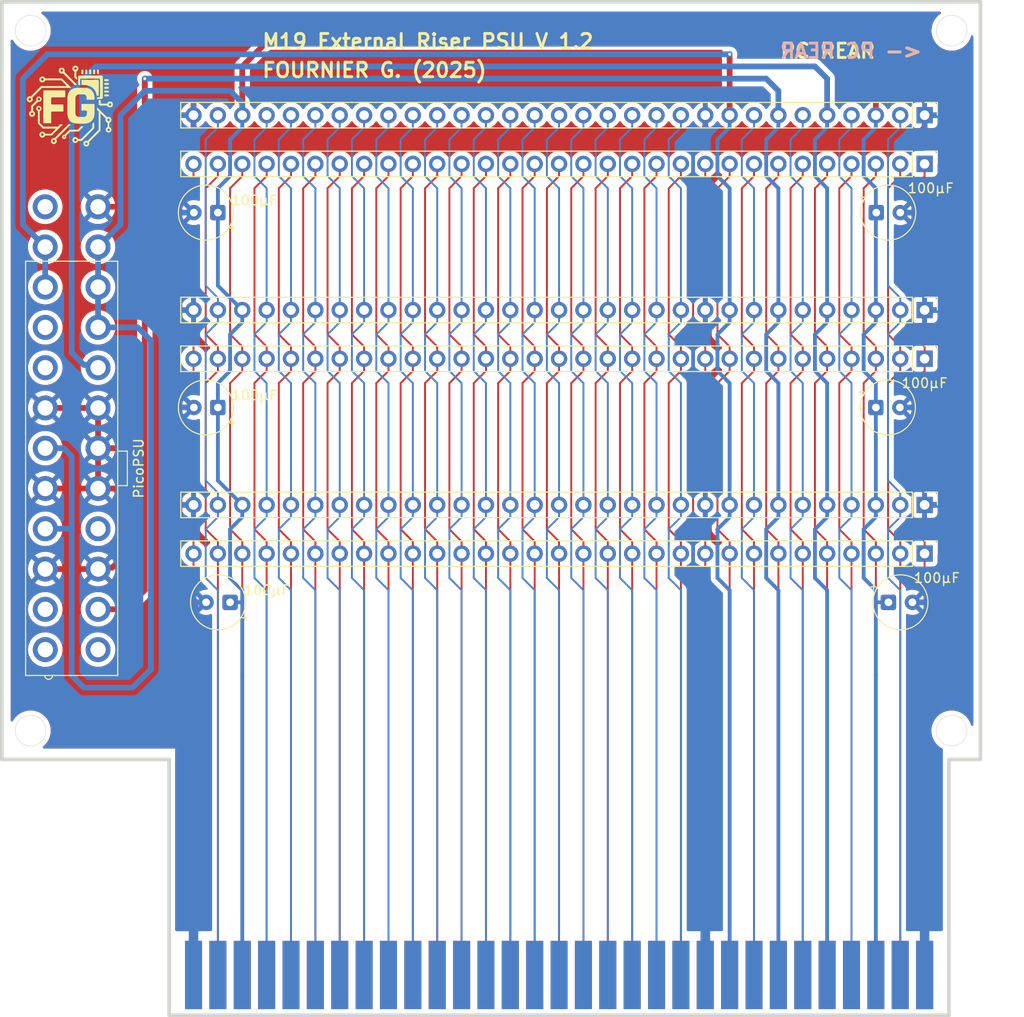
<source format=kicad_pcb>
(kicad_pcb (version 20241229) (generator "pcbnew") (generator_version "9.0")
  (layers (0 "F.Cu" signal) (2 "B.Cu" signal) (13 "F.Paste" user) (15 "B.Paste" user) (5 "F.SilkS" user "F.Silkscreen") (7 "B.SilkS" user "B.Silkscreen") (1 "F.Mask" user) (3 "B.Mask" user) (25 "Edge.Cuts" user))
  (net 0 "")
  (net 1 "/A3")
  (net 2 "/A18")
  (net 3 "/~{IOR}")
  (net 4 "/A2")
  (net 5 "/A16")
  (net 6 "/A19")
  (net 7 "/A4")
  (net 8 "/A5")
  (net 9 "GND")
  (net 10 "/~{MEMR}")
  (net 11 "/A8")
  (net 12 "VCC")
  (net 13 "/~{MEMW}")
  (net 14 "/A14")
  (net 15 "/D0")
  (net 16 "/D2")
  (net 17 "/A10")
  (net 18 "/A6")
  (net 19 "/A7")
  (net 20 "/A13")
  (net 21 "/A11")
  (net 22 "/D4")
  (net 23 "/D5")
  (net 24 "/RSTDRV")
  (net 25 "/A1")
  (net 26 "/D6")
  (net 27 "/D1")
  (net 28 "/AEN")
  (net 29 "/~{IOW}")
  (net 30 "/A15")
  (net 31 "/D7")
  (net 32 "/A17")
  (net 33 "/D3")
  (net 34 "/A0")
  (net 35 "/A12")
  (net 36 "+12V")
  (net 37 "/IRQ2")
  (net 38 "/DACK10")
  (net 39 "/A9")
  (net 40 "/IRQ3")
  (net 41 "/CLK")
  (net 42 "/DRQ2")
  (net 43 "/-12V")
  (net 44 "/OCS")
  (net 45 "/TC")
  (net 46 "/IRQ6")
  (net 47 "/IRQ7")
  (net 48 "/IRQ5")
  (net 49 "/DRQ3")
  (net 50 "/-5V")
  (net 51 "/DACK1")
  (net 52 "/IRQ4")
  (net 53 "/DRQ1")
  (net 54 "/IO_CH_CK")
  (net 55 "/DACK3")
  (net 56 "/DACK2")
  (net 57 "/ALE")
  (net 58 "/IO_READY")
  (net 59 "/UNUSED")
  (footprint "My_Components:Conn_Power_ATX_20pin" (layer "F.Cu") (at 104.14 82.55 -90)
    (property "Reference" "PicoPSU")
    (property "Value" "VAL*" (hide yes))
  )
  (footprint "Connector_PinHeader_2.54mm:PinHeader_1x31_P2.54mm_Vertical" (layer "F.Cu") (at 193.04 50.8 -90)
    (property "Reference" "REF**" (hide yes))
    (property "Value" "PinHeader_1x31_P2.54mm_Vertical" (hide yes))
  )
  (footprint "" (layer "F.Cu") (at 101.38156 55.2704)
    (property "Reference" "")
    (property "Value" "")
  )
  (footprint "Capacitor_THT:CP_Radial_Tantal_D5.5mm_P2.50mm" (layer "F.Cu") (at 187.96 76.2)
    (property "Reference" "100µF")
    (property "Value" "CP_Radial_Tantal_D5.5mm_P2.50mm" (hide yes))
  )
  (footprint "Connector_PinHeader_2.54mm:PinHeader_1x31_P2.54mm_Vertical" (layer "F.Cu") (at 193.04 71.12 -90)
    (property "Reference" "REF**" (hide yes))
    (property "Value" "PinHeader_1x31_P2.54mm_Vertical" (hide yes))
  )
  (footprint "Custom:ISA-8BIT-XT-CF" (layer "F.Cu") (at 154.94 135.636)
    (property "Reference" "BUS1" (hide yes))
    (property "Value" "BUSPC_DEV" (hide yes))
  )
  (footprint "Capacitor_THT:CP_Radial_Tantal_D5.5mm_P2.50mm" (layer "F.Cu") (at 119.38 76.2 180)
    (property "Reference" "100µF")
    (property "Value" "CP_Radial_Tantal_D5.5mm_P2.50mm" (hide yes))
  )
  (footprint "Connector_PinHeader_2.54mm:PinHeader_1x31_P2.54mm_Vertical" (layer "F.Cu") (at 193.04 66.04 -90)
    (property "Reference" "REF**" (hide yes))
    (property "Value" "PinHeader_1x31_P2.54mm_Vertical" (hide yes))
  )
  (footprint "Capacitor_THT:CP_Radial_Tantal_D5.5mm_P2.50mm" (layer "F.Cu") (at 120.65 96.52 180)
    (property "Reference" "100µF")
    (property "Value" "CP_Radial_Tantal_D5.5mm_P2.50mm" (hide yes))
  )
  (footprint "Capacitor_THT:CP_Radial_Tantal_D5.5mm_P2.50mm" (layer "F.Cu") (at 189.27 96.52)
    (property "Reference" "100µF")
    (property "Value" "CP_Radial_Tantal_D5.5mm_P2.50mm" (hide yes))
  )
  (footprint "Connector_PinHeader_2.54mm:PinHeader_1x31_P2.54mm_Vertical" (layer "F.Cu") (at 193.04 45.72 -90)
    (property "Reference" "REF**" (hide yes))
    (property "Value" "PinHeader_1x31_P2.54mm_Vertical" (hide yes))
  )
  (footprint "Capacitor_THT:CP_Radial_Tantal_D5.5mm_P2.50mm" (layer "F.Cu") (at 188 55.88)
    (property "Reference" "100µF")
    (property "Value" "CP_Radial_Tantal_D5.5mm_P2.50mm" (hide yes))
  )
  (footprint "" (layer "F.Cu") (at 101.38156 59.4614)
    (property "Reference" "")
    (property "Value" "")
  )
  (footprint "" (layer "F.Cu") (at 106.8832 59.4614)
    (property "Reference" "")
    (property "Value" "")
  )
  (footprint "Connector_PinHeader_2.54mm:PinHeader_1x31_P2.54mm_Vertical" (layer "F.Cu") (at 193.04 91.44 -90)
    (property "Reference" "REF**" (hide yes))
    (property "Value" "PinHeader_1x31_P2.54mm_Vertical" (hide yes))
  )
  (footprint "" (layer "F.Cu") (at 106.8832 55.2704)
    (property "Reference" "")
    (property "Value" "")
  )
  (footprint "Capacitor_THT:CP_Radial_Tantal_D5.5mm_P2.50mm" (layer "F.Cu") (at 119.38 55.88 180)
    (property "Reference" "100µF")
    (property "Value" "CP_Radial_Tantal_D5.5mm_P2.50mm" (hide yes))
  )
  (footprint "Connector_PinHeader_2.54mm:PinHeader_1x31_P2.54mm_Vertical" (layer "F.Cu") (at 193.04 86.36 -90)
    (property "Reference" "REF**" (hide yes))
    (property "Value" "PinHeader_1x31_P2.54mm_Vertical" (hide yes))
  )
  (gr_poly (pts (xy 105.136384 46.881075) (xy 105.344823 46.886472) (xy 105.344822 46.886472) (xy 105.346652 46.886584) (xy 105.34842 46.886828) (xy 105.350124 46.887198) (xy 105.351761 46.887687) (xy 105.353328 46.888288) (xy 105.354824 46.888997) (xy 105.356245 46.889807) (xy 105.357589 46.890711) (xy 105.358854 46.891704) (xy 105.360037 46.89278) (xy 105.361136 46.893932) (xy 105.362149 46.895153) (xy 105.363072 46.89644) (xy 105.363903 46.897784) (xy 105.36464 46.899179) (xy 105.365281 46.900621) (xy 105.365823 46.902102) (xy 105.366263 46.903616) (xy 105.366599 46.905158) (xy 105.366829 46.906721) (xy 105.366949 46.908298) (xy 105.366959 46.909885) (xy 105.366854 46.911474) (xy 105.366633 46.91306) (xy 105.366293 46.914637) (xy 105.365832 46.916198) (xy 105.365247 46.917737) (xy 105.364536 46.919248) (xy 105.363696 46.920725) (xy 105.362725 46.922161) (xy 105.361621 46.923552) (xy 105.36038 46.92489) (xy 104.869842 47.42019) (xy 104.86905 47.420945) (xy 104.868223 47.421662) (xy 104.867363 47.422338) (xy 104.866472 47.422973) (xy 104.865552 47.423566) (xy 104.864605 47.424114) (xy 104.863633 47.424616) (xy 104.862639 47.425072) (xy 104.861625 47.425479) (xy 104.860592 47.425836) (xy 104.859543 47.426143) (xy 104.85848 47.426396) (xy 104.857404 47.426596) (xy 104.856319 47.426741) (xy 104.855226 47.426828) (xy 104.854126 47.426858) (xy 103.9964 47.441939) (xy 103.995303 47.441995) (xy 103.994214 47.442102) (xy 103.993137 47.44226) (xy 103.992072 47.442468) (xy 103.99102 47.442725) (xy 103.989985 47.44303) (xy 103.988966 47.443384) (xy 103.987966 47.443785) (xy 103.986987 47.444232) (xy 103.98603 47.444725) (xy 103.985097 47.445263) (xy 103.984189 47.445846) (xy 103.983308 47.446472) (xy 103.982455 47.447142) (xy 103.981633 47.447853) (xy 103.980842 47.448607) (xy 103.55317 47.879931) (xy 103.556181 47.885787) (xy 103.559022 47.891743) (xy 103.561689 47.897798) (xy 103.564178 47.903947) (xy 103.566487 47.910187) (xy 103.568613 47.916514) (xy 103.570551 47.922927) (xy 103.572299 47.929421) (xy 103.573854 47.935993) (xy 103.575212 47.94264) (xy 103.57637 47.949359) (xy 103.577325 47.956146) (xy 103.578073 47.962998) (xy 103.578612 47.969911) (xy 103.578937 47.976884) (xy 103.579046 47.983912) (xy 103.578758 47.995331) (xy 103.5779 48.006601) (xy 103.576489 48.017707) (xy 103.574537 48.028635) (xy 103.572058 48.039371) (xy 103.569067 48.049902) (xy 103.565578 48.060214) (xy 103.561604 48.070292) (xy 103.557159 48.080122) (xy 103.552257 48.089692) (xy 103.546913 48.098985) (xy 103.54114 48.10799) (xy 103.534952 48.116691) (xy 103.528363 48.125075) (xy 103.521387 48.133128) (xy 103.514038 48.140836) (xy 103.50633 48.148185) (xy 103.498277 48.155161) (xy 103.489893 48.16175) (xy 103.481192 48.167938) (xy 103.472187 48.173711) (xy 103.462893 48.179055) (xy 103.453324 48.183957) (xy 103.443494 48.188402) (xy 103.433416 48.192376) (xy 103.423104 48.195865) (xy 103.412573 48.198856) (xy 103.401837 48.201335) (xy 103.390908 48.203287) (xy 103.379803 48.204698) (xy 103.368533 48.205556) (xy 103.357114 48.205844) (xy 103.345695 48.205556) (xy 103.334425 48.204698) (xy 103.323319 48.203287) (xy 103.312391 48.201335) (xy 103.301654 48.198856) (xy 103.291123 48.195865) (xy 103.280812 48.192376) (xy 103.270734 48.188402) (xy 103.260903 48.183957) (xy 103.251334 48.179055) (xy 103.24204 48.173711) (xy 103.233036 48.167938) (xy 103.224334 48.16175) (xy 103.21595 48.155161) (xy 103.207897 48.148185) (xy 103.200189 48.140836) (xy 103.192841 48.133128) (xy 103.185865 48.125075) (xy 103.179276 48.116691) (xy 103.173088 48.10799) (xy 103.167315 48.098985) (xy 103.16197 48.089692) (xy 103.157069 48.080122) (xy 103.152624 48.070292) (xy 103.14865 48.060214) (xy 103.14516 48.049902) (xy 103.142169 48.039371) (xy 103.139691 48.028635) (xy 103.137739 48.017707) (xy 103.136327 48.006601) (xy 103.13547 47.995331) (xy 103.135201 47.984705) (xy 103.288534 47.984705) (xy 103.288626 47.988329) (xy 103.288898 47.991906) (xy 103.289347 47.995431) (xy 103.289967 47.998901) (xy 103.290755 48.002309) (xy 103.291707 48.005653) (xy 103.292816 48.008927) (xy 103.29408 48.012127) (xy 103.295494 48.015248) (xy 103.297053 48.018287) (xy 103.298752 48.021239) (xy 103.300589 48.024099) (xy 103.302557 48.026863) (xy 103.304653 48.029526) (xy 103.306873 48.032084) (xy 103.309211 48.034533) (xy 103.311663 48.036867) (xy 103.314226 48.039084) (xy 103.316894 48.041177) (xy 103.319663 48.043143) (xy 103.32253 48.044978) (xy 103.325488 48.046676) (xy 103.328534 48.048233) (xy 103.331664 48.049646) (xy 103.334873 48.050909) (xy 103.338156 48.052018) (xy 103.34151 48.052969) (xy 103.34493 48.053756) (xy 103.34841 48.054377) (xy 103.351948 48.054825) (xy 103.355539 48.055098) (xy 103.359177 48.05519) (xy 103.362802 48.055098) (xy 103.366379 48.054827) (xy 103.369904 48.054381) (xy 103.373373 48.053763) (xy 103.376781 48.052978) (xy 103.380125 48.052032) (xy 103.383399 48.050927) (xy 103.386599 48.049668) (xy 103.389721 48.048261) (xy 103.39276 48.046708) (xy 103.395711 48.045015) (xy 103.398571 48.043185) (xy 103.401335 48.041224) (xy 103.403998 48.039135) (xy 103.406557 48.036923) (xy 103.409005 48.034592) (xy 103.41134 48.032147) (xy 103.413556 48.029592) (xy 103.41565 48.026931) (xy 103.417616 48.024169) (xy 103.41945 48.02131) (xy 103.421149 48.018358) (xy 103.422706 48.015318) (xy 103.424119 48.012194) (xy 103.425382 48.00899) (xy 103.426491 48.005712) (xy 103.427441 48.002362) (xy 103.428229 47.998946) (xy 103.42885 47.995468) (xy 103.429298 47.991932) (xy 103.429571 47.988343) (xy 103.429663 47.984705) (xy 103.429571 47.981066) (xy 103.4293 47.977476) (xy 103.428853 47.973938) (xy 103.428236 47.970457) (xy 103.427451 47.967038) (xy 103.426504 47.963684) (xy 103.425399 47.9604) (xy 103.424141 47.957191) (xy 103.422733 47.954062) (xy 103.42118 47.951015) (xy 103.419487 47.948057) (xy 103.417658 47.945191) (xy 103.415696 47.942421) (xy 103.413607 47.939753) (xy 103.411395 47.937191) (xy 103.409065 47.934738) (xy 103.406619 47.9324) (xy 103.404064 47.93018) (xy 103.401403 47.928084) (xy 103.398641 47.926116) (xy 103.395782 47.924279) (xy 103.39283 47.92258) (xy 103.38979 47.921021) (xy 103.386666 47.919607) (xy 103.383462 47.918343) (xy 103.380184 47.917234) (xy 103.376834 47.916283) (xy 103.373418 47.915494) (xy 103.36994 47.914874) (xy 103.366405 47.914425) (xy 103.362816 47.914153) (xy 103.359177 47.914061) (xy 103.355539 47.914153) (xy 103.351948 47.914427) (xy 103.348411 47.914878) (xy 103.34493 47.915501) (xy 103.34151 47.916292) (xy 103.338156 47.917247) (xy 103.334873 47.918361) (xy 103.331664 47.919629) (xy 103.328534 47.921048) (xy 103.325488 47.922612) (xy 103.32253 47.924316) (xy 103.319664 47.926158) (xy 103.316894 47.928131) (xy 103.314226 47.930232) (xy 103.311664 47.932455) (xy 103.309211 47.934798) (xy 103.306873 47.937254) (xy 103.304653 47.939819) (xy 103.302557 47.94249) (xy 103.300589 47.945261) (xy 103.298752 47.948127) (xy 103.297053 47.951086) (xy 103.295494 47.954131) (xy 103.29408 47.957258) (xy 103.292816 47.960464) (xy 103.291707 47.963743) (xy 103.290756 47.967091) (xy 103.289967 47.970503) (xy 103.289347 47.973975) (xy 103.288898 47.977502) (xy 103.288626 47.98108) (xy 103.288534 47.984705) (xy 103.135201 47.984705) (xy 103.135181 47.983912) (xy 103.13547 47.972493) (xy 103.136327 47.961223) (xy 103.137739 47.950117) (xy 103.139691 47.939189) (xy 103.142169 47.928452) (xy 103.14516 47.917922) (xy 103.14865 47.90761) (xy 103.152624 47.897532) (xy 103.157069 47.887702) (xy 103.16197 47.878132) (xy 103.167315 47.868838) (xy 103.173088 47.859834) (xy 103.179276 47.851133) (xy 103.185865 47.842748) (xy 103.192841 47.834695) (xy 103.200189 47.826988) (xy 103.207897 47.819639) (xy 103.21595 47.812663) (xy 103.224334 47.806074) (xy 103.233036 47.799886) (xy 103.24204 47.794113) (xy 103.251334 47.788768) (xy 103.260903 47.783867) (xy 103.270734 47.779422) (xy 103.280812 47.775448) (xy 103.291123 47.771958) (xy 103.301654 47.768967) (xy 103.312391 47.766489) (xy 103.323319 47.764537) (xy 103.334425 47.763125) (xy 103.345695 47.762268) (xy 103.357114 47.761979) (xy 103.360566 47.762009) (xy 103.364014 47.762096) (xy 103.367455 47.762239) (xy 103.370885 47.762435) (xy 103.3743 47.762684) (xy 103.377697 47.762984) (xy 103.381071 47.763331) (xy 103.384419 47.763725) (xy 103.912263 47.248264) (xy 103.913081 47.247513) (xy 103.913927 47.246806) (xy 103.9148 47.246144) (xy 103.915698 47.245528) (xy 103.916619 47.244957) (xy 103.917562 47.244433) (xy 103.918525 47.243954) (xy 103.919506 47.243521) (xy 103.920504 47.243135) (xy 103.921517 47.242796) (xy 103.922543 47.242504) (xy 103.923581 47.242259) (xy 103.92463 47.242061) (xy 103.925687 47.241911) (xy 103.926751 47.241809) (xy 103.92782 47.241755) (xy 104.760146 47.231754) (xy 104.761244 47.231726) (xy 104.762332 47.231644) (xy 104.763409 47.231507) (xy 104.764475 47.231317) (xy 104.765526 47.231076) (xy 104.766562 47.230783) (xy 104.76758 47.23044) (xy 104.76858 47.230047) (xy 104.769559 47.229607) (xy 104.770516 47.229118) (xy 104.77145 47.228584) (xy 104.772358 47.228003) (xy 104.773239 47.227378) (xy 104.774091 47.22671) (xy 104.774913 47.225998) (xy 104.775704 47.225245) (xy 105.120033 46.887584) (xy 105.120856 46.886803) (xy 105.121718 46.886067) (xy 105.122616 46.885378) (xy 105.123547 46.884736) (xy 105.124509 46.884143) (xy 105.125499 46.883599) (xy 105.126515 46.883105) (xy 105.127553 46.882663) (xy 105.128612 46.882272) (xy 105.129689 46.881935) (xy 105.130782 46.881651) (xy 105.131887 46.881422) (xy 105.133002 46.88125) (xy 105.134125 46.881134) (xy 105.135253 46.881075)) (fill yes) (layer "F.SilkS"))
  (gr_poly (pts (xy 104.019892 46.679052) (xy 104.021577 46.679246) (xy 104.023204 46.679563) (xy 104.024767 46.679995) (xy 104.026266 46.680538) (xy 104.027698 46.681185) (xy 104.02906 46.681931) (xy 104.03035 46.682769) (xy 104.031565 46.683694) (xy 104.032703 46.6847) (xy 104.033762 46.685781) (xy 104.034738 46.686931) (xy 104.03563 46.688144) (xy 104.036435 46.689414) (xy 104.037151 46.690736) (xy 104.037774 46.692103) (xy 104.038303 46.69351) (xy 104.038735 46.69495) (xy 104.039068 46.696418) (xy 104.039299 46.697908) (xy 104.039426 46.699413) (xy 104.039446 46.700929) (xy 104.039357 46.702449) (xy 104.039156 46.703967) (xy 104.038841 46.705478) (xy 104.038409 46.706974) (xy 104.037858 46.708452) (xy 104.037185 46.709904) (xy 104.036389 46.711325) (xy 104.035466 46.712708) (xy 104.034413 46.714049) (xy 104.03323 46.71534) (xy 102.522565 48.232196) (xy 102.530045 48.242261) (xy 102.537121 48.252624) (xy 102.543781 48.263274) (xy 102.550014 48.274201) (xy 102.55581 48.285394) (xy 102.561158 48.296842) (xy 102.566047 48.308535) (xy 102.570468 48.320462) (xy 102.574408 48.332612) (xy 102.577858 48.344974) (xy 102.580806 48.357539) (xy 102.583242 48.370294) (xy 102.585156 48.38323) (xy 102.586536 48.396336) (xy 102.587371 48.409601) (xy 102.587652 48.423014) (xy 102.587246 48.439093) (xy 102.586038 48.45496) (xy 102.584049 48.470596) (xy 102.581299 48.485982) (xy 102.577807 48.501098) (xy 102.573593 48.515924) (xy 102.568677 48.530441) (xy 102.563078 48.544629) (xy 102.556817 48.558468) (xy 102.549912 48.571939) (xy 102.542383 48.585022) (xy 102.53425 48.597698) (xy 102.525533 48.609947) (xy 102.516252 48.621749) (xy 102.506425 48.633084) (xy 102.496074 48.643934) (xy 102.485216 48.654278) (xy 102.473873 48.664097) (xy 102.462064 48.673372) (xy 102.449808 48.682081) (xy 102.437125 48.690207) (xy 102.424036 48.697729) (xy 102.410558 48.704628) (xy 102.396713 48.710884) (xy 102.38252 48.716478) (xy 102.367999 48.721389) (xy 102.353168 48.725599) (xy 102.338049 48.729087) (xy 102.32266 48.731834) (xy 102.307021 48.733821) (xy 102.291153 48.735027) (xy 102.275074 48.735433) (xy 102.258995 48.735027) (xy 102.243128 48.733822) (xy 102.227491 48.731838) (xy 102.212105 48.729093) (xy 102.19699 48.725608) (xy 102.182163 48.721403) (xy 102.167647 48.716495) (xy 102.153459 48.710907) (xy 102.13962 48.704655) (xy 102.126148 48.697761) (xy 102.113065 48.690244) (xy 102.100389 48.682123) (xy 102.088141 48.673418) (xy 102.076339 48.664148) (xy 102.065003 48.654334) (xy 102.054153 48.643993) (xy 102.043809 48.633147) (xy 102.03399 48.621814) (xy 102.024716 48.610014) (xy 102.016006 48.597767) (xy 102.00788 48.585092) (xy 102.000358 48.572009) (xy 101.993459 48.558537) (xy 101.987203 48.544695) (xy 101.981609 48.530504) (xy 101.976698 48.515983) (xy 101.972489 48.50115) (xy 101.969 48.486027) (xy 101.966253 48.470632) (xy 101.964267 48.454985) (xy 101.96306 48.439106) (xy 101.962686 48.424283) (xy 102.155535 48.424283) (xy 102.155696 48.430673) (xy 102.156176 48.436977) (xy 102.156965 48.443189) (xy 102.158056 48.449301) (xy 102.159442 48.455304) (xy 102.161115 48.461192) (xy 102.163066 48.466956) (xy 102.165288 48.472588) (xy 102.167774 48.478082) (xy 102.170515 48.483428) (xy 102.173503 48.488621) (xy 102.176732 48.49365) (xy 102.180192 48.49851) (xy 102.183877 48.503193) (xy 102.187779 48.507689) (xy 102.191889 48.511993) (xy 102.1962 48.516096) (xy 102.200704 48.51999) (xy 102.205393 48.523667) (xy 102.21026 48.527121) (xy 102.215297 48.530343) (xy 102.220496 48.533325) (xy 102.225849 48.536059) (xy 102.231348 48.538539) (xy 102.236986 48.540756) (xy 102.242755 48.542703) (xy 102.248646 48.544371) (xy 102.254653 48.545753) (xy 102.260768 48.546842) (xy 102.266982 48.547629) (xy 102.273288 48.548107) (xy 102.279678 48.548268) (xy 102.286053 48.548107) (xy 102.292345 48.547629) (xy 102.298547 48.546842) (xy 102.304649 48.545753) (xy 102.310645 48.544371) (xy 102.316527 48.542703) (xy 102.322286 48.540756) (xy 102.327915 48.538539) (xy 102.333406 48.536059) (xy 102.338752 48.533325) (xy 102.343944 48.530343) (xy 102.348975 48.527121) (xy 102.353836 48.523667) (xy 102.358521 48.51999) (xy 102.36302 48.516096) (xy 102.367327 48.511993) (xy 102.371434 48.507689) (xy 102.375332 48.503193) (xy 102.379014 48.49851) (xy 102.382473 48.49365) (xy 102.385699 48.488621) (xy 102.388686 48.483428) (xy 102.391426 48.478082) (xy 102.393911 48.472588) (xy 102.396132 48.466956) (xy 102.398083 48.461192) (xy 102.399755 48.455304) (xy 102.40114 48.449301) (xy 102.402231 48.443189) (xy 102.403021 48.436977) (xy 102.4035 48.430673) (xy 102.403661 48.424283) (xy 102.4035 48.417894) (xy 102.403022 48.411589) (xy 102.402235 48.405377) (xy 102.401147 48.399266) (xy 102.399764 48.393263) (xy 102.398096 48.387375) (xy 102.39615 48.381611) (xy 102.393933 48.375979) (xy 102.391453 48.370485) (xy 102.388718 48.365139) (xy 102.385736 48.359947) (xy 102.382515 48.354917) (xy 102.379061 48.350057) (xy 102.375384 48.345375) (xy 102.37149 48.340878) (xy 102.367387 48.336574) (xy 102.363083 48.332472) (xy 102.358587 48.328578) (xy 102.353904 48.3249) (xy 102.349044 48.321446) (xy 102.344015 48.318225) (xy 102.338822 48.315243) (xy 102.333476 48.312508) (xy 102.327982 48.310028) (xy 102.32235 48.307811) (xy 102.316586 48.305865) (xy 102.310698 48.304197) (xy 102.304695 48.302814) (xy 102.298583 48.301726) (xy 102.292372 48.300939) (xy 102.286067 48.300461) (xy 102.279678 48.3003) (xy 102.273288 48.300461) (xy 102.266982 48.300939) (xy 102.260768 48.301726) (xy 102.254653 48.302814) (xy 102.248646 48.304197) (xy 102.242755 48.305865) (xy 102.236986 48.307811) (xy 102.231348 48.310028) (xy 102.225849 48.312508) (xy 102.220496 48.315243) (xy 102.215297 48.318225) (xy 102.21026 48.321446) (xy 102.205393 48.3249) (xy 102.200704 48.328578) (xy 102.1962 48.332472) (xy 102.191889 48.336574) (xy 102.187779 48.340878) (xy 102.183877 48.345375) (xy 102.180192 48.350057) (xy 102.176732 48.354917) (xy 102.173503 48.359947) (xy 102.170515 48.365139) (xy 102.167774 48.370485) (xy 102.165288 48.375979) (xy 102.163066 48.381611) (xy 102.161115 48.387375) (xy 102.159442 48.393263) (xy 102.158056 48.399266) (xy 102.156965 48.405377) (xy 102.156176 48.411589) (xy 102.155696 48.417894) (xy 102.155535 48.424283) (xy 101.962686 48.424283) (xy 101.962654 48.423013) (xy 101.96306 48.40692) (xy 101.964267 48.39104) (xy 101.966253 48.375391) (xy 101.969 48.359993) (xy 101.972489 48.344866) (xy 101.976698 48.33003) (xy 101.981609 48.315503) (xy 101.987203 48.301307) (xy 101.993459 48.28746) (xy 102.000358 48.273981) (xy 102.00788 48.260891) (xy 102.016006 48.248209) (xy 102.024716 48.235955) (xy 102.03399 48.224148) (xy 102.043809 48.212808) (xy 102.054153 48.201954) (xy 102.065003 48.191606) (xy 102.076339 48.181784) (xy 102.088141 48.172507) (xy 102.100389 48.163795) (xy 102.113065 48.155667) (xy 102.126148 48.148144) (xy 102.13962 48.141243) (xy 102.153459 48.134986) (xy 102.167647 48.129392) (xy 102.182163 48.12448) (xy 102.19699 48.12027) (xy 102.212105 48.116781) (xy 102.227491 48.114034) (xy 102.243128 48.112047) (xy 102.258995 48.110841) (xy 102.275074 48.110435) (xy 102.284687 48.110582) (xy 102.294233 48.111022) (xy 102.303704 48.111749) (xy 102.313094 48.112756) (xy 102.322395 48.114039) (xy 102.331599 48.115592) (xy 102.340698 48.117408) (xy 102.349686 48.119484) (xy 103.775737 46.685336) (xy 103.776498 46.684585) (xy 103.77729 46.683878) (xy 103.778113 46.683218) (xy 103.778965 46.682603) (xy 103.779843 46.682035) (xy 103.780747 46.681513) (xy 103.781674 46.681039) (xy 103.782623 46.680614) (xy 103.783593 46.680236) (xy 103.784582 46.679907) (xy 103.785588 46.679628) (xy 103.78661 46.679398) (xy 103.787645 46.679219) (xy 103.788693 46.67909) (xy 103.789751 46.679012) (xy 103.790819 46.678986) (xy 104.018148 46.678986)) (fill yes) (layer "F.SilkS"))
  (gr_poly (pts (xy 105.665063 40.95904) (xy 105.670274 40.959435) (xy 105.675409 40.960087) (xy 105.680461 40.960988) (xy 105.685424 40.962133) (xy 105.690292 40.963514) (xy 105.695058 40.965125) (xy 105.699716 40.96696) (xy 105.704259 40.969013) (xy 105.708681 40.971277) (xy 105.712976 40.973745) (xy 105.717136 40.976411) (xy 105.721157 40.97927) (xy 105.72503 40.982313) (xy 105.728751 40.985535) (xy 105.732311 40.98893) (xy 105.735706 40.992491) (xy 105.738929 40.996211) (xy 105.741972 41.000085) (xy 105.74483 41.004105) (xy 105.747496 41.008266) (xy 105.749965 41.012561) (xy 105.752228 41.016983) (xy 105.754281 41.021526) (xy 105.756116 41.026184) (xy 105.757728 41.03095) (xy 105.759109 41.035818) (xy 105.760253 41.040781) (xy 105.761154 41.045833) (xy 105.761806 41.050968) (xy 105.762202 41.056178) (xy 105.762335 41.061459) (xy 105.762328 41.062352) (xy 105.762308 41.063242) (xy 105.762236 41.065011) (xy 105.762134 41.06675) (xy 105.762018 41.068444) (xy 105.762018 41.437061) (xy 105.557548 41.437061) (xy 105.557548 41.068444) (xy 105.557431 41.06675) (xy 105.557329 41.065011) (xy 105.557289 41.064129) (xy 105.557258 41.063242) (xy 105.557238 41.062352) (xy 105.55723 41.061459) (xy 105.557364 41.056178) (xy 105.557759 41.050968) (xy 105.558411 41.045833) (xy 105.559312 41.040781) (xy 105.560457 41.035818) (xy 105.561838 41.03095) (xy 105.563449 41.026184) (xy 105.565285 41.021526) (xy 105.567337 41.016983) (xy 105.569601 41.012561) (xy 105.572069 41.008266) (xy 105.574735 41.004105) (xy 105.577594 41.000085) (xy 105.580637 40.996211) (xy 105.583859 40.992491) (xy 105.587254 40.98893) (xy 105.590815 40.985535) (xy 105.594535 40.982313) (xy 105.598409 40.97927) (xy 105.602429 40.976411) (xy 105.60659 40.973745) (xy 105.610885 40.971277) (xy 105.615307 40.969013) (xy 105.61985 40.96696) (xy 105.624508 40.965125) (xy 105.629274 40.963514) (xy 105.634142 40.962133) (xy 105.639105 40.960988) (xy 105.644157 40.960087) (xy 105.649292 40.959435) (xy 105.654502 40.95904) (xy 105.659783 40.958906)) (fill yes) (layer "F.SilkS"))
  (gr_poly (pts (xy 107.92213 42.165406) (xy 107.920358 42.165406) (xy 107.920938 42.165359) (xy 107.922129 42.165248)) (fill yes) (layer "F.SilkS"))
  (gr_poly (pts (xy 105.259933 40.967454) (xy 105.265145 40.967851) (xy 105.270282 40.968505) (xy 105.275337 40.969409) (xy 105.280304 40.970556) (xy 105.285176 40.971941) (xy 105.289947 40.973557) (xy 105.29461 40.975397) (xy 105.299159 40.977454) (xy 105.303588 40.979723) (xy 105.307889 40.982196) (xy 105.312056 40.984867) (xy 105.316084 40.98773) (xy 105.319965 40.990778) (xy 105.323692 40.994005) (xy 105.327261 40.997403) (xy 105.330663 41.000968) (xy 105.333892 41.004691) (xy 105.336943 41.008567) (xy 105.339808 41.012589) (xy 105.342482 41.01675) (xy 105.344956 41.021045) (xy 105.347226 41.025466) (xy 105.349285 41.030007) (xy 105.351125 41.034661) (xy 105.352741 41.039422) (xy 105.354127 41.044284) (xy 105.355275 41.04924) (xy 105.356179 41.054283) (xy 105.356833 41.059408) (xy 105.35723 41.064606) (xy 105.357363 41.069873) (xy 105.357356 41.071182) (xy 105.357334 41.072492) (xy 105.357296 41.073802) (xy 105.357244 41.075111) (xy 105.357177 41.076421) (xy 105.357096 41.077731) (xy 105.356999 41.079041) (xy 105.356887 41.08035) (xy 105.356887 41.437061) (xy 105.152417 41.437061) (xy 105.152417 41.061459) (xy 105.152935 41.056566) (xy 105.15368 41.051742) (xy 105.154648 41.046994) (xy 105.155833 41.042327) (xy 105.15723 41.037747) (xy 105.158832 41.033259) (xy 105.160634 41.028869) (xy 105.162632 41.024582) (xy 105.164818 41.020404) (xy 105.167189 41.016341) (xy 105.169737 41.012398) (xy 105.172459 41.008581) (xy 105.175347 41.004896) (xy 105.178397 41.001348) (xy 105.181604 40.997942) (xy 105.184961 40.994685) (xy 105.188463 40.991581) (xy 105.192105 40.988638) (xy 105.19588 40.985859) (xy 105.199785 40.983251) (xy 105.203812 40.98082) (xy 105.207957 40.97857) (xy 105.212214 40.976509) (xy 105.216577 40.97464) (xy 105.221041 40.97297) (xy 105.225601 40.971505) (xy 105.23025 40.97025) (xy 105.234984 40.96921) (xy 105.239797 40.968392) (xy 105.244683 40.9678) (xy 105.249636 40.967441) (xy 105.254652 40.96732)) (fill yes) (layer "F.SilkS"))
  (gr_poly (pts (xy 106.071939 40.95904) (xy 106.077149 40.959435) (xy 106.082284 40.960087) (xy 106.087336 40.960988) (xy 106.092299 40.962133) (xy 106.097167 40.963514) (xy 106.101933 40.965125) (xy 106.106591 40.96696) (xy 106.111134 40.969013) (xy 106.115557 40.971277) (xy 106.119851 40.973745) (xy 106.124012 40.976411) (xy 106.128032 40.97927) (xy 106.131906 40.982313) (xy 106.135626 40.985535) (xy 106.139187 40.98893) (xy 106.142582 40.992491) (xy 106.145804 40.996211) (xy 106.148848 41.000085) (xy 106.151706 41.004105) (xy 106.154372 41.008266) (xy 106.15684 41.012561) (xy 106.159104 41.016983) (xy 106.161157 41.021526) (xy 106.162992 41.026184) (xy 106.164603 41.03095) (xy 106.165985 41.035818) (xy 106.167129 41.040781) (xy 106.16803 41.045833) (xy 106.168682 41.050968) (xy 106.169078 41.056178) (xy 106.169211 41.061459) (xy 106.169211 41.437061) (xy 105.964741 41.437061) (xy 105.964741 41.072889) (xy 105.964577 41.071506) (xy 105.964441 41.070098) (xy 105.964331 41.068672) (xy 105.964245 41.067233) (xy 105.964181 41.065787) (xy 105.964138 41.064339) (xy 105.964114 41.062894) (xy 105.964106 41.061459) (xy 105.964239 41.056178) (xy 105.964635 41.050968) (xy 105.965287 41.045833) (xy 105.966188 41.040781) (xy 105.967332 41.035818) (xy 105.968713 41.03095) (xy 105.970325 41.026184) (xy 105.97216 41.021526) (xy 105.974213 41.016983) (xy 105.976476 41.012561) (xy 105.978945 41.008266) (xy 105.981611 41.004105) (xy 105.984469 41.000085) (xy 105.987513 40.996211) (xy 105.990735 40.992491) (xy 105.99413 40.98893) (xy 105.99769 40.985535) (xy 106.001411 40.982313) (xy 106.005285 40.97927) (xy 106.009305 40.976411) (xy 106.013466 40.973745) (xy 106.01776 40.971277) (xy 106.022182 40.969013) (xy 106.026725 40.96696) (xy 106.031383 40.965125) (xy 106.036149 40.963514) (xy 106.041017 40.962133) (xy 106.04598 40.960988) (xy 106.051032 40.960087) (xy 106.056167 40.959435) (xy 106.061378 40.95904) (xy 106.066658 40.958906)) (fill yes) (layer "F.SilkS"))
  (gr_poly (pts (xy 103.11824 40.764686) (xy 103.134109 40.765894) (xy 103.149748 40.767882) (xy 103.165137 40.770632) (xy 103.180256 40.774124) (xy 103.195086 40.778338) (xy 103.209608 40.783254) (xy 103.223801 40.788853) (xy 103.237646 40.795115) (xy 103.251124 40.80202) (xy 103.264213 40.809549) (xy 103.276896 40.817681) (xy 103.289152 40.826398) (xy 103.300961 40.83568) (xy 103.312304 40.845506) (xy 103.323161 40.855858) (xy 103.333513 40.866715) (xy 103.34334 40.878058) (xy 103.352621 40.889867) (xy 103.361338 40.902123) (xy 103.369471 40.914806) (xy 103.376999 40.927896) (xy 103.383905 40.941373) (xy 103.390166 40.955218) (xy 103.395765 40.969411) (xy 103.400681 40.983933) (xy 103.404895 40.998763) (xy 103.408387 41.013883) (xy 103.411137 41.029271) (xy 103.413126 41.04491) (xy 103.414333 41.060779) (xy 103.41474 41.076858) (xy 103.414616 41.085727) (xy 103.414246 41.094534) (xy 103.413634 41.103276) (xy 103.412783 41.111949) (xy 103.411697 41.12055) (xy 103.410379 41.129077) (xy 103.408832 41.137526) (xy 103.407061 41.145894) (xy 103.405068 41.154179) (xy 103.402857 41.162376) (xy 103.400432 41.170485) (xy 103.397796 41.1785) (xy 103.394953 41.186419) (xy 103.391905 41.19424) (xy 103.388658 41.201959) (xy 103.385213 41.209573) (xy 104.686804 42.527833) (xy 104.687875 42.528987) (xy 104.688828 42.530186) (xy 104.689663 42.531424) (xy 104.690385 42.532695) (xy 104.690995 42.533994) (xy 104.691495 42.535316) (xy 104.691887 42.536656) (xy 104.692174 42.538007) (xy 104.692359 42.539366) (xy 104.692442 42.540727) (xy 104.692427 42.542084) (xy 104.692315 42.543432) (xy 104.69211 42.544765) (xy 104.691813 42.54608) (xy 104.691426 42.547369) (xy 104.690952 42.548629) (xy 104.690392 42.549853) (xy 104.68975 42.551037) (xy 104.689027 42.552174) (xy 104.688226 42.553261) (xy 104.687348 42.55429) (xy 104.686397 42.555258) (xy 104.685374 42.556159) (xy 104.684282 42.556988) (xy 104.683122 42.557739) (xy 104.681897 42.558407) (xy 104.68061 42.558987) (xy 104.679262 42.559473) (xy 104.677856 42.55986) (xy 104.676394 42.560143) (xy 104.674878 42.560317) (xy 104.67331 42.560376) (xy 104.44852 42.560376) (xy 104.447598 42.560354) (xy 104.446677 42.560287) (xy 104.445761 42.560176) (xy 104.444849 42.560022) (xy 104.443945 42.559823) (xy 104.443051 42.559581) (xy 104.442168 42.559296) (xy 104.441297 42.558967) (xy 104.440442 42.558596) (xy 104.439603 42.558183) (xy 104.438783 42.557727) (xy 104.437983 42.557229) (xy 104.437206 42.556689) (xy 104.436453 42.556107) (xy 104.435726 42.555484) (xy 104.435026 42.55482) (xy 103.232813 41.360861) (xy 103.225318 41.364191) (xy 103.217718 41.367331) (xy 103.210018 41.370278) (xy 103.202219 41.373028) (xy 103.194325 41.375579) (xy 103.186339 41.377926) (xy 103.178265 41.380066) (xy 103.170107 41.381995) (xy 103.161866 41.383711) (xy 103.153546 41.385209) (xy 103.145152 41.386486) (xy 103.136685 41.387539) (xy 103.128149 41.388364) (xy 103.119548 41.388957) (xy 103.110884 41.389316) (xy 103.102161 41.389436) (xy 103.086082 41.38903) (xy 103.070214 41.387822) (xy 103.054575 41.385833) (xy 103.039186 41.383083) (xy 103.024067 41.379591) (xy 103.009237 41.375377) (xy 102.994715 41.370461) (xy 102.980522 41.364862) (xy 102.966677 41.358601) (xy 102.953199 41.351696) (xy 102.94011 41.344167) (xy 102.927427 41.336034) (xy 102.915171 41.327317) (xy 102.903362 41.318036) (xy 102.892019 41.308209) (xy 102.881162 41.297858) (xy 102.87081 41.287) (xy 102.860984 41.275657) (xy 102.851702 41.263848) (xy 102.842985 41.251592) (xy 102.834852 41.23891) (xy 102.827324 41.22582) (xy 102.820419 41.212342) (xy 102.814157 41.198497) (xy 102.808558 41.184304) (xy 102.803642 41.169783) (xy 102.799428 41.154952) (xy 102.795936 41.139833) (xy 102.793186 41.124444) (xy 102.791197 41.108805) (xy 102.78999 41.092937) (xy 102.789583 41.076858) (xy 102.78999 41.060779) (xy 102.790155 41.058601) (xy 102.980241 41.058601) (xy 102.980403 41.064991) (xy 102.980882 41.071297) (xy 102.981671 41.077511) (xy 102.982763 41.083626) (xy 102.984148 41.089633) (xy 102.985821 41.095524) (xy 102.987772 41.101293) (xy 102.989994 41.106931) (xy 102.99248 41.11243) (xy 102.995221 41.117783) (xy 102.998209 41.122982) (xy 103.001438 41.128019) (xy 103.004899 41.132886) (xy 103.008583 41.137575) (xy 103.012485 41.142079) (xy 103.016595 41.14639) (xy 103.020906 41.1505) (xy 103.02541 41.154402) (xy 103.030099 41.158086) (xy 103.034966 41.161547) (xy 103.040003 41.164776) (xy 103.045202 41.167764) (xy 103.050555 41.170505) (xy 103.056054 41.172991) (xy 103.061692 41.175213) (xy 103.067461 41.177164) (xy 103.073352 41.178837) (xy 103.079359 41.180223) (xy 103.085474 41.181314) (xy 103.091688 41.182103) (xy 103.097994 41.182582) (xy 103.104384 41.182744) (xy 103.110759 41.182582) (xy 103.117052 41.182101) (xy 103.123253 41.18131) (xy 103.129355 41.180216) (xy 103.135351 41.178827) (xy 103.141233 41.177151) (xy 103.146992 41.175195) (xy 103.152621 41.172968) (xy 103.158113 41.170478) (xy 103.163458 41.167732) (xy 103.16865 41.164739) (xy 103.173681 41.161505) (xy 103.178542 41.15804) (xy 103.183227 41.15435) (xy 103.187726 41.150445) (xy 103.192033 41.146331) (xy 103.19614 41.142016) (xy 103.200038 41.137509) (xy 103.203721 41.132817) (xy 103.207179 41.127949) (xy 103.210405 41.122911) (xy 103.213392 41.117713) (xy 103.216132 41.112361) (xy 103.218617 41.106864) (xy 103.220838 41.101229) (xy 103.222789 41.095465) (xy 103.224461 41.08958) (xy 103.225846 41.08358) (xy 103.226938 41.077475) (xy 103.227727 41.071271) (xy 103.228206 41.064977) (xy 103.228367 41.058601) (xy 103.228206 41.052226) (xy 103.227728 41.045934) (xy 103.226941 41.039732) (xy 103.225853 41.03363) (xy 103.224471 41.027634) (xy 103.222802 41.021752) (xy 103.220856 41.015993) (xy 103.218639 41.010364) (xy 103.216159 41.004873) (xy 103.213424 40.999527) (xy 103.210442 40.994335) (xy 103.207221 40.989304) (xy 103.203767 40.984443) (xy 103.20009 40.979758) (xy 103.196196 40.975259) (xy 103.192093 40.970952) (xy 103.187789 40.966845) (xy 103.183293 40.962947) (xy 103.178611 40.959265) (xy 103.173751 40.955806) (xy 103.168721 40.95258) (xy 103.163529 40.949593) (xy 103.158182 40.946853) (xy 103.152688 40.944368) (xy 103.147056 40.942147) (xy 103.141292 40.940196) (xy 103.135404 40.938524) (xy 103.129401 40.937139) (xy 103.12329 40.936048) (xy 103.117078 40.935258) (xy 103.110773 40.934779) (xy 103.104384 40.934618) (xy 103.097994 40.934779) (xy 103.091688 40.935257) (xy 103.085474 40.936044) (xy 103.079359 40.937132) (xy 103.073352 40.938515) (xy 103.067461 40.940183) (xy 103.061692 40.942129) (xy 103.056054 40.944346) (xy 103.050555 40.946826) (xy 103.045202 40.949561) (xy 103.040003 40.952543) (xy 103.034966 40.955764) (xy 103.030099 40.959218) (xy 103.02541 40.962895) (xy 103.020906 40.966789) (xy 103.016595 40.970892) (xy 103.012485 40.975196) (xy 103.008583 40.979692) (xy 103.004899 40.984375) (xy 103.001438 40.989235) (xy 102.998209 40.994264) (xy 102.995221 40.999457) (xy 102.99248 41.004803) (xy 102.989994 41.010297) (xy 102.987772 41.015929) (xy 102.985821 41.021693) (xy 102.984148 41.027581) (xy 102.982763 41.033584) (xy 102.981671 41.039696) (xy 102.980882 41.045907) (xy 102.980403 41.052212) (xy 102.980241 41.058601) (xy 102.790155 41.058601) (xy 102.791197 41.04491) (xy 102.793186 41.029271) (xy 102.795936 41.013883) (xy 102.799428 40.998763) (xy 102.803642 40.983933) (xy 102.808558 40.969411) (xy 102.814157 40.955218) (xy 102.820419 40.941373) (xy 102.827324 40.927896) (xy 102.834852 40.914806) (xy 102.842985 40.902123) (xy 102.851702 40.889867) (xy 102.860984 40.878058) (xy 102.87081 40.866715) (xy 102.881162 40.855858) (xy 102.892019 40.845506) (xy 102.903362 40.83568) (xy 102.915171 40.826398) (xy 102.927427 40.817681) (xy 102.94011 40.809549) (xy 102.953199 40.80202) (xy 102.966677 40.795115) (xy 102.980522 40.788853) (xy 102.994715 40.783254) (xy 103.009237 40.778338) (xy 103.024067 40.774124) (xy 103.039186 40.770632) (xy 103.054575 40.767882) (xy 103.070214 40.765894) (xy 103.086082 40.764686) (xy 103.102161 40.764279)) (fill yes) (layer "F.SilkS"))
  (gr_poly (pts (xy 101.093107 41.681616) (xy 101.105296 41.682324) (xy 101.117354 41.683494) (xy 101.129274 41.685116) (xy 101.141047 41.687183) (xy 101.152663 41.689684) (xy 101.164115 41.692612) (xy 101.175393 41.695958) (xy 101.186488 41.699712) (xy 101.197393 41.703867) (xy 101.208097 41.708412) (xy 101.218594 41.71334) (xy 101.228873 41.718642) (xy 101.238926 41.724309) (xy 101.248744 41.730332) (xy 101.25832 41.736702) (xy 101.267643 41.743411) (xy 101.276705 41.750449) (xy 101.285498 41.757809) (xy 101.294012 41.765481) (xy 101.30224 41.773456) (xy 101.310172 41.781726) (xy 101.317799 41.790282) (xy 101.325114 41.799116) (xy 101.332106 41.808217) (xy 101.338768 41.817578) (xy 101.345091 41.82719) (xy 101.351066 41.837044) (xy 101.356683 41.847131) (xy 101.361936 41.857442) (xy 101.366814 41.86797) (xy 101.37131 41.878704) (xy 103.115814 41.889658) (xy 103.117385 41.889697) (xy 103.118944 41.889812) (xy 103.120487 41.890004) (xy 103.122012 41.89027) (xy 103.123518 41.89061) (xy 103.125003 41.891022) (xy 103.126463 41.891506) (xy 103.127898 41.892059) (xy 103.129305 41.892681) (xy 103.130682 41.893371) (xy 103.132027 41.894127) (xy 103.133338 41.894949) (xy 103.134612 41.895834) (xy 103.135849 41.896783) (xy 103.137044 41.897794) (xy 103.138197 41.898865) (xy 104.070377 42.822631) (xy 104.070378 42.822631) (xy 104.072196 42.824563) (xy 104.073815 42.826571) (xy 104.075237 42.828646) (xy 104.076467 42.83078) (xy 104.077508 42.832963) (xy 104.078364 42.835187) (xy 104.079039 42.837442) (xy 104.079536 42.839719) (xy 104.079858 42.84201) (xy 104.080011 42.844305) (xy 104.079997 42.846595) (xy 104.079821 42.848871) (xy 104.079485 42.851124) (xy 104.078994 42.853345) (xy 104.078352 42.855525) (xy 104.077561 42.857656) (xy 104.076626 42.859727) (xy 104.075551 42.86173) (xy 104.074339 42.863656) (xy 104.072994 42.865496) (xy 104.07152 42.86724) (xy 104.069921 42.86888) (xy 104.068199 42.870407) (xy 104.066359 42.871812) (xy 104.064405 42.873085) (xy 104.06234 42.874218) (xy 104.060168 42.875201) (xy 104.057893 42.876026) (xy 104.055519 42.876683) (xy 104.053049 42.877164) (xy 104.050486 42.877459) (xy 104.047835 42.877559) (xy 101.066034 42.875337) (xy 101.064459 42.875375) (xy 101.06289 42.875492) (xy 101.061332 42.875684) (xy 101.059786 42.875952) (xy 101.058256 42.876294) (xy 101.056744 42.876709) (xy 101.055255 42.877198) (xy 101.05379 42.877757) (xy 101.052354 42.878388) (xy 101.050948 42.879088) (xy 101.049576 42.879857) (xy 101.048242 42.880694) (xy 101.046947 42.881598) (xy 101.045695 42.882568) (xy 101.044489 42.883604) (xy 101.043333 42.884703) (xy 100.034794 43.893241) (xy 100.04027 43.902334) (xy 100.045441 43.911627) (xy 100.050301 43.921113) (xy 100.054844 43.930786) (xy 100.059061 43.940637) (xy 100.062948 43.950659) (xy 100.066496 43.960845) (xy 100.069699 43.971188) (xy 100.072551 43.981679) (xy 100.075044 43.992311) (xy 100.077173 44.003078) (xy 100.078929 44.013971) (xy 100.080307 44.024983) (xy 100.081299 44.036106) (xy 100.0819 44.047334) (xy 100.082101 44.058659) (xy 100.081695 44.074752) (xy 100.080487 44.090633) (xy 100.078498 44.106282) (xy 100.075748 44.12168) (xy 100.072256 44.136806) (xy 100.068042 44.151643) (xy 100.063126 44.166169) (xy 100.057527 44.180366) (xy 100.051266 44.194213) (xy 100.044361 44.207691) (xy 100.036832 44.220781) (xy 100.028699 44.233463) (xy 100.019982 44.245717) (xy 100.010701 44.257524) (xy 100.000874 44.268865) (xy 99.990523 44.279718) (xy 99.979665 44.290066) (xy 99.968322 44.299888) (xy 99.956513 44.309165) (xy 99.944257 44.317877) (xy 99.931575 44.326005) (xy 99.918485 44.333529) (xy 99.905008 44.340429) (xy 99.891162 44.346686) (xy 99.876969 44.35228) (xy 99.862448 44.357192) (xy 99.847617 44.361402) (xy 99.832498 44.364891) (xy 99.817109 44.367638) (xy 99.80147 44.369625) (xy 99.785602 44.370831) (xy 99.769523 44.371238) (xy 99.753444 44.370831) (xy 99.737575 44.369623) (xy 99.721937 44.367634) (xy 99.706548 44.364884) (xy 99.691428 44.361393) (xy 99.676598 44.357179) (xy 99.662076 44.352263) (xy 99.647883 44.346664) (xy 99.634038 44.340402) (xy 99.620561 44.333497) (xy 99.607471 44.325968) (xy 99.594788 44.317835) (xy 99.582532 44.309118) (xy 99.570723 44.299837) (xy 99.55938 44.29001) (xy 99.548523 44.279659) (xy 99.538171 44.268802) (xy 99.528345 44.257458) (xy 99.519063 44.245649) (xy 99.510346 44.233393) (xy 99.502214 44.220711) (xy 99.494685 44.207621) (xy 99.48778 44.194144) (xy 99.481518 44.180299) (xy 99.475919 44.166105) (xy 99.471003 44.151584) (xy 99.466789 44.136753) (xy 99.463297 44.121634) (xy 99.460547 44.106245) (xy 99.458559 44.090606) (xy 99.457351 44.074738) (xy 99.456944 44.058659) (xy 99.457012 44.05596) (xy 99.652207 44.05596) (xy 99.652368 44.062336) (xy 99.652847 44.068628) (xy 99.653636 44.074829) (xy 99.654728 44.080932) (xy 99.656114 44.086928) (xy 99.657786 44.092809) (xy 99.659737 44.098569) (xy 99.66196 44.104198) (xy 99.664445 44.109689) (xy 99.667186 44.115035) (xy 99.670175 44.120227) (xy 99.673403 44.125257) (xy 99.676864 44.130119) (xy 99.680549 44.134803) (xy 99.68445 44.139303) (xy 99.68856 44.14361) (xy 99.692871 44.147716) (xy 99.697375 44.151615) (xy 99.702065 44.155297) (xy 99.706932 44.158755) (xy 99.711969 44.161982) (xy 99.717167 44.164969) (xy 99.72252 44.167709) (xy 99.72802 44.170193) (xy 99.733657 44.172415) (xy 99.739426 44.174365) (xy 99.745318 44.176037) (xy 99.751325 44.177423) (xy 99.757439 44.178514) (xy 99.763653 44.179303) (xy 99.769959 44.179782) (xy 99.776349 44.179944) (xy 99.782725 44.179783) (xy 99.789017 44.179305) (xy 99.795218 44.178518) (xy 99.801321 44.177429) (xy 99.807317 44.176047) (xy 99.813198 44.174379) (xy 99.818957 44.172432) (xy 99.824587 44.170215) (xy 99.830078 44.167736) (xy 99.835423 44.165001) (xy 99.840615 44.162019) (xy 99.845646 44.158797) (xy 99.850508 44.155344) (xy 99.855192 44.151666) (xy 99.859692 44.147772) (xy 99.863999 44.14367) (xy 99.868105 44.139366) (xy 99.872004 44.134869) (xy 99.875686 44.130187) (xy 99.879144 44.125327) (xy 99.882371 44.120297) (xy 99.885358 44.115105) (xy 99.888098 44.109758) (xy 99.890582 44.104265) (xy 99.892803 44.098632) (xy 99.894754 44.092868) (xy 99.896426 44.086981) (xy 99.897812 44.080978) (xy 99.898903 44.074866) (xy 99.899692 44.068654) (xy 99.900171 44.06235) (xy 99.900333 44.05596) (xy 99.900172 44.04957) (xy 99.899694 44.043264) (xy 99.898907 44.03705) (xy 99.897818 44.030936) (xy 99.896436 44.024929) (xy 99.894768 44.019037) (xy 99.892821 44.013268) (xy 99.890604 44.007631) (xy 99.888125 44.002131) (xy 99.88539 43.996778) (xy 99.882408 43.99158) (xy 99.879186 43.986543) (xy 99.875733 43.981676) (xy 99.872055 43.976986) (xy 99.868161 43.972482) (xy 99.864058 43.968171) (xy 99.859755 43.964061) (xy 99.855258 43.96016) (xy 99.850576 43.956475) (xy 99.845716 43.953014) (xy 99.840686 43.949786) (xy 99.835494 43.946797) (xy 99.830147 43.944056) (xy 99.824654 43.941571) (xy 99.819021 43.939348) (xy 99.813257 43.937397) (xy 99.80737 43.935725) (xy 99.801366 43.934339) (xy 99.795255 43.933248) (xy 99.789043 43.932458) (xy 99.782738 43.931979) (xy 99.776349 43.931818) (xy 99.769959 43.931979) (xy 99.763653 43.93246) (xy 99.757439 43.933251) (xy 99.751325 43.934345) (xy 99.745318 43.935735) (xy 99.739426 43.937411) (xy 99.733657 43.939366) (xy 99.72802 43.941593) (xy 99.72252 43.944083) (xy 99.717167 43.946829) (xy 99.711969 43.949823) (xy 99.706932 43.953056) (xy 99.702065 43.956522) (xy 99.697375 43.960211) (xy 99.692871 43.964117) (xy 99.68856 43.968231) (xy 99.68445 43.972545) (xy 99.680549 43.977052) (xy 99.676864 43.981744) (xy 99.673403 43.986613) (xy 99.670175 43.99165) (xy 99.667186 43.996849) (xy 99.664445 44.002201) (xy 99.66196 44.007698) (xy 99.659737 44.013332) (xy 99.657786 44.019096) (xy 99.656114 44.024982) (xy 99.654728 44.030982) (xy 99.653636 44.037087) (xy 99.652847 44.04329) (xy 99.652368 44.049584) (xy 99.652207 44.05596) (xy 99.457012 44.05596) (xy 99.457351 44.04258) (xy 99.458559 44.026711) (xy 99.460547 44.011073) (xy 99.463297 43.995684) (xy 99.466789 43.980564) (xy 99.471003 43.965734) (xy 99.475919 43.951212) (xy 99.481518 43.937019) (xy 99.48778 43.923174) (xy 99.494685 43.909697) (xy 99.502214 43.896607) (xy 99.510346 43.883924) (xy 99.519063 43.871669) (xy 99.528345 43.859859) (xy 99.538171 43.848516) (xy 99.548523 43.837659) (xy 99.55938 43.827307) (xy 99.570723 43.817481) (xy 99.582533 43.808199) (xy 99.594788 43.799483) (xy 99.607471 43.79135) (xy 99.620561 43.783821) (xy 99.634038 43.776916) (xy 99.647883 43.770654) (xy 99.662076 43.765055) (xy 99.676598 43.760139) (xy 99.691428 43.755925) (xy 99.706548 43.752434) (xy 99.721937 43.749683) (xy 99.737575 43.747695) (xy 99.753444 43.746487) (xy 99.769523 43.74608) (xy 99.776471 43.746156) (xy 99.783384 43.746383) (xy 99.790259 43.746759) (xy 99.797096 43.747283) (xy 99.803891 43.747953) (xy 99.810644 43.748767) (xy 99.817352 43.749725) (xy 99.824014 43.750823) (xy 99.830627 43.752061) (xy 99.83719 43.753436) (xy 99.843701 43.754948) (xy 99.850158 43.756595) (xy 99.856559 43.758374) (xy 99.862902 43.760285) (xy 99.869186 43.762326) (xy 99.875409 43.764495) (xy 100.940621 42.688488) (xy 100.941778 42.687388) (xy 100.942984 42.686353) (xy 100.944237 42.685383) (xy 100.945533 42.684479) (xy 100.94687 42.683642) (xy 100.948245 42.682873) (xy 100.949656 42.682173) (xy 100.951099 42.681543) (xy 100.952572 42.680983) (xy 100.954072 42.680495) (xy 100.955596 42.680079) (xy 100.957141 42.679737) (xy 100.958705 42.679469) (xy 100.960285 42.679277) (xy 100.961878 42.679161) (xy 100.963481 42.679122) (xy 103.552376 42.679122) (xy 103.554998 42.679023) (xy 103.557534 42.678732) (xy 103.559979 42.678257) (xy 103.562331 42.677609) (xy 103.564585 42.676794) (xy 103.566738 42.675823) (xy 103.568787 42.674704) (xy 103.570727 42.673446) (xy 103.572554 42.672058) (xy 103.574267 42.670548) (xy 103.575859 42.668926) (xy 103.577329 42.6672) (xy 103.578672 42.66538) (xy 103.579884 42.663473) (xy 103.580963 42.661489) (xy 103.581904 42.659437) (xy 103.582703 42.657325) (xy 103.583357 42.655162) (xy 103.583863 42.652958) (xy 103.584216 42.65072) (xy 103.584413 42.648459) (xy 103.584451 42.646182) (xy 103.584325 42.643898) (xy 103.584032 42.641617) (xy 103.583568 42.639347) (xy 103.58293 42.637097) (xy 103.582114 42.634876) (xy 103.581117 42.632692) (xy 103.579934 42.630555) (xy 103.578562 42.628473) (xy 103.576997 42.626456) (xy 103.575236 42.624512) (xy 103.060727 42.097779) (xy 103.05957 42.09665) (xy 103.058365 42.095585) (xy 103.057112 42.094586) (xy 103.055816 42.093654) (xy 103.054479 42.09279) (xy 103.053103 42.091994) (xy 103.051693 42.091269) (xy 103.05025 42.090615) (xy 103.048777 42.090034) (xy 103.047277 42.089527) (xy 103.045753 42.089094) (xy 103.044207 42.088738) (xy 103.042643 42.088458) (xy 103.041063 42.088257) (xy 103.03947 42.088136) (xy 103.037867 42.088095) (xy 101.379089 42.088095) (xy 101.370683 42.111425) (xy 101.360522 42.133853) (xy 101.34869 42.155296) (xy 101.335271 42.175671) (xy 101.320348 42.194894) (xy 101.304004 42.212882) (xy 101.286323 42.229552) (xy 101.267388 42.244821) (xy 101.247283 42.258605) (xy 101.226092 42.270822) (xy 101.203897 42.281388) (xy 101.180783 42.290219) (xy 101.156832 42.297232) (xy 101.132128 42.302345) (xy 101.119521 42.304163) (xy 101.106756 42.305474) (xy 101.093845 42.306268) (xy 101.080797 42.306535) (xy 101.064718 42.306128) (xy 101.04885 42.304921) (xy 101.033211 42.302932) (xy 101.017822 42.300182) (xy 101.002703 42.29669) (xy 100.987872 42.292476) (xy 100.973351 42.28756) (xy 100.959158 42.281961) (xy 100.945313 42.275699) (xy 100.931835 42.268794) (xy 100.918745 42.261266) (xy 100.906063 42.253133) (xy 100.893807 42.244416) (xy 100.881998 42.235134) (xy 100.870655 42.225308) (xy 100.859797 42.214956) (xy 100.849446 42.204099) (xy 100.839619 42.192756) (xy 100.830338 42.180947) (xy 100.821621 42.168691) (xy 100.813488 42.156008) (xy 100.805959 42.142919) (xy 100.799054 42.129441) (xy 100.792793 42.115596) (xy 100.787194 42.101403) (xy 100.782278 42.086881) (xy 100.778064 42.072051) (xy 100.774572 42.056932) (xy 100.771822 42.041543) (xy 100.769833 42.025904) (xy 100.768625 42.010035) (xy 100.768219 41.993956) (xy 100.768367 41.988083) (xy 100.961576 41.988083) (xy 100.961737 41.994458) (xy 100.962215 42.000751) (xy 100.963002 42.006952) (xy 100.964091 42.013055) (xy 100.965473 42.01905) (xy 100.967141 42.024932) (xy 100.969088 42.030691) (xy 100.971305 42.03632) (xy 100.973785 42.041812) (xy 100.976519 42.047157) (xy 100.979501 42.052349) (xy 100.982723 42.05738) (xy 100.986177 42.062241) (xy 100.989854 42.066926) (xy 100.993748 42.071426) (xy 100.997851 42.075733) (xy 101.002154 42.079839) (xy 101.006651 42.083737) (xy 101.011333 42.08742) (xy 101.016193 42.090878) (xy 101.021223 42.094105) (xy 101.026415 42.097092) (xy 101.031762 42.099831) (xy 101.037256 42.102316) (xy 101.042888 42.104537) (xy 101.048652 42.106488) (xy 101.054539 42.10816) (xy 101.060543 42.109545) (xy 101.066654 42.110637) (xy 101.072866 42.111426) (xy 101.079171 42.111905) (xy 101.08556 42.112066) (xy 101.09195 42.111905) (xy 101.098254 42.111427) (xy 101.104466 42.11064) (xy 101.110578 42.109552) (xy 101.116581 42.10817) (xy 101.122468 42.106501) (xy 101.128232 42.104555) (xy 101.133865 42.102338) (xy 101.139358 42.099858) (xy 101.144705 42.097124) (xy 101.149897 42.094141) (xy 101.154927 42.09092) (xy 101.159787 42.087466) (xy 101.164469 42.083789) (xy 101.168966 42.079895) (xy 101.173269 42.075792) (xy 101.177372 42.071489) (xy 101.181266 42.066992) (xy 101.184944 42.06231) (xy 101.188397 42.05745) (xy 101.191619 42.05242) (xy 101.194601 42.047228) (xy 101.197336 42.041881) (xy 101.199815 42.036387) (xy 101.202032 42.030755) (xy 101.203979 42.024991) (xy 101.205647 42.019103) (xy 101.207029 42.0131) (xy 101.208118 42.006989) (xy 101.208905 42.000777) (xy 101.209383 41.994472) (xy 101.209544 41.988083) (xy 101.209383 41.981693) (xy 101.208905 41.975387) (xy 101.208118 41.969173) (xy 101.207029 41.963059) (xy 101.205647 41.957052) (xy 101.203979 41.95116) (xy 101.202032 41.945391) (xy 101.199815 41.939753) (xy 101.197336 41.934254) (xy 101.194601 41.928901) (xy 101.191619 41.923702) (xy 101.188397 41.918666) (xy 101.184944 41.913799) (xy 101.181266 41.909109) (xy 101.177372 41.904605) (xy 101.173269 41.900294) (xy 101.168966 41.896184) (xy 101.164469 41.892283) (xy 101.159787 41.888598) (xy 101.154927 41.885137) (xy 101.149897 41.881909) (xy 101.144705 41.87892) (xy 101.139358 41.876179) (xy 101.133865 41.873694) (xy 101.128232 41.871471) (xy 101.122468 41.86952) (xy 101.116581 41.867848) (xy 101.110578 41.866462) (xy 101.104466 41.86537) (xy 101.098254 41.864581) (xy 101.09195 41.864102) (xy 101.08556 41.86394) (xy 101.079171 41.864102) (xy 101.072866 41.864583) (xy 101.066654 41.865374) (xy 101.060543 41.866468) (xy 101.054539 41.867857) (xy 101.048652 41.869534) (xy 101.042888 41.871489) (xy 101.037256 41.873716) (xy 101.031762 41.876206) (xy 101.026415 41.878952) (xy 101.021223 41.881946) (xy 101.016193 41.885179) (xy 101.011333 41.888644) (xy 101.006651 41.892334) (xy 101.002154 41.89624) (xy 100.997851 41.900354) (xy 100.993748 41.904668) (xy 100.989854 41.909175) (xy 100.986177 41.913867) (xy 100.982723 41.918735) (xy 100.979501 41.923773) (xy 100.976519 41.928972) (xy 100.973785 41.934323) (xy 100.971305 41.93982) (xy 100.969088 41.945455) (xy 100.967141 41.951219) (xy 100.965473 41.957105) (xy 100.964091 41.963104) (xy 100.963002 41.96921) (xy 100.962215 41.975413) (xy 100.961737 41.981707) (xy 100.961576 41.988083) (xy 100.768367 41.988083) (xy 100.768625 41.977877) (xy 100.769833 41.962009) (xy 100.771822 41.94637) (xy 100.774572 41.930981) (xy 100.778064 41.915862) (xy 100.782278 41.901032) (xy 100.787194 41.88651) (xy 100.792793 41.872317) (xy 100.799054 41.858472) (xy 100.805959 41.844994) (xy 100.813488 41.831905) (xy 100.821621 41.819222) (xy 100.830338 41.806966) (xy 100.839619 41.795157) (xy 100.849446 41.783814) (xy 100.859797 41.772957) (xy 100.870655 41.762605) (xy 100.881998 41.752778) (xy 100.893807 41.743497) (xy 100.906063 41.73478) (xy 100.918745 41.726647) (xy 100.931835 41.719119) (xy 100.945313 41.712213) (xy 100.959158 41.705952) (xy 100.973351 41.700353) (xy 100.987872 41.695437) (xy 101.002703 41.691223) (xy 101.017822 41.687731) (xy 101.033211 41.684981) (xy 101.04885 41.682992) (xy 101.064718 41.681785) (xy 101.080797 41.681378)) (fill yes) (layer "F.SilkS"))
  (gr_poly (pts (xy 107.913497 41.960467) (xy 107.91439 41.960487) (xy 107.916176 41.960559) (xy 107.917962 41.960661) (xy 107.919747 41.960778) (xy 107.903873 41.960778) (xy 107.906019 41.960661) (xy 107.908179 41.960559) (xy 107.910369 41.960487) (xy 107.91148 41.960467) (xy 107.912603 41.96046)) (fill yes) (layer "F.SilkS"))
  (gr_poly (pts (xy 107.249549 41.585496) (xy 107.26492 41.587355) (xy 107.279151 41.590355) (xy 107.292286 41.594414) (xy 107.304368 41.59945) (xy 107.315438 41.605383) (xy 107.325542 41.612129) (xy 107.334721 41.619609) (xy 107.343019 41.62774) (xy 107.35048 41.636442) (xy 107.357145 41.645632) (xy 107.363058 41.655229) (xy 107.368263 41.665152) (xy 107.372803 41.67532) (xy 107.376719 41.68565) (xy 107.380057 41.696062) (xy 107.382858 41.706474) (xy 107.385166 41.716804) (xy 107.388475 41.736895) (xy 107.390329 41.755682) (xy 107.391073 41.772515) (xy 107.391051 41.786741) (xy 107.390608 41.79771) (xy 107.38984 41.807266) (xy 107.38984 43.86038) (xy 107.389762 43.87299) (xy 107.388907 43.88499) (xy 107.387327 43.896396) (xy 107.385072 43.907221) (xy 107.382193 43.917478) (xy 107.378743 43.92718) (xy 107.374771 43.936343) (xy 107.370328 43.944979) (xy 107.365467 43.953102) (xy 107.360238 43.960725) (xy 107.354692 43.967863) (xy 107.348881 43.974529) (xy 107.342854 43.980737) (xy 107.336664 43.9865) (xy 107.330362 43.991832) (xy 107.323998 43.996746) (xy 107.317625 44.001257) (xy 107.311292 44.005378) (xy 107.298953 44.012504) (xy 107.28739 44.018234) (xy 107.277014 44.022677) (xy 107.268231 44.025943) (xy 107.261452 44.02814) (xy 107.255538 44.029766) (xy 106.77389 44.036592) (xy 106.775636 43.853554) (xy 107.018682 43.846728) (xy 107.02599 43.845485) (xy 107.032861 43.843689) (xy 107.039309 43.841379) (xy 107.045347 43.838592) (xy 107.050988 43.835369) (xy 107.056246 43.831747) (xy 107.061135 43.827767) (xy 107.065667 43.823466) (xy 107.069857 43.818884) (xy 107.073717 43.814059) (xy 107.077262 43.80903) (xy 107.080504 43.803837) (xy 107.083456 43.798518) (xy 107.086134 43.793113) (xy 107.088549 43.787659) (xy 107.090715 43.782196) (xy 107.094355 43.771398) (xy 107.097161 43.761031) (xy 107.099241 43.751404) (xy 107.100701 43.742831) (xy 107.102195 43.730086) (xy 107.102502 43.725284) (xy 107.095676 42.036501) (xy 107.095349 42.025439) (xy 107.094394 42.015008) (xy 107.092855 42.005192) (xy 107.090772 41.995972) (xy 107.088187 41.987329) (xy 107.085143 41.979245) (xy 107.08168 41.971701) (xy 107.077842 41.964679) (xy 107.073669 41.958161) (xy 107.069203 41.952128) (xy 107.064486 41.946561) (xy 107.059561 41.941442) (xy 107.054468 41.936753) (xy 107.04925 41.932475) (xy 107.043949 41.92859) (xy 107.038605 41.925079) (xy 107.033262 41.921924) (xy 107.02796 41.919106) (xy 107.01765 41.914408) (xy 107.008008 41.910838) (xy 106.999369 41.908249) (xy 106.992068 41.906492) (xy 106.986439 41.905419) (xy 106.981535 41.904739) (xy 105.124477 41.904739) (xy 105.113954 41.904875) (xy 105.104156 41.905585) (xy 105.095057 41.906831) (xy 105.086632 41.908576) (xy 105.078855 41.910781) (xy 105.071701 41.913408) (xy 105.065143 41.91642) (xy 105.059156 41.919778) (xy 105.053715 41.923445) (xy 105.048794 41.927382) (xy 105.044368 41.931552) (xy 105.04041 41.935917) (xy 105.036895 41.940439) (xy 105.033797 41.94508) (xy 105.031091 41.949802) (xy 105.028751 41.954567) (xy 105.026751 41.959336) (xy 105.025067 41.964074) (xy 105.023671 41.96874) (xy 105.022539 41.973297) (xy 105.020963 41.981935) (xy 105.020134 41.989683) (xy 105.019846 41.996237) (xy 105.019894 42.001294) (xy 105.020178 42.005704) (xy 105.020178 42.572124) (xy 104.819995 42.572124) (xy 104.819836 42.572124) (xy 104.812057 41.707413) (xy 104.812531 41.698192) (xy 104.813742 41.689424) (xy 104.81564 41.681098) (xy 104.818176 41.673204) (xy 104.821302 41.665731) (xy 104.824966 41.658669) (xy 104.829121 41.652008) (xy 104.833717 41.645736) (xy 104.838704 41.639843) (xy 104.844034 41.634319) (xy 104.849656 41.629154) (xy 104.855523 41.624336) (xy 104.861583 41.619855) (xy 104.867789 41.615702) (xy 104.874091 41.611864) (xy 104.880439 41.608333) (xy 104.893078 41.602145) (xy 104.905311 41.597055) (xy 104.916744 41.592978) (xy 104.926983 41.589831) (xy 104.942299 41.585989) (xy 104.948106 41.584858) (xy 107.232995 41.584858)) (fill yes) (layer "F.SilkS"))
  (gr_poly (pts (xy 105.690849 48.569015) (xy 105.695822 48.569641) (xy 105.700733 48.57046) (xy 105.705576 48.57147) (xy 105.715046 48.574042) (xy 105.7242 48.577326) (xy 105.733006 48.58129) (xy 105.741432 48.585902) (xy 105.749447 48.591131) (xy 105.757017 48.596944) (xy 105.76411 48.603309) (xy 105.770696 48.610195) (xy 105.776741 48.61757) (xy 105.782213 48.625402) (xy 105.787081 48.633659) (xy 105.791312 48.64231) (xy 105.794874 48.651321) (xy 105.797736 48.660662) (xy 105.797409 48.660538) (xy 105.797082 48.660402) (xy 105.796755 48.660257) (xy 105.796429 48.660102) (xy 105.796104 48.659937) (xy 105.79578 48.659764) (xy 105.795458 48.659582) (xy 105.795137 48.659392) (xy 105.794818 48.659195) (xy 105.794501 48.658991) (xy 105.793874 48.658564) (xy 105.793259 48.658114) (xy 105.792656 48.657646) (xy 105.685817 48.568588)) (fill yes) (layer "F.SilkS"))
  (gr_poly (pts (xy 106.818986 42.031909) (xy 106.82934 42.032788) (xy 106.841595 42.034544) (xy 106.855278 42.037457) (xy 106.862506 42.039434) (xy 106.869915 42.041806) (xy 106.877444 42.044607) (xy 106.885034 42.047872) (xy 106.892627 42.051636) (xy 106.900163 42.055934) (xy 106.907583 42.060801) (xy 106.914828 42.066272) (xy 106.921839 42.072381) (xy 106.928557 42.079165) (xy 106.934923 42.086658) (xy 106.940877 42.094894) (xy 106.946361 42.103909) (xy 106.951315 42.113738) (xy 106.955681 42.124416) (xy 106.959399 42.135977) (xy 106.96241 42.148457) (xy 106.964655 42.161891) (xy 106.966075 42.176313) (xy 106.966612 42.191759) (xy 106.965818 43.69147) (xy 106.738171 43.69147) (xy 106.734114 43.639638) (xy 106.725745 43.580379) (xy 106.710216 43.503808) (xy 106.685327 43.413611) (xy 106.648879 43.313476) (xy 106.625634 43.260835) (xy 106.598673 43.207091) (xy 106.567724 43.152707) (xy 106.53251 43.098142) (xy 106.492757 43.043858) (xy 106.448189 42.990317) (xy 106.398533 42.937978) (xy 106.343513 42.887302) (xy 106.282853 42.838751) (xy 106.21628 42.792786) (xy 106.143518 42.749867) (xy 106.064292 42.710455) (xy 105.978327 42.675011) (xy 105.885349 42.643996) (xy 105.785083 42.617871) (xy 105.677253 42.597097) (xy 105.561584 42.582135) (xy 105.437803 42.573445) (xy 105.305633 42.571489) (xy 105.1648 42.576728) (xy 105.1648 42.576569) (xy 105.1648 42.118893) (xy 105.164157 42.115255) (xy 105.16371 42.111087) (xy 105.163497 42.105689) (xy 105.163756 42.099313) (xy 105.164137 42.095838) (xy 105.164724 42.092212) (xy 105.165549 42.088469) (xy 105.16664 42.084638) (xy 105.168027 42.080753) (xy 105.169741 42.076844) (xy 105.17181 42.072942) (xy 105.174265 42.069081) (xy 105.177135 42.06529) (xy 105.18045 42.061602) (xy 105.18424 42.058047) (xy 105.188534 42.054659) (xy 105.193362 42.051467) (xy 105.198755 42.048504) (xy 105.204741 42.045802) (xy 105.21135 42.043391) (xy 105.218613 42.041303) (xy 105.226559 42.039571) (xy 105.235217 42.038224) (xy 105.244617 42.037296) (xy 105.25479 42.036817) (xy 105.265764 42.036819) (xy 106.804052 42.031739) (xy 106.811004 42.031628)) (fill yes) (layer "F.SilkS"))
  (gr_poly (pts (xy 105.58418 42.865207) (xy 105.672715 42.874257) (xy 105.755554 42.888358) (xy 105.832883 42.907192) (xy 105.904889 42.930444) (xy 105.971759 42.957795) (xy 106.03368 42.98893) (xy 106.090838 43.023532) (xy 106.143421 43.061284) (xy 106.191615 43.101868) (xy 106.235607 43.144969) (xy 106.275585 43.190269) (xy 106.311734 43.237451) (xy 106.344242 43.2862) (xy 106.373295 43.336197) (xy 106.399081 43.387127) (xy 106.421786 43.438671) (xy 106.441597 43.490515) (xy 106.473286 43.593829) (xy 106.49564 43.694536) (xy 106.510156 43.790101) (xy 106.518329 43.877989) (xy 106.521652 43.955666) (xy 106.519731 44.070248) (xy 106.519543 44.072509) (xy 106.519247 44.074737) (xy 106.518847 44.076929) (xy 106.518346 44.079083) (xy 106.517745 44.081197) (xy 106.517047 44.083266) (xy 106.516256 44.08529) (xy 106.515373 44.087266) (xy 106.514402 44.089191) (xy 106.513345 44.091062) (xy 106.512204 44.092877) (xy 106.510983 44.094634) (xy 106.509684 44.09633) (xy 106.508309 44.097962) (xy 106.506862 44.099528) (xy 106.505344 44.101025) (xy 106.50376 44.102451) (xy 106.50211 44.103804) (xy 106.500398 44.10508) (xy 106.498627 44.106278) (xy 106.496799 44.107394) (xy 106.494917 44.108427) (xy 106.492983 44.109373) (xy 106.491 44.11023) (xy 106.488971 44.110996) (xy 106.486898 44.111668) (xy 106.484784 44.112244) (xy 106.482632 44.11272) (xy 106.480444 44.113095) (xy 106.478224 44.113366) (xy 106.475972 44.113531) (xy 106.473693 44.113586) (xy 105.737094 44.113586) (xy 105.737412 44.113427) (xy 105.73506 44.113368) (xy 105.732739 44.113193) (xy 105.730452 44.112904) (xy 105.728201 44.112505) (xy 105.725989 44.111998) (xy 105.72382 44.111385) (xy 105.721696 44.110671) (xy 105.71962 44.109858) (xy 105.717595 44.108948) (xy 105.715623 44.107944) (xy 105.713709 44.106849) (xy 105.711854 44.105667) (xy 105.710061 44.104399) (xy 105.708334 44.103048) (xy 105.706675 44.101619) (xy 105.705087 44.100112) (xy 105.703573 44.098531) (xy 105.702135 44.09688) (xy 105.700778 44.09516) (xy 105.699503 44.093374) (xy 105.698313 44.091526) (xy 105.697212 44.089618) (xy 105.696202 44.087653) (xy 105.695286 44.085634) (xy 105.694467 44.083563) (xy 105.693748 44.081444) (xy 105.693132 44.079279) (xy 105.692621 44.077071) (xy 105.692219 44.074823) (xy 105.691928 44.072537) (xy 105.691752 44.070218) (xy 105.691692 44.067866) (xy 105.691216 43.906417) (xy 105.691163 43.871233) (xy 105.689156 43.838459) (xy 105.685323 43.808011) (xy 105.679792 43.779804) (xy 105.672692 43.753754) (xy 105.66415 43.729775) (xy 105.654295 43.707783) (xy 105.643256 43.687692) (xy 105.63116 43.669418) (xy 105.618136 43.652876) (xy 105.604312 43.637982) (xy 105.589816 43.624649) (xy 105.574777 43.612794) (xy 105.559323 43.602332) (xy 105.543583 43.593178) (xy 105.527683 43.585246) (xy 105.511754 43.578453) (xy 105.495923 43.572712) (xy 105.480317 43.56794) (xy 105.465067 43.564052) (xy 105.436143 43.558586) (xy 105.410176 43.555637) (xy 105.388194 43.554524) (xy 105.371222 43.55457) (xy 105.356412 43.555421) (xy 104.897783 43.555421) (xy 104.862108 43.558998) (xy 104.828816 43.56455) (xy 104.797827 43.571937) (xy 104.769057 43.581025) (xy 104.742425 43.591676) (xy 104.717848 43.603753) (xy 104.695245 43.61712) (xy 104.674533 43.631638) (xy 104.655631 43.647173) (xy 104.638456 43.663586) (xy 104.622927 43.68074) (xy 104.608961 43.6985) (xy 104.596476 43.716727) (xy 104.58539 43.735286) (xy 104.575621 43.754039) (xy 104.567087 43.772849) (xy 104.559706 43.79158) (xy 104.553396 43.810094) (xy 104.54366 43.845926) (xy 104.537224 43.879249) (xy 104.533429 43.90897) (xy 104.531621 43.933992) (xy 104.531142 43.95322) (xy 104.531547 43.969917) (xy 104.528054 45.533763) (xy 104.530808 45.564019) (xy 104.535157 45.592579) (xy 104.54099 45.619492) (xy 104.548197 45.644805) (xy 104.556668 45.668567) (xy 104.566292 45.690826) (xy 104.57696 45.71163) (xy 104.58856 45.731028) (xy 104.600983 45.749067) (xy 104.614118 45.765796) (xy 104.627855 45.781264) (xy 104.642084 45.795518) (xy 104.656693 45.808606) (xy 104.671574 45.820578) (xy 104.686615 45.83148) (xy 104.701707 45.841362) (xy 104.716739 45.850271) (xy 104.7316 45.858256) (xy 104.76037 45.871645) (xy 104.787136 45.881917) (xy 104.811014 45.889455) (xy 104.831122 45.894647) (xy 104.846577 45.897878) (xy 104.86 45.9) (xy 105.41499 45.9) (xy 105.44844 45.896664) (xy 105.479463 45.891245) (xy 105.50815 45.883887) (xy 105.53459 45.874734) (xy 105.558873 45.863929) (xy 105.581088 45.851616) (xy 105.601324 45.837938) (xy 105.619671 45.823038) (xy 105.636219 45.807061) (xy 105.651056 45.790149) (xy 105.664272 45.772447) (xy 105.675958 45.754097) (xy 105.686201 45.735244) (xy 105.695092 45.71603) (xy 105.702719 45.696599) (xy 105.709174 45.677095) (xy 105.714544 45.657661) (xy 105.718919 45.638441) (xy 105.725044 45.601217) (xy 105.728263 45.566569) (xy 105.729293 45.535646) (xy 105.728848 45.509597) (xy 105.727644 45.489569) (xy 105.725822 45.472169) (xy 105.725822 45.293734) (xy 105.725761 45.291278) (xy 105.725579 45.288854) (xy 105.725279 45.286465) (xy 105.724864 45.284114) (xy 105.724337 45.281804) (xy 105.7237 45.279538) (xy 105.722958 45.277319) (xy 105.722112 45.27515) (xy 105.721165 45.273034) (xy 105.720121 45.270974) (xy 105.718983 45.268973) (xy 105.717752 45.267034) (xy 105.716433 45.26516) (xy 105.715028 45.263354) (xy 105.71354 45.26162) (xy 105.711972 45.25996) (xy 105.710326 45.258376) (xy 105.708607 45.256874) (xy 105.706815 45.255454) (xy 105.704956 45.254121) (xy 105.703031 45.252877) (xy 105.701043 45.251725) (xy 105.698995 45.250668) (xy 105.696891 45.24971) (xy 105.694732 45.248854) (xy 105.692523 45.248101) (xy 105.690265 45.247457) (xy 105.687962 45.246922) (xy 105.685617 45.246501) (xy 105.683232 45.246197) (xy 105.680811 45.246012) (xy 105.678357 45.24595) (xy 105.19909 45.243093) (xy 105.196797 45.24302) (xy 105.194534 45.242834) (xy 105.192304 45.242537) (xy 105.190109 45.242132) (xy 105.187952 45.241622) (xy 105.185836 45.24101) (xy 105.183765 45.240298) (xy 105.181739 45.239488) (xy 105.179764 45.238585) (xy 105.177841 45.23759) (xy 105.175973 45.236507) (xy 105.174163 45.235338) (xy 105.172413 45.234085) (xy 105.170728 45.232752) (xy 105.169109 45.231342) (xy 105.167559 45.229857) (xy 105.166081 45.228299) (xy 105.164678 45.226673) (xy 105.163353 45.224979) (xy 105.162108 45.223222) (xy 105.160947 45.221404) (xy 105.159872 45.219528) (xy 105.158886 45.217596) (xy 105.157992 45.215611) (xy 105.157192 45.213577) (xy 105.15649 45.211495) (xy 105.155888 45.209369) (xy 105.155389 45.2072) (xy 105.154996 45.204993) (xy 105.154712 45.20275) (xy 105.15454 45.200474) (xy 105.154482 45.198166) (xy 105.154482 44.596186) (xy 105.154544 44.59373) (xy 105.154729 44.591307) (xy 105.155033 44.588918) (xy 105.155454 44.586567) (xy 105.155989 44.584257) (xy 105.156634 44.581991) (xy 105.157387 44.579772) (xy 105.158244 44.577603) (xy 105.159204 44.575486) (xy 105.160261 44.573426) (xy 105.161415 44.571425) (xy 105.162661 44.569486) (xy 105.163996 44.567613) (xy 105.165418 44.565807) (xy 105.166924 44.564072) (xy 105.168511 44.562412) (xy 105.170175 44.560829) (xy 105.171914 44.559326) (xy 105.173725 44.557906) (xy 105.175604 44.556573) (xy 105.177549 44.555329) (xy 105.179557 44.554177) (xy 105.181624 44.553121) (xy 105.183748 44.552163) (xy 105.185926 44.551306) (xy 105.188155 44.550554) (xy 105.190431 44.549909) (xy 105.192752 44.549375) (xy 105.195115 44.548954) (xy 105.197516 44.548649) (xy 105.199954 44.548465) (xy 105.202424 44.548402) (xy 106.476869 44.551577) (xy 106.479206 44.551651) (xy 106.481511 44.55184) (xy 106.483781 44.552141) (xy 106.486014 44.552552) (xy 106.488208 44.553069) (xy 106.490358 44.553691) (xy 106.492463 44.554413) (xy 106.49452 44.555234) (xy 106.496525 44.55615) (xy 106.498477 44.557158) (xy 106.500372 44.558256) (xy 106.502207 44.559441) (xy 106.50398 44.56071) (xy 106.505688 44.56206) (xy 106.507328 44.563488) (xy 106.508897 44.564992) (xy 106.510392 44.566568) (xy 106.511812 44.568214) (xy 106.513152 44.569926) (xy 106.514411 44.571703) (xy 106.515585 44.573541) (xy 106.516671 44.575437) (xy 106.517667 44.577389) (xy 106.51857 44.579393) (xy 106.519378 44.581447) (xy 106.520087 44.583548) (xy 106.520694 44.585693) (xy 106.521197 44.58788) (xy 106.521593 44.590104) (xy 106.52188 44.592364) (xy 106.522054 44.594657) (xy 106.522112 44.59698) (xy 106.522112 45.509951) (xy 106.516456 45.616366) (xy 106.505131 45.715685) (xy 106.48852 45.808153) (xy 106.467007 45.894013) (xy 106.440976 45.973508) (xy 106.41081 46.046884) (xy 106.376893 46.114383) (xy 106.339607 46.17625) (xy 106.299338 46.232727) (xy 106.256467 46.284059) (xy 106.21138 46.33049) (xy 106.164459 46.372263) (xy 106.116088 46.409622) (xy 106.066651 46.442811) (xy 106.01653 46.472074) (xy 105.966111 46.497654) (xy 105.915775 46.519795) (xy 105.865907 46.538741) (xy 105.816891 46.554736) (xy 105.769109 46.568023) (xy 105.678784 46.58745) (xy 105.598002 46.598971) (xy 105.529829 46.604538) (xy 105.477336 46.606099) (xy 105.431659 46.605009) (xy 104.767766 46.605009) (xy 104.661201 46.599748) (xy 104.56187 46.588721) (xy 104.469521 46.572316) (xy 104.383901 46.550923) (xy 104.304758 46.52493) (xy 104.231839 46.494727) (xy 104.164891 46.460703) (xy 104.103663 46.423247) (xy 104.047901 46.382749) (xy 103.997353 46.339596) (xy 103.951766 46.294179) (xy 103.910887 46.246886) (xy 103.874465 46.198107) (xy 103.842247 46.148231) (xy 103.813979 46.097647) (xy 103.78941 46.046744) (xy 103.768287 45.995912) (xy 103.750356 45.945538) (xy 103.735367 45.896013) (xy 103.723066 45.847726) (xy 103.705517 45.756421) (xy 103.69569 45.674736) (xy 103.691564 45.605784) (xy 103.691119 45.552679) (xy 103.693187 45.506459) (xy 103.693187 43.846728) (xy 103.704408 43.753562) (xy 103.720519 43.666453) (xy 103.741174 43.585197) (xy 103.766031 43.509592) (xy 103.794744 43.439434) (xy 103.826972 43.37452) (xy 103.862368 43.314647) (xy 103.900589 43.259611) (xy 103.941292 43.209209) (xy 103.984132 43.163238) (xy 104.028765 43.121494) (xy 104.074848 43.083775) (xy 104.122036 43.049877) (xy 104.169985 43.019597) (xy 104.218351 42.992732) (xy 104.266791 42.969078) (xy 104.31496 42.948433) (xy 104.362514 42.930592) (xy 104.454403 42.902512) (xy 104.539705 42.883214) (xy 104.615669 42.87107) (xy 104.679542 42.864455) (xy 104.728573 42.861743) (xy 104.7711 42.861525) (xy 105.489761 42.861525)) (fill yes) (layer "F.SilkS"))
  (gr_poly (pts (xy 100.732195 44.755453) (xy 100.746152 44.756514) (xy 100.759906 44.758261) (xy 100.773442 44.760678) (xy 100.78674 44.763747) (xy 100.799784 44.76745) (xy 100.812557 44.771771) (xy 100.825041 44.776692) (xy 100.83722 44.782197) (xy 100.849075 44.788266) (xy 100.860589 44.794885) (xy 100.871745 44.802034) (xy 100.882526 44.809698) (xy 100.892914 44.817859) (xy 100.902892 44.826499) (xy 100.912443 44.835601) (xy 100.92155 44.845149) (xy 100.930194 44.855124) (xy 100.938359 44.86551) (xy 100.946028 44.876289) (xy 100.953182 44.887445) (xy 100.959806 44.898959) (xy 100.96588 44.910815) (xy 100.971389 44.922996) (xy 100.976315 44.935483) (xy 100.98064 44.948261) (xy 100.984347 44.961311) (xy 100.987419 44.974617) (xy 100.989839 44.988161) (xy 100.991588 45.001926) (xy 100.992651 45.015895) (xy 100.993009 45.03005) (xy 100.992795 45.040968) (xy 100.99216 45.05178) (xy 100.991111 45.062476) (xy 100.989656 45.073051) (xy 100.987803 45.083494) (xy 100.98556 45.093799) (xy 100.982936 45.103957) (xy 100.979937 45.11396) (xy 100.976572 45.1238) (xy 100.972849 45.13347) (xy 100.968776 45.14296) (xy 100.964361 45.152264) (xy 100.959612 45.161373) (xy 100.954537 45.17028) (xy 100.949143 45.178975) (xy 100.943439 45.187451) (xy 100.937433 45.1957) (xy 100.931132 45.203715) (xy 100.924545 45.211486) (xy 100.91768 45.219006) (xy 100.910544 45.226268) (xy 100.903146 45.233262) (xy 100.895493 45.239981) (xy 100.887594 45.246417) (xy 100.879456 45.252562) (xy 100.871087 45.258407) (xy 100.862496 45.263946) (xy 100.85369 45.269169) (xy 100.844678 45.274069) (xy 100.835466 45.278638) (xy 100.826064 45.282867) (xy 100.816479 45.286749) (xy 100.814891 46.502615) (xy 100.814923 46.503861) (xy 100.815017 46.505098) (xy 100.815172 46.506324) (xy 100.815388 46.507536) (xy 100.815663 46.508734) (xy 100.815997 46.509915) (xy 100.816388 46.511078) (xy 100.816836 46.51222) (xy 100.81734 46.513339) (xy 100.817899 46.514435) (xy 100.818512 46.515504) (xy 100.819178 46.516546) (xy 100.819896 46.517557) (xy 100.820665 46.518537) (xy 100.821484 46.519484) (xy 100.822353 46.520395) (xy 101.218275 46.90965) (xy 101.219185 46.910489) (xy 101.220126 46.911279) (xy 101.221097 46.912019) (xy 101.222098 46.912708) (xy 101.223125 46.913347) (xy 101.224177 46.913933) (xy 101.225253 46.914467) (xy 101.226352 46.914948) (xy 101.22747 46.915375) (xy 101.228608 46.915747) (xy 101.229763 46.916064) (xy 101.230933 46.916325) (xy 101.232117 46.916529) (xy 101.233314 46.916676) (xy 101.234521 46.916764) (xy 101.235738 46.916794) (xy 102.6883 46.916794) (xy 102.689548 46.916762) (xy 102.69079 46.916668) (xy 102.692022 46.916513) (xy 102.693244 46.916298) (xy 102.694451 46.916022) (xy 102.695642 46.915689) (xy 102.696814 46.915297) (xy 102.697964 46.914849) (xy 102.69909 46.914345) (xy 102.700189 46.913786) (xy 102.701259 46.913173) (xy 102.702297 46.912507) (xy 102.703301 46.91179) (xy 102.704268 46.911021) (xy 102.705195 46.910201) (xy 102.70608 46.909333) (xy 102.927536 46.681526) (xy 102.928449 46.68063) (xy 102.929401 46.679786) (xy 102.93039 46.678996) (xy 102.931413 46.678259) (xy 102.932469 46.677578) (xy 102.933555 46.676953) (xy 102.93467 46.676383) (xy 102.935811 46.675871) (xy 102.936976 46.675416) (xy 102.938164 46.67502) (xy 102.939371 46.674682) (xy 102.940596 46.674405) (xy 102.941837 46.674188) (xy 102.943092 46.674032) (xy 102.944358 46.673938) (xy 102.945634 46.673906) (xy 103.182012 46.676605) (xy 103.184048 46.67671) (xy 103.186014 46.676962) (xy 103.187909 46.677354) (xy 103.189729 46.677879) (xy 103.191473 46.67853) (xy 103.193136 46.679301) (xy 103.194717 46.680185) (xy 103.196213 46.681174) (xy 103.197621 46.682262) (xy 103.198937 46.683443) (xy 103.20016 46.684709) (xy 103.201287 46.686053) (xy 103.202314 46.68747) (xy 103.203239 46.688952) (xy 103.20406 46.690492) (xy 103.204773 46.692083) (xy 103.205376 46.693719) (xy 103.205866 46.695393) (xy 103.20624 46.697097) (xy 103.206496 46.698827) (xy 103.206631 46.700573) (xy 103.206641 46.70233) (xy 103.206525 46.704091) (xy 103.206279 46.705849) (xy 103.205901 46.707598) (xy 103.205387 46.709329) (xy 103.204736 46.711038) (xy 103.203944 46.712716) (xy 103.203009 46.714357) (xy 103.201928 46.715955) (xy 103.200698 46.717501) (xy 103.199316 46.718991) (xy 102.076319 47.835321) (xy 102.075437 47.83616) (xy 102.07452 47.83695) (xy 102.073569 47.83769) (xy 102.072586 47.83838) (xy 102.071572 47.839018) (xy 102.070528 47.839605) (xy 102.069458 47.840139) (xy 102.068361 47.84062) (xy 102.067241 47.841046) (xy 102.066098 47.841419) (xy 102.064934 47.841736) (xy 102.06375 47.841996) (xy 102.062549 47.8422) (xy 102.061332 47.842347) (xy 102.060101 47.842435) (xy 102.058856 47.842465) (xy 101.383058 47.842465) (xy 101.374786 47.866003) (xy 101.364731 47.888637) (xy 101.352978 47.910284) (xy 101.339612 47.930856) (xy 101.324718 47.950271) (xy 101.30838 47.968443) (xy 101.290684 47.985287) (xy 101.271714 48.000719) (xy 101.251556 48.014653) (xy 101.230293 48.027004) (xy 101.208012 48.037688) (xy 101.184796 48.04662) (xy 101.160731 48.053715) (xy 101.135902 48.058887) (xy 101.123227 48.060726) (xy 101.110393 48.062053) (xy 101.097411 48.062857) (xy 101.08429 48.063127) (xy 101.068197 48.062721) (xy 101.052316 48.061516) (xy 101.036667 48.059532) (xy 101.021269 48.056787) (xy 101.006143 48.053302) (xy 100.991306 48.049097) (xy 100.97678 48.044189) (xy 100.962583 48.038601) (xy 100.948736 48.032349) (xy 100.935258 48.025455) (xy 100.922168 48.017938) (xy 100.909486 48.009817) (xy 100.897232 48.001112) (xy 100.885425 47.991843) (xy 100.874084 47.982028) (xy 100.863231 47.971687) (xy 100.852883 47.960841) (xy 100.843061 47.949508) (xy 100.833784 47.937709) (xy 100.825072 47.925462) (xy 100.816944 47.912787) (xy 100.80942 47.899703) (xy 100.80252 47.886231) (xy 100.796263 47.872389) (xy 100.790669 47.858198) (xy 100.785757 47.843677) (xy 100.781547 47.828845) (xy 100.778058 47.813722) (xy 100.775311 47.798327) (xy 100.773324 47.78268) (xy 100.772118 47.7668) (xy 100.771711 47.750708) (xy 100.771856 47.744992) (xy 100.962846 47.744992) (xy 100.963008 47.751382) (xy 100.963487 47.757686) (xy 100.964276 47.763898) (xy 100.965368 47.77001) (xy 100.966754 47.776013) (xy 100.968426 47.781901) (xy 100.970377 47.787664) (xy 100.9726 47.793297) (xy 100.975085 47.79879) (xy 100.977826 47.804137) (xy 100.980815 47.809329) (xy 100.984043 47.814359) (xy 100.987504 47.819219) (xy 100.991189 47.823901) (xy 100.99509 47.828398) (xy 100.9992 47.832702) (xy 101.003511 47.836804) (xy 101.008015 47.840698) (xy 101.012705 47.844376) (xy 101.017572 47.847829) (xy 101.022609 47.851051) (xy 101.027807 47.854033) (xy 101.03316 47.856768) (xy 101.038659 47.859248) (xy 101.044297 47.861465) (xy 101.050066 47.863411) (xy 101.055958 47.865079) (xy 101.061965 47.866462) (xy 101.068079 47.86755) (xy 101.074293 47.868337) (xy 101.080599 47.868815) (xy 101.086989 47.868976) (xy 101.092701 47.868849) (xy 101.098345 47.868469) (xy 101.103914 47.867844) (xy 101.109405 47.866977) (xy 101.114811 47.865874) (xy 101.120126 47.864539) (xy 101.125347 47.862979) (xy 101.130466 47.861197) (xy 101.13548 47.8592) (xy 101.140382 47.856992) (xy 101.145168 47.854579) (xy 101.149831 47.851965) (xy 101.154368 47.849156) (xy 101.158771 47.846156) (xy 101.163036 47.842972) (xy 101.167158 47.839607) (xy 101.172071 47.835221) (xy 101.176743 47.83058) (xy 101.181164 47.825697) (xy 101.185322 47.820582) (xy 101.189208 47.815246) (xy 101.192811 47.809698) (xy 101.19612 47.803951) (xy 101.199126 47.798015) (xy 101.201817 47.7919) (xy 101.204183 47.785617) (xy 101.206214 47.779177) (xy 101.207899 47.77259) (xy 101.209228 47.765868) (xy 101.21019 47.75902) (xy 101.210775 47.752058) (xy 101.210973 47.744992) (xy 101.210801 47.738397) (xy 101.210292 47.731892) (xy 101.209453 47.725486) (xy 101.208294 47.719188) (xy 101.206822 47.713006) (xy 101.205046 47.706949) (xy 101.202974 47.701026) (xy 101.200614 47.695244) (xy 101.197976 47.689613) (xy 101.195067 47.684142) (xy 101.191895 47.678838) (xy 101.18847 47.673711) (xy 101.184799 47.668769) (xy 101.180891 47.664021) (xy 101.176754 47.659475) (xy 101.172396 47.65514) (xy 101.168139 47.651251) (xy 101.163706 47.647566) (xy 101.159105 47.644091) (xy 101.154341 47.640832) (xy 101.149422 47.637797) (xy 101.144354 47.634992) (xy 101.139145 47.632423) (xy 101.1338 47.630097) (xy 101.128327 47.62802) (xy 101.122733 47.626199) (xy 101.117023 47.62464) (xy 101.111206 47.62335) (xy 101.105287 47.622336) (xy 101.099273 47.621603) (xy 101.093172 47.621158) (xy 101.086989 47.621009) (xy 101.080599 47.62117) (xy 101.074293 47.621648) (xy 101.068079 47.622435) (xy 101.061965 47.623523) (xy 101.055958 47.624905) (xy 101.050066 47.626574) (xy 101.044297 47.62852) (xy 101.038659 47.630737) (xy 101.03316 47.633217) (xy 101.027807 47.635952) (xy 101.022609 47.638934) (xy 101.017572 47.642155) (xy 101.012705 47.645609) (xy 101.008015 47.649286) (xy 101.003511 47.65318) (xy 100.9992 47.657283) (xy 100.99509 47.661587) (xy 100.991189 47.666083) (xy 100.987504 47.670765) (xy 100.984043 47.675625) (xy 100.980815 47.680655) (xy 100.977826 47.685847) (xy 100.975085 47.691194) (xy 100.9726 47.696688) (xy 100.970377 47.70232) (xy 100.968426 47.708084) (xy 100.966754 47.713971) (xy 100.965368 47.719975) (xy 100.964276 47.726086) (xy 100.963487 47.732298) (xy 100.963008 47.738603) (xy 100.962846 47.744992) (xy 100.771856 47.744992) (xy 100.772118 47.734615) (xy 100.773324 47.718734) (xy 100.775311 47.703085) (xy 100.778058 47.687687) (xy 100.781547 47.67256) (xy 100.785757 47.657724) (xy 100.790669 47.643198) (xy 100.796263 47.629001) (xy 100.80252 47.615154) (xy 100.80942 47.601675) (xy 100.816944 47.588585) (xy 100.825072 47.575903) (xy 100.833784 47.563649) (xy 100.843061 47.551842) (xy 100.852883 47.540502) (xy 100.863231 47.529648) (xy 100.874084 47.519301) (xy 100.885425 47.509478) (xy 100.897232 47.500201) (xy 100.909486 47.491489) (xy 100.922168 47.483362) (xy 100.935258 47.475838) (xy 100.948736 47.468938) (xy 100.962583 47.462681) (xy 100.97678 47.457086) (xy 100.991306 47.452174) (xy 101.006143 47.447964) (xy 101.021269 47.444476) (xy 101.036667 47.441728) (xy 101.052316 47.439742) (xy 101.068197 47.438535) (xy 101.08429 47.438129) (xy 101.097249 47.438393) (xy 101.110074 47.439178) (xy 101.122755 47.440473) (xy 101.135281 47.442269) (xy 101.147642 47.444555) (xy 101.159829 47.447322) (xy 101.17183 47.450558) (xy 101.183635 47.454254) (xy 101.195235 47.4584) (xy 101.206619 47.462985) (xy 101.217776 47.467999) (xy 101.228697 47.473432) (xy 101.239371 47.479273) (xy 101.249788 47.485513) (xy 101.259937 47.492142) (xy 101.269809 47.499148) (xy 101.279393 47.506523) (xy 101.288679 47.514255) (xy 101.297657 47.522334) (xy 101.306315 47.530751) (xy 101.314645 47.539495) (xy 101.322636 47.548556) (xy 101.330277 47.557923) (xy 101.337558 47.567587) (xy 101.34447 47.577537) (xy 101.351001 47.587763) (xy 101.357142 47.598255) (xy 101.362882 47.609003) (xy 101.368211 47.619996) (xy 101.373118 47.631224) (xy 101.377594 47.642678) (xy 101.381629 47.654346) (xy 101.964876 47.654346) (xy 101.966093 47.654315) (xy 101.9673 47.654221) (xy 101.968497 47.654067) (xy 101.969681 47.653853) (xy 101.970851 47.65358) (xy 101.972006 47.65325) (xy 101.973144 47.652863) (xy 101.974262 47.652422) (xy 101.975361 47.651926) (xy 101.976437 47.651378) (xy 101.977489 47.650778) (xy 101.978517 47.650127) (xy 101.979517 47.649427) (xy 101.980488 47.64868) (xy 101.98143 47.647885) (xy 101.982339 47.647044) (xy 102.469701 47.162856) (xy 102.471083 47.161366) (xy 102.472311 47.159817) (xy 102.47339 47.158215) (xy 102.474322 47.156568) (xy 102.47511 47.154884) (xy 102.475757 47.153168) (xy 102.476265 47.151427) (xy 102.476637 47.14967) (xy 102.476876 47.147903) (xy 102.476985 47.146132) (xy 102.476966 47.144365) (xy 102.476823 47.142608) (xy 102.476558 47.140869) (xy 102.476173 47.139155) (xy 102.475673 47.137473) (xy 102.475059 47.135829) (xy 102.474334 47.134231) (xy 102.473502 47.132685) (xy 102.472564 47.131199) (xy 102.471524 47.129779) (xy 102.470385 47.128433) (xy 102.469149 47.127167) (xy 102.467819 47.125989) (xy 102.466397 47.124905) (xy 102.464888 47.123922) (xy 102.463292 47.123048) (xy 102.461614 47.122289) (xy 102.459856 47.121653) (xy 102.458021 47.121146) (xy 102.456111 47.120775) (xy 102.45413 47.120547) (xy 102.45208 47.12047) (xy 101.138583 47.12047) (xy 101.137335 47.120436) (xy 101.136093 47.120338) (xy 101.134859 47.120175) (xy 101.133637 47.119949) (xy 101.132427 47.119662) (xy 101.131232 47.119314) (xy 101.130056 47.118909) (xy 101.128899 47.118446) (xy 101.127765 47.117927) (xy 101.126655 47.117354) (xy 101.125572 47.116727) (xy 101.124518 47.116049) (xy 101.123497 47.115321) (xy 101.122509 47.114544) (xy 101.121557 47.11372) (xy 101.120644 47.11285) (xy 100.625026 46.593737) (xy 100.624217 46.592857) (xy 100.623457 46.591946) (xy 100.622746 46.591003) (xy 100.622085 46.590032) (xy 100.621474 46.589032) (xy 100.620913 46.588006) (xy 100.620404 46.586954) (xy 100.619947 46.585879) (xy 100.619541 46.584782) (xy 100.619188 46.583664) (xy 100.618888 46.582526) (xy 100.618642 46.58137) (xy 100.618449 46.580197) (xy 100.618311 46.579009) (xy 100.618228 46.577807) (xy 100.6182 46.576592) (xy 100.6182 45.286273) (xy 100.599334 45.278083) (xy 100.581233 45.268556) (xy 100.563959 45.257757) (xy 100.547576 45.245747) (xy 100.532146 45.232589) (xy 100.51773 45.218346) (xy 100.504392 45.20308) (xy 100.492192 45.186855) (xy 100.481195 45.169734) (xy 100.471462 45.151779) (xy 100.463055 45.133052) (xy 100.456037 45.113617) (xy 100.45047 45.093537) (xy 100.446417 45.072874) (xy 100.443939 45.051691) (xy 100.443099 45.03005) (xy 100.443372 45.019255) (xy 100.600103 45.019255) (xy 100.600264 45.025631) (xy 100.600743 45.031923) (xy 100.601533 45.038124) (xy 100.602624 45.044227) (xy 100.60401 45.050223) (xy 100.605682 45.056104) (xy 100.607634 45.061864) (xy 100.609856 45.067493) (xy 100.612341 45.072984) (xy 100.615082 45.07833) (xy 100.618071 45.083522) (xy 100.6213 45.088552) (xy 100.62476 45.093414) (xy 100.628445 45.098098) (xy 100.632346 45.102598) (xy 100.636456 45.106905) (xy 100.640767 45.111011) (xy 100.645272 45.11491) (xy 100.649961 45.118592) (xy 100.654828 45.12205) (xy 100.659865 45.125277) (xy 100.665064 45.128264) (xy 100.670416 45.131004) (xy 100.675916 45.133488) (xy 100.681554 45.13571) (xy 100.687322 45.13766) (xy 100.693214 45.139332) (xy 100.699221 45.140718) (xy 100.705335 45.141809) (xy 100.711549 45.142598) (xy 100.717855 45.143077) (xy 100.724245 45.143239) (xy 100.730621 45.143078) (xy 100.736913 45.1426) (xy 100.743114 45.141813) (xy 100.749217 45.140724) (xy 100.755213 45.139342) (xy 100.761094 45.137674) (xy 100.766854 45.135727) (xy 100.772483 45.13351) (xy 100.777974 45.131031) (xy 100.78332 45.128296) (xy 100.788512 45.125314) (xy 100.793542 45.122092) (xy 100.798404 45.118639) (xy 100.803088 45.114961) (xy 100.807588 45.111067) (xy 100.811895 45.106964) (xy 100.816002 45.102661) (xy 100.8199 45.098164) (xy 100.823582 45.093482) (xy 100.82704 45.088622) (xy 100.830267 45.083592) (xy 100.833254 45.0784) (xy 100.835994 45.073053) (xy 100.838478 45.06756) (xy 100.8407 45.061927) (xy 100.84265 45.056163) (xy 100.844322 45.050276) (xy 100.845708 45.044273) (xy 100.846799 45.038161) (xy 100.847588 45.031949) (xy 100.848067 45.025645) (xy 100.848229 45.019255) (xy 100.848068 45.012865) (xy 100.84759 45.006559) (xy 100.846803 45.000345) (xy 100.845714 44.994231) (xy 100.844332 44.988224) (xy 100.842664 44.982332) (xy 100.840717 44.976564) (xy 100.838501 44.970926) (xy 100.836021 44.965426) (xy 100.833286 44.960073) (xy 100.830304 44.954875) (xy 100.827082 44.949838) (xy 100.823629 44.944971) (xy 100.819951 44.940281) (xy 100.816057 44.935777) (xy 100.811955 44.931466) (xy 100.807651 44.927356) (xy 100.803154 44.923455) (xy 100.798472 44.91977) (xy 100.793612 44.916309) (xy 100.788582 44.913081) (xy 100.78339 44.910092) (xy 100.778043 44.907351) (xy 100.77255 44.904866) (xy 100.766917 44.902643) (xy 100.761153 44.900692) (xy 100.755266 44.89902) (xy 100.749263 44.897634) (xy 100.743151 44.896543) (xy 100.736939 44.895753) (xy 100.730635 44.895274) (xy 100.724245 44.895113) (xy 100.717855 44.895274) (xy 100.711549 44.895755) (xy 100.705335 44.896546) (xy 100.699221 44.89764) (xy 100.693214 44.89903) (xy 100.687322 44.900706) (xy 100.681554 44.902661) (xy 100.675916 44.904888) (xy 100.670416 44.907378) (xy 100.665064 44.910124) (xy 100.659865 44.913118) (xy 100.654828 44.916351) (xy 100.649961 44.919817) (xy 100.645272 44.923506) (xy 100.640767 44.927412) (xy 100.636456 44.931526) (xy 100.632346 44.935841) (xy 100.628445 44.940348) (xy 100.62476 44.945039) (xy 100.6213 44.949908) (xy 100.618071 44.954945) (xy 100.615082 44.960144) (xy 100.612341 44.965496) (xy 100.609856 44.970993) (xy 100.607634 44.976627) (xy 100.605682 44.982391) (xy 100.60401 44.988277) (xy 100.602624 44.994277) (xy 100.601533 45.000382) (xy 100.600743 45.006586) (xy 100.600264 45.012879) (xy 100.600103 45.019255) (xy 100.443372 45.019255) (xy 100.443457 45.015895) (xy 100.44452 45.001926) (xy 100.446269 44.988161) (xy 100.448689 44.974617) (xy 100.451761 44.961311) (xy 100.455468 44.948261) (xy 100.459793 44.935483) (xy 100.464719 44.922996) (xy 100.470228 44.910815) (xy 100.476302 44.898959) (xy 100.482926 44.887445) (xy 100.49008 44.876289) (xy 100.497749 44.86551) (xy 100.505914 44.855124) (xy 100.514558 44.845149) (xy 100.523665 44.835601) (xy 100.533216 44.826499) (xy 100.543194 44.817859) (xy 100.553582 44.809698) (xy 100.564363 44.802034) (xy 100.575519 44.794885) (xy 100.587033 44.788266) (xy 100.598888 44.782197) (xy 100.611066 44.776692) (xy 100.623551 44.771771) (xy 100.636324 44.76745) (xy 100.649368 44.763747) (xy 100.662666 44.760678) (xy 100.676201 44.758261) (xy 100.689956 44.756514) (xy 100.703913 44.755453) (xy 100.718054 44.755095)) (fill yes) (layer "F.SilkS"))
  (gr_poly (pts (xy 105.690849 48.569015) (xy 105.695822 48.569641) (xy 105.700733 48.57046) (xy 105.705576 48.57147) (xy 105.715046 48.574042) (xy 105.7242 48.577326) (xy 105.733006 48.58129) (xy 105.741432 48.585902) (xy 105.749447 48.591131) (xy 105.757017 48.596944) (xy 105.76411 48.603309) (xy 105.770696 48.610195) (xy 105.776741 48.61757) (xy 105.782213 48.625402) (xy 105.787081 48.633659) (xy 105.791312 48.64231) (xy 105.794874 48.651321) (xy 105.797736 48.660662) (xy 105.797409 48.660538) (xy 105.797082 48.660402) (xy 105.796755 48.660257) (xy 105.796429 48.660102) (xy 105.796104 48.659937) (xy 105.79578 48.659764) (xy 105.795458 48.659582) (xy 105.795137 48.659392) (xy 105.794818 48.659195) (xy 105.794501 48.658991) (xy 105.793874 48.658564) (xy 105.793259 48.658114) (xy 105.792656 48.657646) (xy 105.685817 48.568588)) (fill yes) (layer "F.SilkS"))
  (gr_poly (pts (xy 107.919747 42.165456) (xy 107.918556 42.165538) (xy 107.917366 42.165605) (xy 107.916175 42.165657) (xy 107.914984 42.165694) (xy 107.913794 42.165716) (xy 107.912603 42.165724) (xy 107.911532 42.165717) (xy 107.91046 42.165697) (xy 107.908317 42.165625) (xy 107.906174 42.165523) (xy 107.904031 42.165406) (xy 107.920358 42.165406)) (fill yes) (layer "F.SilkS"))
  (gr_poly (pts (xy 107.92741 42.355247) (xy 107.932623 42.355644) (xy 107.937759 42.356297) (xy 107.942814 42.357201) (xy 107.947781 42.358349) (xy 107.952653 42.359734) (xy 107.957424 42.361349) (xy 107.962087 42.363189) (xy 107.966636 42.365247) (xy 107.971065 42.367515) (xy 107.975366 42.369988) (xy 107.979533 42.37266) (xy 107.983561 42.375523) (xy 107.987441 42.378571) (xy 107.991169 42.381797) (xy 107.994737 42.385196) (xy 107.99814 42.38876) (xy 108.001369 42.392483) (xy 108.00442 42.396359) (xy 108.007285 42.400381) (xy 108.009958 42.404543) (xy 108.012433 42.408837) (xy 108.014703 42.413258) (xy 108.016761 42.417799) (xy 108.018602 42.422454) (xy 108.020218 42.427215) (xy 108.021603 42.432077) (xy 108.022751 42.437033) (xy 108.023655 42.442076) (xy 108.024309 42.4472) (xy 108.024706 42.452399) (xy 108.02484 42.457665) (xy 108.024706 42.462946) (xy 108.024309 42.468158) (xy 108.023655 42.473295) (xy 108.022751 42.47835) (xy 108.021603 42.483317) (xy 108.020218 42.488189) (xy 108.018602 42.49296) (xy 108.016761 42.497623) (xy 108.014703 42.502172) (xy 108.012433 42.5066) (xy 108.009958 42.510902) (xy 108.007285 42.515069) (xy 108.00442 42.519097) (xy 108.001369 42.522977) (xy 107.998139 42.526705) (xy 107.994737 42.530273) (xy 107.991169 42.533676) (xy 107.987441 42.536905) (xy 107.98356 42.539956) (xy 107.979533 42.542821) (xy 107.975365 42.545494) (xy 107.971064 42.547969) (xy 107.966636 42.550239) (xy 107.962087 42.552297) (xy 107.957424 42.554138) (xy 107.952653 42.555754) (xy 107.947781 42.55714) (xy 107.942814 42.558288) (xy 107.937759 42.559192) (xy 107.932622 42.559846) (xy 107.92741 42.560243) (xy 107.92213 42.560376) (xy 107.919748 42.560369) (xy 107.918557 42.560351) (xy 107.917367 42.560317) (xy 107.916176 42.56026) (xy 107.914985 42.560176) (xy 107.913795 42.560057) (xy 107.912604 42.5599) (xy 107.911652 42.5599) (xy 107.546686 42.561646) (xy 107.545733 42.357176) (xy 107.91451 42.35543) (xy 107.916415 42.355314) (xy 107.91832 42.355212) (xy 107.920225 42.35514) (xy 107.921177 42.35512) (xy 107.92213 42.355113)) (fill yes) (layer "F.SilkS"))
  (gr_poly (pts (xy 106.467829 46.45749) (xy 106.469472 46.457643) (xy 106.471096 46.457908) (xy 106.472696 46.458284) (xy 106.474265 46.458767) (xy 106.475797 46.459356) (xy 106.477284 46.460046) (xy 106.478722 46.460837) (xy 106.480103 46.461724) (xy 106.481422 46.462705) (xy 106.482671 46.463779) (xy 106.483845 46.464941) (xy 106.484937 46.466189) (xy 106.485942 46.467521) (xy 106.486851 46.468934) (xy 106.48766 46.470425) (xy 106.488362 46.471992) (xy 106.488951 46.473632) (xy 106.48942 46.475342) (xy 106.489763 46.477119) (xy 106.489973 46.478961) (xy 106.490044 46.480866) (xy 106.490044 47.08237) (xy 106.490016 47.083526) (xy 106.489934 47.084674) (xy 106.489796 47.08581) (xy 106.489605 47.086934) (xy 106.489361 47.088042) (xy 106.489065 47.089134) (xy 106.488717 47.090207) (xy 106.488318 47.09126) (xy 106.487868 47.09229) (xy 106.48737 47.093296) (xy 106.486822 47.094276) (xy 106.486227 47.095228) (xy 106.485583 47.096151) (xy 106.484894 47.097042) (xy 106.484158 47.097899) (xy 106.483376 47.098721) (xy 105.203534 48.405551) (xy 105.202653 48.406417) (xy 105.201736 48.407232) (xy 105.200786 48.407992) (xy 105.199804 48.408698) (xy 105.198792 48.40935) (xy 105.197752 48.409946) (xy 105.196687 48.410486) (xy 105.195597 48.410968) (xy 105.194485 48.411393) (xy 105.193352 48.41176) (xy 105.192201 48.412067) (xy 105.191033 48.412315) (xy 105.18985 48.412502) (xy 105.188654 48.412629) (xy 105.187447 48.412693) (xy 105.186231 48.412694) (xy 104.822534 48.403964) (xy 104.814261 48.427533) (xy 104.804201 48.450202) (xy 104.792439 48.471885) (xy 104.779062 48.492497) (xy 104.764153 48.511951) (xy 104.747799 48.530163) (xy 104.730083 48.547046) (xy 104.711092 48.562515) (xy 104.69091 48.576485) (xy 104.669623 48.58887) (xy 104.647315 48.599585) (xy 104.624072 48.608543) (xy 104.599979 48.615659) (xy 104.575121 48.620848) (xy 104.562431 48.622693) (xy 104.549582 48.624025) (xy 104.536585 48.624831) (xy 104.523449 48.625102) (xy 104.50737 48.624695) (xy 104.491502 48.623488) (xy 104.475863 48.621499) (xy 104.460474 48.618749) (xy 104.445355 48.615257) (xy 104.430524 48.611043) (xy 104.416003 48.606127) (xy 104.40181 48.600528) (xy 104.387965 48.594266) (xy 104.374487 48.587361) (xy 104.361398 48.579833) (xy 104.348715 48.5717) (xy 104.336459 48.562983) (xy 104.32465 48.553701) (xy 104.313307 48.543875) (xy 104.302449 48.533523) (xy 104.292098 48.522666) (xy 104.282271 48.511323) (xy 104.27299 48.499514) (xy 104.264273 48.487258) (xy 104.25614 48.474575) (xy 104.248611 48.461485) (xy 104.241706 48.448008) (xy 104.235445 48.434163) (xy 104.229846 48.41997) (xy 104.22493 48.405448) (xy 104.220716 48.390618) (xy 104.217224 48.375499) (xy 104.214474 48.36011) (xy 104.212485 48.344471) (xy 104.211277 48.328603) (xy 104.211128 48.322683) (xy 104.399307 48.322683) (xy 104.399469 48.329073) (xy 104.399948 48.335379) (xy 104.400737 48.341593) (xy 104.401829 48.347708) (xy 104.403214 48.353715) (xy 104.404887 48.359607) (xy 104.406838 48.365375) (xy 104.40906 48.371013) (xy 104.411546 48.376512) (xy 104.414287 48.381865) (xy 104.417275 48.387064) (xy 104.420504 48.392101) (xy 104.423965 48.396968) (xy 104.427649 48.401657) (xy 104.431551 48.406161) (xy 104.435661 48.410473) (xy 104.439972 48.414583) (xy 104.444476 48.418484) (xy 104.449165 48.422169) (xy 104.454033 48.425629) (xy 104.459069 48.428858) (xy 104.464268 48.431847) (xy 104.469621 48.434588) (xy 104.47512 48.437073) (xy 104.480758 48.439295) (xy 104.486527 48.441247) (xy 104.492419 48.442919) (xy 104.498426 48.444305) (xy 104.50454 48.445396) (xy 104.510754 48.446186) (xy 104.51706 48.446665) (xy 104.52345 48.446826) (xy 104.529825 48.446664) (xy 104.536118 48.446184) (xy 104.542319 48.445392) (xy 104.548422 48.444298) (xy 104.554418 48.442909) (xy 104.560299 48.441233) (xy 104.566058 48.439277) (xy 104.571687 48.437051) (xy 104.577179 48.43456) (xy 104.582524 48.431814) (xy 104.587716 48.428821) (xy 104.592747 48.425587) (xy 104.597608 48.422122) (xy 104.602293 48.418433) (xy 104.606793 48.414527) (xy 104.6111 48.410413) (xy 104.615206 48.406098) (xy 104.619105 48.401591) (xy 104.622787 48.396899) (xy 104.626245 48.392031) (xy 104.629472 48.386993) (xy 104.632459 48.381795) (xy 104.635199 48.376443) (xy 104.637683 48.370946) (xy 104.639905 48.365311) (xy 104.641855 48.359547) (xy 104.643527 48.353662) (xy 104.644913 48.347662) (xy 104.646004 48.341557) (xy 104.646793 48.335353) (xy 104.647272 48.329059) (xy 104.647434 48.322683) (xy 104.647273 48.316308) (xy 104.646795 48.310016) (xy 104.646008 48.303814) (xy 104.644919 48.297712) (xy 104.643537 48.291716) (xy 104.641869 48.285834) (xy 104.639922 48.280075) (xy 104.637705 48.274446) (xy 104.635226 48.268955) (xy 104.632491 48.263609) (xy 104.629509 48.258417) (xy 104.626287 48.253386) (xy 104.622834 48.248525) (xy 104.619156 48.24384) (xy 104.615262 48.239341) (xy 104.611159 48.235034) (xy 104.606856 48.230927) (xy 104.602359 48.227029) (xy 104.597677 48.223346) (xy 104.592817 48.219888) (xy 104.587787 48.216662) (xy 104.582595 48.213675) (xy 104.577248 48.210935) (xy 104.571755 48.20845) (xy 104.566122 48.206229) (xy 104.560358 48.204278) (xy 104.554471 48.202606) (xy 104.548467 48.201221) (xy 104.542356 48.200129) (xy 104.536144 48.19934) (xy 104.529839 48.198861) (xy 104.52345 48.1987) (xy 104.51706 48.198861) (xy 104.510754 48.199339) (xy 104.50454 48.200126) (xy 104.498426 48.201214) (xy 104.492419 48.202596) (xy 104.486527 48.204265) (xy 104.480758 48.206211) (xy 104.47512 48.208428) (xy 104.469621 48.210908) (xy 104.464268 48.213642) (xy 104.459069 48.216625) (xy 104.454033 48.219846) (xy 104.449165 48.2233) (xy 104.444476 48.226977) (xy 104.439972 48.230871) (xy 104.435661 48.234974) (xy 104.431551 48.239277) (xy 104.427649 48.243774) (xy 104.423965 48.248456) (xy 104.420504 48.253316) (xy 104.417275 48.258346) (xy 104.414287 48.263538) (xy 104.411546 48.268885) (xy 104.40906 48.274379) (xy 104.406838 48.280011) (xy 104.404887 48.285775) (xy 104.403214 48.291663) (xy 104.401829 48.297666) (xy 104.400737 48.303778) (xy 104.399948 48.309989) (xy 104.399469 48.316294) (xy 104.399307 48.322683) (xy 104.211128 48.322683) (xy 104.210871 48.312524) (xy 104.211277 48.296445) (xy 104.212485 48.280576) (xy 104.214474 48.264938) (xy 104.217224 48.249549) (xy 104.220716 48.234429) (xy 104.22493 48.219599) (xy 104.229846 48.205077) (xy 104.235445 48.190884) (xy 104.241706 48.177039) (xy 104.248611 48.163562) (xy 104.25614 48.150472) (xy 104.264273 48.137789) (xy 104.27299 48.125534) (xy 104.282271 48.113724) (xy 104.292098 48.102381) (xy 104.302449 48.091524) (xy 104.313307 48.081172) (xy 104.32465 48.071346) (xy 104.336459 48.062064) (xy 104.348715 48.053347) (xy 104.361398 48.045215) (xy 104.374487 48.037686) (xy 104.387965 48.030781) (xy 104.40181 48.024519) (xy 104.416003 48.01892) (xy 104.430524 48.014004) (xy 104.445355 48.00979) (xy 104.460474 48.006298) (xy 104.475863 48.003548) (xy 104.491502 48.00156) (xy 104.50737 48.000352) (xy 104.523449 47.999945) (xy 104.535685 48.00018) (xy 104.547801 48.000879) (xy 104.559788 48.002033) (xy 104.571639 48.003633) (xy 104.583343 48.005672) (xy 104.594893 48.008141) (xy 104.60628 48.01103) (xy 104.617497 48.014332) (xy 104.628533 48.018037) (xy 104.639381 48.022137) (xy 104.650032 48.026624) (xy 104.660478 48.031489) (xy 104.670711 48.036723) (xy 104.680721 48.042318) (xy 104.6905 48.048265) (xy 104.700039 48.054555) (xy 104.709331 48.06118) (xy 104.718366 48.068131) (xy 104.727137 48.0754) (xy 104.735634 48.082978) (xy 104.743849 48.090857) (xy 104.751773 48.099027) (xy 104.759399 48.107481) (xy 104.766717 48.116209) (xy 104.773719 48.125204) (xy 104.780396 48.134455) (xy 104.78674 48.143956) (xy 104.792743 48.153697) (xy 104.798396 48.163669) (xy 104.80369 48.173864) (xy 104.808617 48.184274) (xy 104.813168 48.19489) (xy 105.108602 48.205367) (xy 105.10982 48.205394) (xy 105.111032 48.205354) (xy 105.112236 48.20525) (xy 105.113429 48.205082) (xy 105.114609 48.204852) (xy 105.115774 48.204561) (xy 105.116921 48.20421) (xy 105.118048 48.2038) (xy 105.119152 48.203332) (xy 105.120232 48.202808) (xy 105.121285 48.202228) (xy 105.122309 48.201595) (xy 105.123301 48.200908) (xy 105.124259 48.200169) (xy 105.125181 48.19938) (xy 105.126065 48.198541) (xy 106.277796 47.043952) (xy 106.278605 47.043128) (xy 106.279366 47.042266) (xy 106.280077 47.041367) (xy 106.280738 47.040435) (xy 106.281349 47.039471) (xy 106.281909 47.038477) (xy 106.282419 47.037457) (xy 106.282876 47.036412) (xy 106.283282 47.035344) (xy 106.283635 47.034257) (xy 106.283934 47.033152) (xy 106.284181 47.032031) (xy 106.284373 47.030898) (xy 106.284511 47.029753) (xy 106.284595 47.028601) (xy 106.284622 47.027442) (xy 106.284622 46.634219) (xy 106.284652 46.63303) (xy 106.284741 46.631848) (xy 106.284887 46.630675) (xy 106.285091 46.629513) (xy 106.285352 46.628365) (xy 106.285669 46.627234) (xy 106.286041 46.626122) (xy 106.286468 46.625031) (xy 106.286949 46.623964) (xy 106.287483 46.622925) (xy 106.288069 46.621914) (xy 106.288708 46.620936) (xy 106.289397 46.619992) (xy 106.290137 46.619084) (xy 106.290927 46.618217) (xy 106.291766 46.617391) (xy 106.450358 46.464038) (xy 106.450357 46.464038) (xy 106.451784 46.462771) (xy 106.453262 46.461646) (xy 106.454785 46.460661) (xy 106.456347 46.459813) (xy 106.457941 46.459099) (xy 106.459561 46.458518) (xy 106.4612 46.458065) (xy 106.462854 46.457738) (xy 106.464513 46.457536) (xy 106.466174 46.457454)) (fill yes) (layer "F.SilkS"))
  (gr_poly (pts (xy 103.390943 43.132949) (xy 103.395658 43.133308) (xy 103.400305 43.133899) (xy 103.404877 43.134716) (xy 103.40937 43.135753) (xy 103.413776 43.137005) (xy 103.418091 43.138465) (xy 103.422308 43.140128) (xy 103.426421 43.141989) (xy 103.430426 43.14404) (xy 103.434315 43.146277) (xy 103.438083 43.148693) (xy 103.441724 43.151282) (xy 103.445232 43.15404) (xy 103.448602 43.156959) (xy 103.451828 43.160034) (xy 103.454903 43.16326) (xy 103.457823 43.16663) (xy 103.46058 43.170138) (xy 103.46317 43.173779) (xy 103.465586 43.177547) (xy 103.467822 43.181437) (xy 103.469873 43.185441) (xy 103.471734 43.189554) (xy 103.473397 43.193771) (xy 103.474857 43.198086) (xy 103.476109 43.202492) (xy 103.477146 43.206985) (xy 103.477963 43.211557) (xy 103.478554 43.216204) (xy 103.478913 43.220919) (xy 103.479034 43.225697) (xy 103.479034 43.767829) (xy 103.478913 43.772606) (xy 103.478554 43.777322) (xy 103.477963 43.781968) (xy 103.477146 43.786541) (xy 103.476109 43.791033) (xy 103.474857 43.79544) (xy 103.473397 43.799754) (xy 103.471734 43.803972) (xy 103.469873 43.808085) (xy 103.467822 43.812089) (xy 103.465586 43.815978) (xy 103.46317 43.819746) (xy 103.46058 43.823388) (xy 103.457823 43.826896) (xy 103.454903 43.830266) (xy 103.451828 43.833492) (xy 103.448602 43.836567) (xy 103.445232 43.839486) (xy 103.441724 43.842244) (xy 103.438083 43.844833) (xy 103.434315 43.847249) (xy 103.430426 43.849486) (xy 103.426421 43.851537) (xy 103.422308 43.853397) (xy 103.418091 43.855061) (xy 103.413776 43.856521) (xy 103.40937 43.857773) (xy 103.404877 43.85881) (xy 103.400305 43.859627) (xy 103.395658 43.860218) (xy 103.390943 43.860576) (xy 103.386165 43.860697) (xy 102.095369 43.860697) (xy 102.090591 43.860818) (xy 102.085876 43.861175) (xy 102.081229 43.861764) (xy 102.076656 43.862578) (xy 102.072164 43.863611) (xy 102.067758 43.864858) (xy 102.063443 43.866313) (xy 102.059226 43.86797) (xy 102.055112 43.869823) (xy 102.051108 43.871867) (xy 102.047219 43.874096) (xy 102.043451 43.876503) (xy 102.03981 43.879083) (xy 102.036301 43.881831) (xy 102.032931 43.88474) (xy 102.029706 43.887804) (xy 102.02663 43.891018) (xy 102.023711 43.894376) (xy 102.020954 43.897873) (xy 102.018364 43.901501) (xy 102.015948 43.905256) (xy 102.013712 43.909132) (xy 102.01166 43.913123) (xy 102.0098 43.917222) (xy 102.008137 43.921425) (xy 102.006676 43.925726) (xy 102.005425 43.930118) (xy 102.004387 43.934596) (xy 102.00357 43.939153) (xy 102.00298 43.943785) (xy 102.002621 43.948486) (xy 102.0025 43.953249) (xy 102.000754 44.511414) (xy 102.00086 44.516206) (xy 102.001205 44.520936) (xy 102.001784 44.525598) (xy 102.002589 44.530185) (xy 102.003616 44.534692) (xy 102.004858 44.539113) (xy 102.006309 44.543442) (xy 102.007964 44.547673) (xy 102.009818 44.5518) (xy 102.011863 44.555818) (xy 102.014094 44.55972) (xy 102.016506 44.563501) (xy 102.019093 44.567155) (xy 102.021848 44.570676) (xy 102.024766 44.574058) (xy 102.02784 44.577295) (xy 102.031066 44.580381) (xy 102.034438 44.583311) (xy 102.037949 44.586078) (xy 102.041593 44.588677) (xy 102.045365 44.591102) (xy 102.049259 44.593347) (xy 102.05327 44.595405) (xy 102.05739 44.597272) (xy 102.061615 44.598942) (xy 102.065939 44.600408) (xy 102.070355 44.601664) (xy 102.074858 44.602705) (xy 102.079442 44.603525) (xy 102.084102 44.604118) (xy 102.08883 44.604478) (xy 102.093622 44.6046) (xy 103.187569 44.6046) (xy 103.192347 44.604721) (xy 103.197062 44.605079) (xy 103.201709 44.60567) (xy 103.206281 44.606487) (xy 103.210774 44.607524) (xy 103.21518 44.608776) (xy 103.219495 44.610236) (xy 103.223712 44.6119) (xy 103.227825 44.61376) (xy 103.23183 44.615811) (xy 103.235719 44.618048) (xy 103.239487 44.620464) (xy 103.243128 44.623053) (xy 103.246636 44.625811) (xy 103.250006 44.62873) (xy 103.253232 44.631805) (xy 103.256307 44.635031) (xy 103.259227 44.638401) (xy 103.261984 44.641909) (xy 103.264574 44.645551) (xy 103.26699 44.649319) (xy 103.269226 44.653208) (xy 103.271278 44.657212) (xy 103.273138 44.661326) (xy 103.274801 44.665543) (xy 103.276261 44.669857) (xy 103.277513 44.674264) (xy 103.27855 44.678756) (xy 103.279367 44.683329) (xy 103.279958 44.687975) (xy 103.280317 44.692691) (xy 103.280438 44.697469) (xy 103.280438 45.248649) (xy 103.280317 45.253427) (xy 103.279958 45.258142) (xy 103.279367 45.262789) (xy 103.27855 45.267361) (xy 103.277513 45.271854) (xy 103.276261 45.27626) (xy 103.274801 45.280575) (xy 103.273138 45.284792) (xy 103.271277 45.288905) (xy 103.269226 45.29291) (xy 103.26699 45.296799) (xy 103.264574 45.300567) (xy 103.261984 45.304208) (xy 103.259227 45.307716) (xy 103.256307 45.311086) (xy 103.253232 45.314312) (xy 103.250006 45.317387) (xy 103.246636 45.320307) (xy 103.243128 45.323064) (xy 103.239487 45.325654) (xy 103.235719 45.32807) (xy 103.231829 45.330306) (xy 103.227825 45.332358) (xy 103.223712 45.334218) (xy 103.219495 45.335881) (xy 103.21518 45.337341) (xy 103.210774 45.338593) (xy 103.206281 45.33963) (xy 103.201709 45.340447) (xy 103.197062 45.341038) (xy 103.192347 45.341397) (xy 103.187569 45.341518) (xy 102.097909 45.341518) (xy 102.093131 45.341639) (xy 102.088416 45.341997) (xy 102.083769 45.342588) (xy 102.079197 45.343405) (xy 102.074704 45.344442) (xy 102.070298 45.345694) (xy 102.065983 45.347155) (xy 102.061766 45.348818) (xy 102.057652 45.350678) (xy 102.053648 45.352729) (xy 102.049759 45.354966) (xy 102.045991 45.357382) (xy 102.04235 45.359971) (xy 102.038841 45.362729) (xy 102.035471 45.365648) (xy 102.032246 45.368723) (xy 102.02917 45.371949) (xy 102.026251 45.375319) (xy 102.023494 45.378828) (xy 102.020904 45.382469) (xy 102.018488 45.386237) (xy 102.016251 45.390126) (xy 102.0142 45.39413) (xy 102.01234 45.398244) (xy 102.010677 45.402461) (xy 102.009216 45.406775) (xy 102.007965 45.411182) (xy 102.006927 45.415674) (xy 102.00611 45.420247) (xy 102.00552 45.424893) (xy 102.005161 45.429609) (xy 102.00504 45.434387) (xy 102.00504 46.557543) (xy 102.004881 46.557225) (xy 101.179064 46.557225) (xy 101.183509 43.225538) (xy 101.183644 43.220761) (xy 101.184015 43.216047) (xy 101.184616 43.211402) (xy 101.185442 43.206833) (xy 101.186487 43.202344) (xy 101.187744 43.197942) (xy 101.189209 43.193632) (xy 101.190876 43.18942) (xy 101.192738 43.185313) (xy 101.194791 43.181315) (xy 101.197028 43.177432) (xy 101.199443 43.173671) (xy 101.202031 43.170037) (xy 101.204786 43.166536) (xy 101.207702 43.163173) (xy 101.210774 43.159955) (xy 101.213996 43.156887) (xy 101.217362 43.153975) (xy 101.220865 43.151225) (xy 101.224502 43.148642) (xy 101.228265 43.146233) (xy 101.232149 43.144003) (xy 101.236148 43.141958) (xy 101.240257 43.140104) (xy 101.24447 43.138446) (xy 101.24878 43.13699) (xy 101.253183 43.135743) (xy 101.257672 43.134709) (xy 101.262242 43.133895) (xy 101.266886 43.133306) (xy 101.2716 43.132949) (xy 101.276378 43.132828) (xy 103.386165 43.132828)) (fill yes) (layer "F.SilkS"))
  (gr_poly (pts (xy 105.152417 41.076858) (xy 105.1521 41.069873) (xy 105.152107 41.06898) (xy 105.152127 41.068089) (xy 105.152199 41.066321) (xy 105.152301 41.064582) (xy 105.152417 41.062888)) (fill yes) (layer "F.SilkS"))
  (gr_poly (pts (xy 107.140679 44.13521) (xy 107.142009 44.135308) (xy 107.143321 44.135471) (xy 107.144613 44.135696) (xy 107.145884 44.135981) (xy 107.147132 44.136326) (xy 107.148355 44.136729) (xy 107.149552 44.137188) (xy 107.150721 44.137702) (xy 107.15186 44.138268) (xy 107.152969 44.138886) (xy 107.154044 44.139555) (xy 107.155085 44.140271) (xy 107.15609 44.141035) (xy 107.157058 44.141844) (xy 107.157986 44.142697) (xy 107.158873 44.143592) (xy 107.159717 44.144528) (xy 107.160518 44.145504) (xy 107.161272 44.146517) (xy 107.161979 44.147566) (xy 107.162637 44.14865) (xy 107.163245 44.149766) (xy 107.1638 44.150915) (xy 107.164301 44.152093) (xy 107.164746 44.1533) (xy 107.165135 44.154534) (xy 107.165464 44.155793) (xy 107.165733 44.157076) (xy 107.16594 44.158381) (xy 107.166083 44.159707) (xy 107.166161 44.161053) (xy 107.175845 44.485697) (xy 107.175923 44.487042) (xy 107.176066 44.488368) (xy 107.176273 44.489673) (xy 107.176542 44.490956) (xy 107.176871 44.492215) (xy 107.177259 44.493449) (xy 107.177705 44.494656) (xy 107.178206 44.495834) (xy 107.178761 44.496982) (xy 107.179368 44.498099) (xy 107.180027 44.499183) (xy 107.180734 44.500232) (xy 107.181488 44.501245) (xy 107.182289 44.50222) (xy 107.183133 44.503157) (xy 107.18402 44.504052) (xy 107.184948 44.504905) (xy 107.185916 44.505714) (xy 107.186921 44.506477) (xy 107.187962 44.507194) (xy 107.189037 44.507862) (xy 107.190146 44.508481) (xy 107.191285 44.509047) (xy 107.192454 44.509561) (xy 107.193651 44.51002) (xy 107.194874 44.510422) (xy 107.196122 44.510767) (xy 107.197392 44.511053) (xy 107.198685 44.511278) (xy 107.199997 44.511441) (xy 107.201327 44.511539) (xy 107.202673 44.511573) (xy 107.827672 44.511573) (xy 107.835892 44.487944) (xy 107.845908 44.465216) (xy 107.857636 44.443475) (xy 107.870989 44.422806) (xy 107.885881 44.403297) (xy 107.902227 44.385033) (xy 107.91994 44.3681) (xy 107.938936 44.352584) (xy 107.959128 44.338572) (xy 107.98043 44.326148) (xy 108.002757 44.3154) (xy 108.026023 44.306413) (xy 108.050142 44.299273) (xy 108.062494 44.296423) (xy 108.075027 44.294067) (xy 108.087731 44.292216) (xy 108.100595 44.29088) (xy 108.113607 44.290071) (xy 108.126757 44.289799) (xy 108.126757 44.289798) (xy 108.14285 44.290205) (xy 108.158731 44.291411) (xy 108.17438 44.293398) (xy 108.189778 44.296145) (xy 108.204905 44.299634) (xy 108.219741 44.303844) (xy 108.234268 44.308756) (xy 108.248464 44.31435) (xy 108.262312 44.320607) (xy 108.27579 44.327507) (xy 108.28888 44.335031) (xy 108.301562 44.343159) (xy 108.313816 44.351871) (xy 108.325623 44.361148) (xy 108.336963 44.37097) (xy 108.347817 44.381318) (xy 108.358165 44.392171) (xy 108.367987 44.403512) (xy 108.377264 44.415319) (xy 108.385976 44.427573) (xy 108.394104 44.440255) (xy 108.401628 44.453345) (xy 108.408528 44.466823) (xy 108.414785 44.48067) (xy 108.420379 44.494867) (xy 108.425291 44.509393) (xy 108.429501 44.52423) (xy 108.43299 44.539357) (xy 108.435737 44.554754) (xy 108.437724 44.570403) (xy 108.43893 44.586284) (xy 108.439337 44.602377) (xy 108.43893 44.61847) (xy 108.437724 44.634351) (xy 108.435737 44.65) (xy 108.43299 44.665398) (xy 108.429501 44.680525) (xy 108.425291 44.695361) (xy 108.420379 44.709887) (xy 108.414785 44.724084) (xy 108.408528 44.737931) (xy 108.401628 44.75141) (xy 108.394104 44.7645) (xy 108.385976 44.777182) (xy 108.377264 44.789436) (xy 108.367987 44.801243) (xy 108.358165 44.812583) (xy 108.347817 44.823437) (xy 108.336963 44.833785) (xy 108.325623 44.843607) (xy 108.313816 44.852884) (xy 108.301562 44.861596) (xy 108.28888 44.869723) (xy 108.27579 44.877247) (xy 108.262312 44.884147) (xy 108.248464 44.890404) (xy 108.234268 44.895999) (xy 108.219741 44.900911) (xy 108.204905 44.905121) (xy 108.189778 44.908609) (xy 108.17438 44.911357) (xy 108.158731 44.913343) (xy 108.14285 44.91455) (xy 108.126757 44.914956) (xy 108.114506 44.91472) (xy 108.102374 44.914019) (xy 108.09037 44.91286) (xy 108.078503 44.911253) (xy 108.066781 44.909206) (xy 108.055214 44.906728) (xy 108.043809 44.903827) (xy 108.032576 44.900512) (xy 108.021523 44.896792) (xy 108.010659 44.892676) (xy 107.999993 44.888171) (xy 107.989533 44.883286) (xy 107.979288 44.878031) (xy 107.969267 44.872414) (xy 107.959478 44.866444) (xy 107.94993 44.860128) (xy 107.940632 44.853476) (xy 107.931592 44.846497) (xy 107.922819 44.839198) (xy 107.914322 44.831589) (xy 107.90611 44.823679) (xy 107.898191 44.815475) (xy 107.890574 44.806987) (xy 107.883267 44.798223) (xy 107.87628 44.789192) (xy 107.869621 44.779902) (xy 107.863298 44.770362) (xy 107.857321 44.760581) (xy 107.851697 44.750568) (xy 107.846437 44.74033) (xy 107.841548 44.729877) (xy 107.837039 44.719217) (xy 107.109805 44.719217) (xy 107.102424 44.719031) (xy 107.09514 44.718478) (xy 107.087963 44.717567) (xy 107.080901 44.716307) (xy 107.073964 44.714708) (xy 107.067159 44.712778) (xy 107.060497 44.710526) (xy 107.053987 44.707961) (xy 107.047636 44.705093) (xy 107.041455 44.70193) (xy 107.035452 44.698481) (xy 107.029636 44.694756) (xy 107.024016 44.690763) (xy 107.018601 44.686511) (xy 107.0134 44.68201) (xy 107.008423 44.677268) (xy 107.003677 44.672294) (xy 106.999173 44.667098) (xy 106.994919 44.661688) (xy 106.990923 44.656074) (xy 106.987196 44.650264) (xy 106.983746 44.644268) (xy 106.980581 44.638094) (xy 106.977712 44.631751) (xy 106.975147 44.625249) (xy 106.972894 44.618597) (xy 106.970963 44.611803) (xy 106.970436 44.609521) (xy 108.017696 44.609521) (xy 108.017857 44.615911) (xy 108.018337 44.622215) (xy 108.019126 44.628427) (xy 108.020217 44.634538) (xy 108.021603 44.640542) (xy 108.023275 44.646429) (xy 108.025225 44.652193) (xy 108.027447 44.657826) (xy 108.029931 44.663319) (xy 108.032671 44.668666) (xy 108.035658 44.673858) (xy 108.038884 44.678888) (xy 108.042343 44.683748) (xy 108.046025 44.68843) (xy 108.049923 44.692927) (xy 108.05403 44.69723) (xy 108.058337 44.701333) (xy 108.062837 44.705227) (xy 108.067521 44.708905) (xy 108.072383 44.712358) (xy 108.077413 44.71558) (xy 108.082605 44.718562) (xy 108.087951 44.721296) (xy 108.093442 44.723776) (xy 108.099071 44.725993) (xy 108.104831 44.72794) (xy 108.110712 44.729608) (xy 108.116708 44.73099) (xy 108.122811 44.732079) (xy 108.129012 44.732866) (xy 108.135305 44.733344) (xy 108.14168 44.733505) (xy 108.14807 44.733344) (xy 108.154376 44.732866) (xy 108.16059 44.732079) (xy 108.166704 44.73099) (xy 108.172711 44.729608) (xy 108.178603 44.72794) (xy 108.184372 44.725993) (xy 108.190009 44.723776) (xy 108.195509 44.721296) (xy 108.200862 44.718562) (xy 108.20606 44.71558) (xy 108.211097 44.712358) (xy 108.215964 44.708905) (xy 108.220653 44.705227) (xy 108.225158 44.701333) (xy 108.229469 44.69723) (xy 108.233579 44.692927) (xy 108.23748 44.68843) (xy 108.241165 44.683748) (xy 108.244625 44.678888) (xy 108.247854 44.673858) (xy 108.250843 44.668666) (xy 108.253583 44.663319) (xy 108.256069 44.657826) (xy 108.258291 44.652193) (xy 108.260243 44.646429) (xy 108.261915 44.640542) (xy 108.263301 44.634538) (xy 108.264392 44.628427) (xy 108.265181 44.622215) (xy 108.265661 44.615911) (xy 108.265822 44.609521) (xy 108.26566 44.603132) (xy 108.26518 44.596827) (xy 108.264388 44.590615) (xy 108.263294 44.584504) (xy 108.261905 44.5785) (xy 108.260229 44.572613) (xy 108.258274 44.566849) (xy 108.256047 44.561216) (xy 108.253556 44.555723) (xy 108.250811 44.550376) (xy 108.247817 44.545184) (xy 108.244584 44.540154) (xy 108.241118 44.535294) (xy 108.237429 44.530612) (xy 108.233523 44.526115) (xy 108.229409 44.521812) (xy 108.225095 44.517709) (xy 108.220588 44.513815) (xy 108.215896 44.510137) (xy 108.211027 44.506684) (xy 108.20599 44.503462) (xy 108.200791 44.50048) (xy 108.19544 44.497745) (xy 108.189943 44.495266) (xy 108.184308 44.493049) (xy 108.178544 44.491102) (xy 108.172658 44.489434) (xy 108.166659 44.488052) (xy 108.160553 44.486963) (xy 108.15435 44.486176) (xy 108.148056 44.485698) (xy 108.14168 44.485537) (xy 108.135305 44.485698) (xy 108.129012 44.486176) (xy 108.122811 44.486963) (xy 108.116708 44.488052) (xy 108.110712 44.489434) (xy 108.104831 44.491102) (xy 108.099071 44.493049) (xy 108.093442 44.495266) (xy 108.087951 44.497745) (xy 108.082605 44.50048) (xy 108.077413 44.503462) (xy 108.072383 44.506684) (xy 108.067521 44.510137) (xy 108.062837 44.513815) (xy 108.058337 44.517709) (xy 108.05403 44.521812) (xy 108.049923 44.526115) (xy 108.046025 44.530612) (xy 108.042343 44.535294) (xy 108.038884 44.540154) (xy 108.035658 44.545184) (xy 108.032671 44.550376) (xy 108.029931 44.555723) (xy 108.027447 44.561216) (xy 108.025225 44.566849) (xy 108.023275 44.572613) (xy 108.021603 44.5785) (xy 108.020217 44.584504) (xy 108.019126 44.590615) (xy 108.018337 44.596827) (xy 108.017857 44.603132) (xy 108.017696 44.609521) (xy 106.970436 44.609521) (xy 106.969364 44.604876) (xy 106.968104 44.597826) (xy 106.967193 44.590662) (xy 106.96664 44.583392) (xy 106.966453 44.576025) (xy 106.966453 44.162005) (xy 106.966488 44.160615) (xy 106.966592 44.159245) (xy 106.966764 44.157895) (xy 106.967 44.156568) (xy 106.967301 44.155265) (xy 106.967664 44.153988) (xy 106.968087 44.152738) (xy 106.968569 44.151518) (xy 106.969108 44.150328) (xy 106.969702 44.14917) (xy 106.97035 44.148047) (xy 106.971049 44.146959) (xy 106.971799 44.145908) (xy 106.972597 44.144896) (xy 106.973442 44.143924) (xy 106.974331 44.142995) (xy 106.975264 44.142109) (xy 106.976239 44.141269) (xy 106.977253 44.140475) (xy 106.978305 44.13973) (xy 106.979394 44.139036) (xy 106.980518 44.138393) (xy 106.981674 44.137804) (xy 106.982862 44.13727) (xy 106.984079 44.136792) (xy 106.985324 44.136373) (xy 106.986595 44.136014) (xy 106.987891 44.135717) (xy 106.989209 44.135483) (xy 106.990548 44.135314) (xy 106.991906 44.135211) (xy 106.993282 44.135176) (xy 107.139333 44.135176)) (fill yes) (layer "F.SilkS"))
  (gr_poly (pts (xy 106.801349 44.916159) (xy 106.8029 44.916362) (xy 106.804444 44.916683) (xy 106.805974 44.917123) (xy 106.807485 44.917685) (xy 106.808969 44.918371) (xy 106.810423 44.919185) (xy 106.811838 44.920129) (xy 106.813209 44.921206) (xy 106.814531 44.922417) (xy 107.832119 45.929051) (xy 107.839613 45.925722) (xy 107.847213 45.922582) (xy 107.854914 45.919635) (xy 107.862712 45.916884) (xy 107.870606 45.914334) (xy 107.878592 45.911987) (xy 107.886666 45.909847) (xy 107.894825 45.907917) (xy 107.903065 45.906202) (xy 107.911385 45.904704) (xy 107.919779 45.903426) (xy 107.928246 45.902374) (xy 107.936782 45.901549) (xy 107.945383 45.900955) (xy 107.954046 45.900596) (xy 107.962769 45.900476) (xy 107.978848 45.900883) (xy 107.994717 45.902091) (xy 108.010355 45.904079) (xy 108.025744 45.906829) (xy 108.040863 45.910321) (xy 108.055694 45.914535) (xy 108.070216 45.919451) (xy 108.084409 45.92505) (xy 108.098254 45.931312) (xy 108.111731 45.938217) (xy 108.124821 45.945746) (xy 108.137504 45.953878) (xy 108.149759 45.962595) (xy 108.161569 45.971877) (xy 108.172912 45.981703) (xy 108.183769 45.992055) (xy 108.194121 46.002912) (xy 108.203947 46.014255) (xy 108.213229 46.026065) (xy 108.221946 46.03832) (xy 108.230078 46.051003) (xy 108.237607 46.064093) (xy 108.244512 46.07757) (xy 108.250774 46.091415) (xy 108.256373 46.105608) (xy 108.261289 46.12013) (xy 108.265503 46.13496) (xy 108.268995 46.15008) (xy 108.271745 46.165469) (xy 108.273734 46.181107) (xy 108.274941 46.196976) (xy 108.275348 46.213055) (xy 108.275088 46.225926) (xy 108.274312 46.238666) (xy 108.273033 46.251265) (xy 108.271259 46.263712) (xy 108.269 46.275997) (xy 108.266267 46.288111) (xy 108.26307 46.300043) (xy 108.259419 46.311783) (xy 108.255323 46.32332) (xy 108.250794 46.334645) (xy 108.24584 46.345747) (xy 108.240472 46.356616) (xy 108.234701 46.367243) (xy 108.228535 46.377616) (xy 108.221986 46.387726) (xy 108.215063 46.397562) (xy 108.207776 46.407115) (xy 108.200136 46.416374) (xy 108.192152 46.425328) (xy 108.183834 46.433969) (xy 108.175193 46.442285) (xy 108.166239 46.450266) (xy 108.156981 46.457903) (xy 108.14743 46.465185) (xy 108.137596 46.472101) (xy 108.127489 46.478643) (xy 108.117118 46.484799) (xy 108.106495 46.490559) (xy 108.095628 46.495914) (xy 108.084528 46.500853) (xy 108.073206 46.505365) (xy 108.061671 46.509441) (xy 108.067385 46.959815) (xy 108.067385 46.959814) (xy 108.089577 46.967615) (xy 108.110915 46.977092) (xy 108.13132 46.988166) (xy 108.150711 47.000757) (xy 108.16901 47.014787) (xy 108.186136 47.030175) (xy 108.202009 47.046842) (xy 108.21655 47.064709) (xy 108.229679 47.083695) (xy 108.241317 47.103722) (xy 108.251383 47.12471) (xy 108.259797 47.146579) (xy 108.266481 47.16925) (xy 108.271353 47.192643) (xy 108.273086 47.204586) (xy 108.274336 47.216679) (xy 108.275093 47.228914) (xy 108.275347 47.241279) (xy 108.274964 47.256425) (xy 108.273828 47.271373) (xy 108.271956 47.286103) (xy 108.269368 47.300598) (xy 108.266082 47.314838) (xy 108.262116 47.328805) (xy 108.257489 47.342481) (xy 108.252219 47.355847) (xy 108.246326 47.368884) (xy 108.239826 47.381575) (xy 108.23274 47.3939) (xy 108.225084 47.405842) (xy 108.216879 47.417381) (xy 108.208142 47.428499) (xy 108.198891 47.439178) (xy 108.189146 47.4494) (xy 108.178925 47.459145) (xy 108.168246 47.468395) (xy 108.157127 47.477133) (xy 108.145588 47.485338) (xy 108.133646 47.492993) (xy 108.121321 47.50008) (xy 108.10863 47.506579) (xy 108.095593 47.512473) (xy 108.082227 47.517743) (xy 108.068551 47.52237) (xy 108.054584 47.526336) (xy 108.040344 47.529622) (xy 108.02585 47.53221) (xy 108.01112 47.534082) (xy 107.996172 47.535218) (xy 107.981025 47.535601) (xy 107.965879 47.535218) (xy 107.950931 47.534082) (xy 107.936201 47.53221) (xy 107.921706 47.529622) (xy 107.907466 47.526336) (xy 107.893499 47.52237) (xy 107.879823 47.517743) (xy 107.866457 47.512473) (xy 107.85342 47.506579) (xy 107.840729 47.50008) (xy 107.828404 47.492993) (xy 107.816462 47.485338) (xy 107.804923 47.477132) (xy 107.793805 47.468395) (xy 107.783125 47.459145) (xy 107.772904 47.4494) (xy 107.763159 47.439178) (xy 107.753908 47.428499) (xy 107.745171 47.417381) (xy 107.736966 47.405841) (xy 107.72931 47.3939) (xy 107.722224 47.381575) (xy 107.715724 47.368884) (xy 107.709831 47.355846) (xy 107.704561 47.34248) (xy 107.699934 47.328805) (xy 107.695968 47.314838) (xy 107.692682 47.300598) (xy 107.690094 47.286103) (xy 107.688222 47.271373) (xy 107.687086 47.256425) (xy 107.687052 47.25509) (xy 107.871646 47.25509) (xy 107.871808 47.261466) (xy 107.872287 47.267758) (xy 107.873076 47.273959) (xy 107.874168 47.280062) (xy 107.875554 47.286058) (xy 107.877226 47.291939) (xy 107.879177 47.297699) (xy 107.8814 47.303328) (xy 107.883885 47.308819) (xy 107.886626 47.314165) (xy 107.889615 47.319357) (xy 107.892843 47.324387) (xy 107.896304 47.329249) (xy 107.899989 47.333933) (xy 107.90389 47.338433) (xy 107.908 47.34274) (xy 107.912311 47.346846) (xy 107.916815 47.350745) (xy 107.921505 47.354427) (xy 107.926372 47.357885) (xy 107.931408 47.361112) (xy 107.936607 47.364099) (xy 107.94196 47.366839) (xy 107.947459 47.369323) (xy 107.953097 47.371544) (xy 107.958866 47.373495) (xy 107.964757 47.375167) (xy 107.970764 47.376553) (xy 107.976879 47.377644) (xy 107.983093 47.378433) (xy 107.989398 47.378912) (xy 107.995788 47.379074) (xy 108.002164 47.378913) (xy 108.008456 47.378435) (xy 108.014658 47.377648) (xy 108.02076 47.376559) (xy 108.026756 47.375177) (xy 108.032638 47.373509) (xy 108.038397 47.371562) (xy 108.044026 47.369345) (xy 108.049518 47.366866) (xy 108.054863 47.364131) (xy 108.060055 47.361149) (xy 108.065086 47.357927) (xy 108.069947 47.354474) (xy 108.074632 47.350796) (xy 108.079132 47.346902) (xy 108.083439 47.342799) (xy 108.087545 47.338496) (xy 108.091444 47.333999) (xy 108.095126 47.329317) (xy 108.098584 47.324457) (xy 108.101811 47.319427) (xy 108.104798 47.314235) (xy 108.107537 47.308888) (xy 108.110022 47.303395) (xy 108.112243 47.297762) (xy 108.114194 47.291998) (xy 108.115866 47.286111) (xy 108.117252 47.280108) (xy 108.118343 47.273996) (xy 108.119132 47.267784) (xy 108.119611 47.26148) (xy 108.119773 47.25509) (xy 108.119612 47.2487) (xy 108.119134 47.242394) (xy 108.118347 47.23618) (xy 108.117258 47.230066) (xy 108.115876 47.224059) (xy 108.114208 47.218167) (xy 108.112261 47.212399) (xy 108.110044 47.206761) (xy 108.107564 47.201261) (xy 108.10483 47.195908) (xy 108.101848 47.19071) (xy 108.098626 47.185673) (xy 108.095172 47.180806) (xy 108.091495 47.176116) (xy 108.087601 47.171612) (xy 108.083498 47.167301) (xy 108.079195 47.163191) (xy 108.074698 47.15929) (xy 108.070016 47.155605) (xy 108.065156 47.152144) (xy 108.060126 47.148916) (xy 108.054933 47.145927) (xy 108.049587 47.143186) (xy 108.044093 47.140701) (xy 108.038461 47.138478) (xy 108.032697 47.136527) (xy 108.026809 47.134855) (xy 108.020806 47.133469) (xy 108.014694 47.132377) (xy 108.008482 47.131588) (xy 108.002178 47.131109) (xy 107.995788 47.130948) (xy 107.989398 47.131109) (xy 107.983093 47.13159) (xy 107.976879 47.132381) (xy 107.970764 47.133475) (xy 107.964757 47.134865) (xy 107.958866 47.136541) (xy 107.953097 47.138496) (xy 107.947459 47.140723) (xy 107.94196 47.143213) (xy 107.936607 47.145959) (xy 107.931408 47.148953) (xy 107.926372 47.152186) (xy 107.921505 47.155652) (xy 107.916815 47.159341) (xy 107.912311 47.163247) (xy 107.908 47.167361) (xy 107.90389 47.171675) (xy 107.899989 47.176182) (xy 107.896304 47.180874) (xy 107.892843 47.185743) (xy 107.889615 47.19078) (xy 107.886626 47.195979) (xy 107.883885 47.201331) (xy 107.8814 47.206828) (xy 107.879177 47.212462) (xy 107.877226 47.218226) (xy 107.875554 47.224112) (xy 107.874168 47.230112) (xy 107.873076 47.236217) (xy 107.872287 47.242421) (xy 107.871808 47.248714) (xy 107.871646 47.25509) (xy 107.687052 47.25509) (xy 107.686703 47.241279) (xy 107.686931 47.229562) (xy 107.687612 47.217961) (xy 107.688736 47.206486) (xy 107.690296 47.195143) (xy 107.692281 47.183943) (xy 107.694685 47.172893) (xy 107.697498 47.162001) (xy 107.700712 47.151277) (xy 107.704319 47.140729) (xy 107.70831 47.130365) (xy 107.712676 47.120194) (xy 107.71741 47.110225) (xy 107.722502 47.100464) (xy 107.727944 47.090923) (xy 107.733727 47.081608) (xy 107.739844 47.072528) (xy 107.746286 47.063691) (xy 107.753043 47.055107) (xy 107.760109 47.046784) (xy 107.767473 47.03873) (xy 107.775128 47.030954) (xy 107.783065 47.023463) (xy 107.791276 47.016267) (xy 107.799753 47.009375) (xy 107.808485 47.002794) (xy 107.817467 46.996533) (xy 107.826688 46.990601) (xy 107.83614 46.985005) (xy 107.845815 46.979756) (xy 107.855704 46.97486) (xy 107.865799 46.970327) (xy 107.876091 46.966165) (xy 107.881172 46.514839) (xy 107.868805 46.511226) (xy 107.856654 46.507123) (xy 107.833052 46.497489) (xy 107.810455 46.486032) (xy 107.788958 46.472842) (xy 107.768651 46.458012) (xy 107.749626 46.441635) (xy 107.731977 46.423802) (xy 107.715794 46.404607) (xy 107.70117 46.38414) (xy 107.688197 46.362496) (xy 107.676968 46.339766) (xy 107.667574 46.316041) (xy 107.663593 46.303836) (xy 107.660107 46.291416) (xy 107.657125 46.278794) (xy 107.654659 46.265982) (xy 107.652721 46.25299) (xy 107.651323 46.23983) (xy 107.650476 46.226515) (xy 107.65019 46.213055) (xy 107.650302 46.205594) (xy 107.853389 46.205594) (xy 107.853424 46.208561) (xy 107.853529 46.211509) (xy 107.853703 46.214438) (xy 107.853945 46.217347) (xy 107.854253 46.220235) (xy 107.854628 46.223102) (xy 107.855068 46.225948) (xy 107.855572 46.228771) (xy 107.856139 46.231573) (xy 107.856769 46.234352) (xy 107.85746 46.237107) (xy 107.858212 46.239839) (xy 107.859023 46.242547) (xy 107.859892 46.24523) (xy 107.86082 46.247888) (xy 107.861804 46.25052) (xy 107.861803 46.250521) (xy 107.862811 46.253038) (xy 107.863871 46.255528) (xy 107.864982 46.25799) (xy 107.866143 46.260423) (xy 107.867355 46.262826) (xy 107.868617 46.265199) (xy 107.869928 46.26754) (xy 107.871288 46.269849) (xy 107.872696 46.272124) (xy 107.874152 46.274364) (xy 107.875655 46.27657) (xy 107.877206 46.278739) (xy 107.878803 46.280871) (xy 107.880446 46.282964) (xy 107.882135 46.285019) (xy 107.883869 46.287034) (xy 107.88825 46.291802) (xy 107.892875 46.296336) (xy 107.897732 46.300627) (xy 107.902813 46.304664) (xy 107.908106 46.308437) (xy 107.913603 46.311936) (xy 107.919292 46.31515) (xy 107.925165 46.318069) (xy 107.93121 46.320683) (xy 107.937418 46.322981) (xy 107.94378 46.324954) (xy 107.950284 46.326592) (xy 107.956922 46.327883) (xy 107.963682 46.328818) (xy 107.970555 46.329386) (xy 107.977532 46.329578) (xy 107.983337 46.329443) (xy 107.98908 46.329043) (xy 107.994753 46.328384) (xy 108.00035 46.327472) (xy 108.005864 46.326314) (xy 108.011289 46.324915) (xy 108.016618 46.323283) (xy 108.021843 46.321422) (xy 108.026959 46.319341) (xy 108.031958 46.317044) (xy 108.036834 46.314538) (xy 108.04158 46.31183) (xy 108.04619 46.308926) (xy 108.050656 46.305832) (xy 108.054971 46.302554) (xy 108.05913 46.299098) (xy 108.063896 46.294691) (xy 108.068426 46.290047) (xy 108.072709 46.285177) (xy 108.076736 46.28009) (xy 108.080497 46.274796) (xy 108.083982 46.269304) (xy 108.087182 46.263623) (xy 108.090086 46.257764) (xy 108.092685 46.251735) (xy 108.094969 46.245546) (xy 108.096929 46.239208) (xy 108.098554 46.232728) (xy 108.099835 46.226118) (xy 108.100763 46.219385) (xy 108.101326 46.212541) (xy 108.101516 46.205594) (xy 108.101368 46.199484) (xy 108.10093 46.193451) (xy 108.100208 46.187503) (xy 108.099208 46.181645) (xy 108.097938 46.175885) (xy 108.096405 46.17023) (xy 108.094616 46.164685) (xy 108.092576 46.159259) (xy 108.090294 46.153957) (xy 108.087777 46.148787) (xy 108.08503 46.143754) (xy 108.08206 46.138867) (xy 108.078876 46.134131) (xy 108.075483 46.129554) (xy 108.071888 46.125141) (xy 108.068099 46.120901) (xy 108.064122 46.116839) (xy 108.059963 46.112963) (xy 108.055631 46.109278) (xy 108.051131 46.105792) (xy 108.046471 46.102512) (xy 108.041657 46.099445) (xy 108.036697 46.096596) (xy 108.031596 46.093973) (xy 108.026363 46.091583) (xy 108.021003 46.089431) (xy 108.015524 46.087526) (xy 108.009933 46.085874) (xy 108.004236 46.084481) (xy 107.998441 46.083355) (xy 107.992553 46.082501) (xy 107.986581 46.081928) (xy 107.984318 46.081811) (xy 107.982056 46.08171) (xy 107.979794 46.081638) (xy 107.978663 46.081617) (xy 107.977532 46.08161) (xy 107.971142 46.081771) (xy 107.964836 46.082249) (xy 107.958622 46.083036) (xy 107.952507 46.084125) (xy 107.9465 46.085507) (xy 107.940609 46.087175) (xy 107.93484 46.089122) (xy 107.929202 46.091339) (xy 107.923703 46.093818) (xy 107.91835 46.096553) (xy 107.913151 46.099535) (xy 107.908114 46.102757) (xy 107.903247 46.10621) (xy 107.898558 46.109888) (xy 107.894054 46.113782) (xy 107.889743 46.117885) (xy 107.885633 46.122188) (xy 107.881731 46.126685) (xy 107.878046 46.131367) (xy 107.874586 46.136227) (xy 107.871357 46.141257) (xy 107.868369 46.146449) (xy 107.865628 46.151796) (xy 107.863142 46.157289) (xy 107.86092 46.162922) (xy 107.858969 46.168686) (xy 107.857296 46.174573) (xy 107.85591 46.180577) (xy 107.854819 46.186688) (xy 107.85403 46.1929) (xy 107.85355 46.199205) (xy 107.853389 46.205594) (xy 107.650302 46.205594) (xy 107.650333 46.203534) (xy 107.650758 46.194085) (xy 107.651461 46.184711) (xy 107.652438 46.175416) (xy 107.653685 46.166206) (xy 107.655197 46.157083) (xy 107.65697 46.148052) (xy 107.659001 46.139117) (xy 107.661285 46.130283) (xy 107.663818 46.121554) (xy 107.666595 46.112933) (xy 107.669613 46.104425) (xy 107.672867 46.096035) (xy 107.676353 46.087766) (xy 107.680067 46.079622) (xy 107.684005 46.071609) (xy 107.188545 45.573134) (xy 107.187237 45.571907) (xy 107.185878 45.570816) (xy 107.184473 45.569858) (xy 107.183029 45.569029) (xy 107.181552 45.568328) (xy 107.180047 45.567752) (xy 107.178522 45.567298) (xy 107.176981 45.566965) (xy 107.175432 45.566749) (xy 107.17388 45.566648) (xy 107.172331 45.566659) (xy 107.170792 45.56678) (xy 107.169268 45.567008) (xy 107.167766 45.567341) (xy 107.166292 45.567777) (xy 107.164852 45.568312) (xy 107.163451 45.568944) (xy 107.162097 45.569671) (xy 107.160795 45.57049) (xy 107.159551 45.571399) (xy 107.158372 45.572395) (xy 107.157263 45.573475) (xy 107.156231 45.574638) (xy 107.155282 45.57588) (xy 107.154421 45.577198) (xy 107.153656 45.578592) (xy 107.152991 45.580057) (xy 107.152434 45.581592) (xy 107.151989 45.583193) (xy 107.151665 45.584859) (xy 107.151465 45.586587) (xy 107.151397 45.588374) (xy 107.142508 47.331607) (xy 107.14248 47.332677) (xy 107.142398 47.333741) (xy 107.142262 47.334797) (xy 107.142074 47.335844) (xy 107.141834 47.33688) (xy 107.141545 47.337903) (xy 107.141207 47.338911) (xy 107.140821 47.339902) (xy 107.140389 47.340875) (xy 107.139911 47.341827) (xy 107.139389 47.342757) (xy 107.138824 47.343662) (xy 107.138218 47.344542) (xy 107.13757 47.345394) (xy 107.136883 47.346216) (xy 107.136158 47.347006) (xy 105.943152 48.535409) (xy 105.947465 48.543726) (xy 105.951532 48.552184) (xy 105.955349 48.560777) (xy 105.95891 48.569503) (xy 105.962212 48.578356) (xy 105.96525 48.587332) (xy 105.968019 48.596427) (xy 105.970516 48.605636) (xy 105.972736 48.614955) (xy 105.974674 48.624379) (xy 105.976326 48.633904) (xy 105.977687 48.643525) (xy 105.978754 48.653239) (xy 105.979521 48.66304) (xy 105.979985 48.672924) (xy 105.98014 48.682888) (xy 105.979733 48.698966) (xy 105.978526 48.714834) (xy 105.976537 48.73047) (xy 105.973787 48.745856) (xy 105.970295 48.760972) (xy 105.966081 48.775798) (xy 105.961165 48.790315) (xy 105.955566 48.804503) (xy 105.949305 48.818342) (xy 105.942399 48.831813) (xy 105.934871 48.844896) (xy 105.926738 48.857572) (xy 105.918021 48.869821) (xy 105.90874 48.881623) (xy 105.898913 48.892958) (xy 105.888561 48.903808) (xy 105.877704 48.914152) (xy 105.866361 48.923971) (xy 105.854552 48.933246) (xy 105.842296 48.941956) (xy 105.829613 48.950081) (xy 105.816524 48.957604) (xy 105.803046 48.964503) (xy 105.789201 48.970759) (xy 105.775008 48.976352) (xy 105.760486 48.981263) (xy 105.745656 48.985473) (xy 105.730537 48.988961) (xy 105.715148 48.991708) (xy 105.699509 48.993695) (xy 105.683641 48.994901) (xy 105.667562 48.995308) (xy 105.651483 48.994902) (xy 105.635616 48.993697) (xy 105.619979 48.991712) (xy 105.604593 48.988968) (xy 105.589478 48.985483) (xy 105.574651 48.981277) (xy 105.560135 48.97637) (xy 105.545947 48.970781) (xy 105.532108 48.96453) (xy 105.518637 48.957635) (xy 105.505553 48.950118) (xy 105.492878 48.941997) (xy 105.480629 48.933292) (xy 105.468827 48.924023) (xy 105.457491 48.914208) (xy 105.446641 48.903867) (xy 105.436297 48.893021) (xy 105.426478 48.881688) (xy 105.417204 48.869889) (xy 105.408494 48.857641) (xy 105.400368 48.844966) (xy 105.392846 48.831883) (xy 105.385947 48.818411) (xy 105.379691 48.804569) (xy 105.374098 48.790378) (xy 105.369186 48.775856) (xy 105.364977 48.761024) (xy 105.361489 48.745901) (xy 105.358741 48.730506) (xy 105.356755 48.714859) (xy 105.355548 48.698979) (xy 105.355383 48.692412) (xy 105.553737 48.692412) (xy 105.553899 48.698787) (xy 105.554378 48.70508) (xy 105.555167 48.711281) (xy 105.556258 48.717384) (xy 105.557644 48.72338) (xy 105.559316 48.729261) (xy 105.561266 48.735021) (xy 105.563488 48.74065) (xy 105.565972 48.746141) (xy 105.568712 48.751487) (xy 105.571699 48.756679) (xy 105.574926 48.76171) (xy 105.578384 48.766571) (xy 105.582066 48.771256) (xy 105.585965 48.775755) (xy 105.590071 48.780062) (xy 105.594378 48.784169) (xy 105.598878 48.788067) (xy 105.603562 48.791749) (xy 105.608424 48.795208) (xy 105.613454 48.798434) (xy 105.618646 48.801421) (xy 105.623992 48.804161) (xy 105.629483 48.806646) (xy 105.635113 48.808867) (xy 105.640872 48.810818) (xy 105.646753 48.81249) (xy 105.652749 48.813875) (xy 105.658852 48.814966) (xy 105.665053 48.815756) (xy 105.671346 48.816235) (xy 105.677721 48.816396) (xy 105.684111 48.816235) (xy 105.690417 48.815756) (xy 105.696631 48.814966) (xy 105.702745 48.813875) (xy 105.708752 48.81249) (xy 105.714644 48.810818) (xy 105.720413 48.808867) (xy 105.72605 48.806646) (xy 105.73155 48.804161) (xy 105.736903 48.801421) (xy 105.742101 48.798434) (xy 105.747138 48.795208) (xy 105.752005 48.791749) (xy 105.756695 48.788067) (xy 105.761199 48.784169) (xy 105.76551 48.780062) (xy 105.76962 48.775755) (xy 105.773521 48.771256) (xy 105.777206 48.766571) (xy 105.780667 48.76171) (xy 105.783895 48.756679) (xy 105.786884 48.751487) (xy 105.789625 48.746141) (xy 105.79211 48.74065) (xy 105.794333 48.735021) (xy 105.796284 48.729261) (xy 105.797956 48.72338) (xy 105.799342 48.717384) (xy 105.800433 48.711281) (xy 105.801223 48.70508) (xy 105.801702 48.698787) (xy 105.801863 48.692412) (xy 105.801797 48.688319) (xy 105.801598 48.684258) (xy 105.801269 48.680231) (xy 105.800812 48.676239) (xy 105.800228 48.672284) (xy 105.799519 48.668368) (xy 105.798688 48.664494) (xy 105.797736 48.660661) (xy 105.794874 48.65132) (xy 105.791312 48.642309) (xy 105.787081 48.633659) (xy 105.782213 48.625402) (xy 105.776741 48.61757) (xy 105.770696 48.610195) (xy 105.76411 48.603309) (xy 105.757017 48.596944) (xy 105.749447 48.591131) (xy 105.741432 48.585902) (xy 105.733006 48.58129) (xy 105.7242 48.577326) (xy 105.715046 48.574041) (xy 105.705576 48.571469) (xy 105.700733 48.57046) (xy 105.695822 48.56964) (xy 105.690849 48.569015) (xy 105.685817 48.568587) (xy 105.683793 48.56847) (xy 105.681769 48.568369) (xy 105.679745 48.568296) (xy 105.678733 48.568276) (xy 105.677721 48.568269) (xy 105.671346 48.568431) (xy 105.665053 48.568912) (xy 105.658852 48.569703) (xy 105.652749 48.570797) (xy 105.646753 48.572186) (xy 105.640872 48.573862) (xy 105.635113 48.575818) (xy 105.629483 48.578045) (xy 105.623992 48.580535) (xy 105.618646 48.583281) (xy 105.613454 48.586275) (xy 105.608424 48.589508) (xy 105.603562 48.592973) (xy 105.598878 48.596663) (xy 105.594378 48.600569) (xy 105.590071 48.604683) (xy 105.585965 48.608997) (xy 105.582066 48.613504) (xy 105.578384 48.618196) (xy 105.574926 48.623065) (xy 105.571699 48.628102) (xy 105.568712 48.633301) (xy 105.565972 48.638652) (xy 105.563488 48.644149) (xy 105.561266 48.649784) (xy 105.559316 48.655548) (xy 105.557644 48.661434) (xy 105.556258 48.667433) (xy 105.555167 48.673539) (xy 105.554378 48.679742) (xy 105.553899 48.686036) (xy 105.553737 48.692412) (xy 105.355383 48.692412) (xy 105.355142 48.682887) (xy 105.355548 48.666794) (xy 105.356755 48.650913) (xy 105.358741 48.635264) (xy 105.361489 48.619866) (xy 105.364977 48.604739) (xy 105.369186 48.589903) (xy 105.374098 48.575377) (xy 105.379691 48.56118) (xy 105.385947 48.547333) (xy 105.392846 48.533855) (xy 105.400368 48.520765) (xy 105.408494 48.508083) (xy 105.417204 48.495829) (xy 105.426478 48.484022) (xy 105.436297 48.472681) (xy 105.446641 48.461828) (xy 105.457491 48.45148) (xy 105.468827 48.441658) (xy 105.480629 48.432381) (xy 105.492878 48.423669) (xy 105.505553 48.415541) (xy 105.518637 48.408017) (xy 105.532108 48.401117) (xy 105.545947 48.39486) (xy 105.560135 48.389266) (xy 105.574651 48.384354) (xy 105.589478 48.380144) (xy 105.604593 48.376655) (xy 105.619979 48.373908) (xy 105.635616 48.371921) (xy 105.651483 48.370715) (xy 105.667562 48.370308) (xy 105.676282 48.370427) (xy 105.684941 48.370781) (xy 105.693534 48.371367) (xy 105.70206 48.372183) (xy 105.710515 48.373227) (xy 105.718896 48.374494) (xy 105.727201 48.375983) (xy 105.735427 48.37769) (xy 105.743572 48.379613) (xy 105.751631 48.381749) (xy 105.759603 48.384096) (xy 105.767485 48.386649) (xy 105.775274 48.389408) (xy 105.782967 48.392368) (xy 105.790561 48.395527) (xy 105.798054 48.398883) (xy 106.949151 47.239691) (xy 106.949874 47.238928) (xy 106.950556 47.238131) (xy 106.951196 47.2373) (xy 106.951792 47.236439) (xy 106.952345 47.235549) (xy 106.952854 47.234632) (xy 106.953317 47.23369) (xy 106.953735 47.232726) (xy 106.954106 47.231741) (xy 106.954429 47.230738) (xy 106.954705 47.229719) (xy 106.954933 47.228685) (xy 106.955111 47.227639) (xy 106.955239 47.226584) (xy 106.955316 47.22552) (xy 106.955342 47.224451) (xy 106.953119 45.359774) (xy 106.953095 45.358736) (xy 106.953024 45.357707) (xy 106.952905 45.356688) (xy 106.95274 45.355681) (xy 106.952529 45.354687) (xy 106.952274 45.353707) (xy 106.951974 45.352743) (xy 106.951631 45.351797) (xy 106.951245 45.350869) (xy 106.950817 45.34996) (xy 106.950348 45.349074) (xy 106.949838 45.34821) (xy 106.949288 45.34737) (xy 106.948698 45.346556) (xy 106.948071 45.345769) (xy 106.947405 45.34501) (xy 106.783257 45.168162) (xy 106.782589 45.167375) (xy 106.781957 45.166564) (xy 106.781359 45.165728) (xy 106.780799 45.164871) (xy 106.780277 45.163991) (xy 106.779794 45.163092) (xy 106.779352 45.162173) (xy 106.778951 45.161237) (xy 106.778593 45.160284) (xy 106.778279 45.159315) (xy 106.77801 45.158332) (xy 106.777788 45.157335) (xy 106.777613 45.156327) (xy 106.777486 45.155307) (xy 106.777409 45.154278) (xy 106.777383 45.15324) (xy 106.777383 44.937816) (xy 106.777451 44.936043) (xy 106.777649 44.934328) (xy 106.777972 44.932672) (xy 106.778413 44.931079) (xy 106.778967 44.929552) (xy 106.779628 44.928092) (xy 106.78039 44.926703) (xy 106.781246 44.925386) (xy 106.78219 44.924146) (xy 106.783217 44.922983) (xy 106.784321 44.921901) (xy 106.785496 44.920903) (xy 106.786734 44.91999) (xy 106.788032 44.919166) (xy 106.789382 44.918433) (xy 106.790778 44.917794) (xy 106.792215 44.917251) (xy 106.793686 44.916807) (xy 106.795186 44.916464) (xy 106.796708 44.916225) (xy 106.798246 44.916093) (xy 106.799795 44.91607)) (fill yes) (layer "F.SilkS"))
  (gr_poly (pts (xy 107.929299 43.555555) (xy 107.934498 43.555952) (xy 107.939622 43.556606) (xy 107.944666 43.55751) (xy 107.949621 43.558657) (xy 107.954483 43.560042) (xy 107.959245 43.561658) (xy 107.963899 43.563498) (xy 107.96844 43.565555) (xy 107.972861 43.567824) (xy 107.977156 43.570297) (xy 107.981317 43.572968) (xy 107.985339 43.575831) (xy 107.989215 43.578879) (xy 107.992938 43.582106) (xy 107.996503 43.585504) (xy 107.999901 43.589069) (xy 108.003128 43.592792) (xy 108.006176 43.596668) (xy 108.009039 43.60069) (xy 108.01171 43.604851) (xy 108.014183 43.609146) (xy 108.016452 43.613567) (xy 108.018509 43.618108) (xy 108.020349 43.622762) (xy 108.021965 43.627524) (xy 108.023349 43.632385) (xy 108.024497 43.637341) (xy 108.025401 43.642385) (xy 108.026055 43.647509) (xy 108.026452 43.652707) (xy 108.026586 43.657974) (xy 108.026745 43.657974) (xy 108.026611 43.663255) (xy 108.026214 43.668467) (xy 108.02556 43.673604) (xy 108.024656 43.678659) (xy 108.023509 43.683626) (xy 108.022124 43.688498) (xy 108.020508 43.693269) (xy 108.018669 43.697932) (xy 108.016611 43.702481) (xy 108.014343 43.706909) (xy 108.011869 43.71121) (xy 108.009198 43.715378) (xy 108.006335 43.719405) (xy 108.003287 43.723286) (xy 108.00006 43.727014) (xy 107.996662 43.730582) (xy 107.993097 43.733984) (xy 107.989374 43.737214) (xy 107.985498 43.740265) (xy 107.981476 43.74313) (xy 107.977315 43.745803) (xy 107.97302 43.748278) (xy 107.968599 43.750548) (xy 107.964058 43.752606) (xy 107.959404 43.754447) (xy 107.954642 43.756063) (xy 107.94978 43.757448) (xy 107.944825 43.758596) (xy 107.939781 43.7595) (xy 107.934657 43.760154) (xy 107.929459 43.760551) (xy 107.924192 43.760685) (xy 107.922528 43.76068) (xy 107.9217 43.760668) (xy 107.920878 43.760645) (xy 107.920063 43.760608) (xy 107.919258 43.760551) (xy 107.918464 43.760472) (xy 107.917684 43.760367) (xy 107.546686 43.761955) (xy 107.545732 43.557485) (xy 107.913557 43.555897) (xy 107.914866 43.555786) (xy 107.916176 43.555689) (xy 107.917485 43.555607) (xy 107.918795 43.55554) (xy 107.920104 43.555488) (xy 107.921414 43.555451) (xy 107.922723 43.555429) (xy 107.924033 43.555421)) (fill yes) (layer "F.SilkS"))
  (gr_poly (pts (xy 107.92217 42.759106) (xy 107.92738 42.759502) (xy 107.932515 42.760153) (xy 107.937567 42.761055) (xy 107.94253 42.762199) (xy 107.947398 42.76358) (xy 107.952164 42.765191) (xy 107.956822 42.767027) (xy 107.961365 42.769079) (xy 107.965788 42.771343) (xy 107.970082 42.773811) (xy 107.974243 42.776478) (xy 107.978263 42.779336) (xy 107.982137 42.782379) (xy 107.985857 42.785601) (xy 107.989418 42.788996) (xy 107.992813 42.792557) (xy 107.996035 42.796277) (xy 107.999079 42.800151) (xy 108.001937 42.804171) (xy 108.004603 42.808332) (xy 108.007071 42.812627) (xy 108.009335 42.817049) (xy 108.011388 42.821592) (xy 108.013223 42.82625) (xy 108.014834 42.831016) (xy 108.016215 42.835884) (xy 108.01736 42.840847) (xy 108.018261 42.845899) (xy 108.018913 42.851034) (xy 108.019309 42.856245) (xy 108.019442 42.861525) (xy 108.019309 42.866806) (xy 108.018913 42.872018) (xy 108.018261 42.877155) (xy 108.01736 42.88221) (xy 108.016215 42.887177) (xy 108.014834 42.892049) (xy 108.013223 42.89682) (xy 108.011388 42.901483) (xy 108.009335 42.906032) (xy 108.007071 42.91046) (xy 108.004603 42.914762) (xy 108.001937 42.918929) (xy 107.999079 42.922957) (xy 107.996035 42.926838) (xy 107.992813 42.930565) (xy 107.989418 42.934134) (xy 107.985857 42.937536) (xy 107.982137 42.940765) (xy 107.978263 42.943816) (xy 107.974243 42.946681) (xy 107.970082 42.949355) (xy 107.965788 42.951829) (xy 107.961365 42.954099) (xy 107.956822 42.956158) (xy 107.952164 42.957998) (xy 107.947398 42.959614) (xy 107.94253 42.961) (xy 107.937567 42.962148) (xy 107.932515 42.963052) (xy 107.92738 42.963706) (xy 107.92217 42.964103) (xy 107.916889 42.964237) (xy 107.914627 42.964229) (xy 107.913496 42.964211) (xy 107.912365 42.964177) (xy 107.911234 42.96412) (xy 107.910103 42.964036) (xy 107.908972 42.963917) (xy 107.907841 42.96376) (xy 107.906412 42.96376) (xy 107.546684 42.965506) (xy 107.545732 42.760878) (xy 107.908793 42.75929) (xy 107.910817 42.759174) (xy 107.912841 42.759072) (xy 107.914865 42.759) (xy 107.915877 42.75898) (xy 107.916889 42.758973)) (fill yes) (layer "F.SilkS"))
  (gr_poly (pts (xy 104.539543 40.557041) (xy 104.555424 40.558249) (xy 104.571073 40.560237) (xy 104.586471 40.562987) (xy 104.601597 40.566479) (xy 104.616434 40.570693) (xy 104.63096 40.575609) (xy 104.645157 40.581208) (xy 104.659004 40.58747) (xy 104.672482 40.594375) (xy 104.685572 40.601904) (xy 104.698254 40.610036) (xy 104.710508 40.618753) (xy 104.722315 40.628035) (xy 104.733656 40.637861) (xy 104.744509 40.648213) (xy 104.754857 40.65907) (xy 104.764679 40.670413) (xy 104.773956 40.682223) (xy 104.782668 40.694478) (xy 104.790796 40.707161) (xy 104.79832 40.720251) (xy 104.80522 40.733728) (xy 104.811477 40.747573) (xy 104.817071 40.761766) (xy 104.821983 40.776288) (xy 104.826193 40.791118) (xy 104.829682 40.806238) (xy 104.832429 40.821627) (xy 104.834416 40.837265) (xy 104.835622 40.853134) (xy 104.836029 40.869213) (xy 104.835764 40.88223) (xy 104.834973 40.895112) (xy 104.833669 40.907847) (xy 104.83186 40.920426) (xy 104.829559 40.932838) (xy 104.826773 40.945073) (xy 104.823515 40.95712) (xy 104.819795 40.96897) (xy 104.815622 40.980611) (xy 104.811007 40.992034) (xy 104.80596 41.003228) (xy 104.800492 41.014183) (xy 104.794613 41.024889) (xy 104.788333 41.035335) (xy 104.781663 41.045511) (xy 104.774613 41.055407) (xy 104.767193 41.065012) (xy 104.759414 41.074315) (xy 104.751285 41.083308) (xy 104.742818 41.091979) (xy 104.734022 41.100318) (xy 104.724908 41.108315) (xy 104.715487 41.115959) (xy 104.705767 41.12324) (xy 104.695761 41.130148) (xy 104.685478 41.136672) (xy 104.674928 41.142803) (xy 104.664122 41.148529) (xy 104.65307 41.153841) (xy 104.641782 41.158728) (xy 104.630269 41.16318) (xy 104.618542 41.167187) (xy 104.627114 41.695824) (xy 104.627166 41.696743) (xy 104.627262 41.697653) (xy 104.627402 41.698552) (xy 104.627585 41.69944) (xy 104.627811 41.700316) (xy 104.62808 41.701176) (xy 104.62839 41.702021) (xy 104.628741 41.702849) (xy 104.629134 41.703658) (xy 104.629566 41.704447) (xy 104.630039 41.705214) (xy 104.630552 41.705959) (xy 104.631103 41.70668) (xy 104.631693 41.707375) (xy 104.632322 41.708043) (xy 104.632988 41.708683) (xy 104.692678 41.763451) (xy 104.693345 41.764093) (xy 104.693978 41.764766) (xy 104.694576 41.76547) (xy 104.695136 41.766202) (xy 104.695658 41.766961) (xy 104.696141 41.767746) (xy 104.696583 41.768554) (xy 104.696984 41.769385) (xy 104.697342 41.770236) (xy 104.697656 41.771105) (xy 104.697925 41.771992) (xy 104.698147 41.772895) (xy 104.698323 41.773811) (xy 104.698449 41.77474) (xy 104.698526 41.775679) (xy 104.698552 41.776628) (xy 104.698552 42.006339) (xy 104.698498 42.007775) (xy 104.69834 42.009166) (xy 104.698083 42.010508) (xy 104.697731 42.011801) (xy 104.69729 42.013042) (xy 104.696762 42.014229) (xy 104.696155 42.015359) (xy 104.695471 42.016432) (xy 104.694716 42.017444) (xy 104.693895 42.018394) (xy 104.693012 42.01928) (xy 104.692072 42.020099) (xy 104.69108 42.02085) (xy 104.69004 42.02153) (xy 104.688957 42.022137) (xy 104.687836 42.02267) (xy 104.686681 42.023126) (xy 104.685498 42.023504) (xy 104.684291 42.0238) (xy 104.683064 42.024014) (xy 104.681823 42.024142) (xy 104.680571 42.024184) (xy 104.679315 42.024136) (xy 104.678058 42.023997) (xy 104.676805 42.023765) (xy 104.675561 42.023438) (xy 104.674331 42.023013) (xy 104.673119 42.022489) (xy 104.67193 42.021863) (xy 104.670768 42.021134) (xy 104.669639 42.020299) (xy 104.668548 42.019356) (xy 104.425342 41.794725) (xy 104.424677 41.794056) (xy 104.424049 41.793358) (xy 104.423459 41.792633) (xy 104.422909 41.791883) (xy 104.422399 41.791108) (xy 104.42193 41.790311) (xy 104.421502 41.789492) (xy 104.421116 41.788653) (xy 104.420773 41.787796) (xy 104.420473 41.786921) (xy 104.420218 41.786031) (xy 104.420007 41.785126) (xy 104.419842 41.784208) (xy 104.419724 41.783278) (xy 104.419652 41.782339) (xy 104.419628 41.78139) (xy 104.42439 41.165758) (xy 104.401534 41.157117) (xy 104.379573 41.146784) (xy 104.358586 41.13484) (xy 104.338655 41.121365) (xy 104.319858 41.106437) (xy 104.302276 41.090137) (xy 104.285989 41.072545) (xy 104.271077 41.05374) (xy 104.25762 41.033802) (xy 104.245697 41.01281) (xy 104.235389 40.990846) (xy 104.226776 40.967987) (xy 104.219937 40.944315) (xy 104.214954 40.919909) (xy 104.211905 40.894848) (xy 104.211131 40.882097) (xy 104.210871 40.869213) (xy 104.211277 40.853134) (xy 104.21195 40.844289) (xy 104.408515 40.844289) (xy 104.408677 40.850665) (xy 104.409156 40.856957) (xy 104.409945 40.863158) (xy 104.411036 40.869261) (xy 104.412422 40.875257) (xy 104.414094 40.881138) (xy 104.416044 40.886898) (xy 104.418266 40.892527) (xy 104.42075 40.898018) (xy 104.42349 40.903363) (xy 104.426477 40.908556) (xy 104.429704 40.913586) (xy 104.433162 40.918448) (xy 104.436844 40.923132) (xy 104.440742 40.927632) (xy 104.444849 40.931939) (xy 104.449156 40.936045) (xy 104.453656 40.939944) (xy 104.45834 40.943626) (xy 104.463202 40.947084) (xy 104.468232 40.950311) (xy 104.473424 40.953298) (xy 104.47877 40.956038) (xy 104.484261 40.958522) (xy 104.48989 40.960743) (xy 104.49565 40.962694) (xy 104.501531 40.964366) (xy 104.507527 40.965752) (xy 104.51363 40.966843) (xy 104.519831 40.967632) (xy 104.526123 40.968111) (xy 104.532499 40.968273) (xy 104.538889 40.968112) (xy 104.545195 40.967634) (xy 104.551409 40.966847) (xy 104.557523 40.965758) (xy 104.56353 40.964376) (xy 104.569422 40.962708) (xy 104.57519 40.960761) (xy 104.580828 40.958544) (xy 104.586328 40.956065) (xy 104.591681 40.95333) (xy 104.596879 40.950348) (xy 104.601916 40.947126) (xy 104.606783 40.943673) (xy 104.611472 40.939995) (xy 104.615977 40.936101) (xy 104.620288 40.931998) (xy 104.624398 40.927695) (xy 104.628299 40.923198) (xy 104.631984 40.918516) (xy 104.635444 40.913656) (xy 104.638673 40.908626) (xy 104.641662 40.903434) (xy 104.644403 40.898087) (xy 104.646888 40.892594) (xy 104.64911 40.886961) (xy 104.651062 40.881197) (xy 104.652734 40.87531) (xy 104.65412 40.869306) (xy 104.655211 40.863195) (xy 104.656001 40.856983) (xy 104.65648 40.850678) (xy 104.656641 40.844289) (xy 104.656479 40.837899) (xy 104.655999 40.831593) (xy 104.655208 40.825379) (xy 104.654113 40.819265) (xy 104.652724 40.813258) (xy 104.651048 40.807366) (xy 104.649093 40.801597) (xy 104.646866 40.79596) (xy 104.644375 40.79046) (xy 104.64163 40.785107) (xy 104.638636 40.779909) (xy 104.635403 40.774872) (xy 104.631937 40.770005) (xy 104.628248 40.765315) (xy 104.624342 40.760811) (xy 104.620228 40.7565) (xy 104.615914 40.75239) (xy 104.611406 40.748489) (xy 104.606715 40.744804) (xy 104.601846 40.741343) (xy 104.596809 40.738115) (xy 104.59161 40.735126) (xy 104.586258 40.732385) (xy 104.580761 40.7299) (xy 104.575127 40.727677) (xy 104.569363 40.725726) (xy 104.563477 40.724054) (xy 104.557478 40.722668) (xy 104.551372 40.721576) (xy 104.545169 40.720787) (xy 104.538875 40.720308) (xy 104.532499 40.720147) (xy 104.526123 40.720308) (xy 104.519831 40.720789) (xy 104.51363 40.72158) (xy 104.507527 40.722674) (xy 104.501531 40.724064) (xy 104.49565 40.72574) (xy 104.48989 40.727695) (xy 104.484261 40.729922) (xy 104.47877 40.732412) (xy 104.473424 40.735158) (xy 104.468232 40.738152) (xy 104.463202 40.741385) (xy 104.45834 40.744851) (xy 104.453656 40.74854) (xy 104.449156 40.752446) (xy 104.444849 40.75656) (xy 104.440742 40.760874) (xy 104.436844 40.765381) (xy 104.433162 40.770073) (xy 104.429704 40.774942) (xy 104.426477 40.779979) (xy 104.42349 40.785178) (xy 104.42075 40.790529) (xy 104.418266 40.796027) (xy 104.416044 40.801661) (xy 104.414094 40.807425) (xy 104.412422 40.813311) (xy 104.411036 40.81931) (xy 104.409945 40.825416) (xy 104.409156 40.831619) (xy 104.408677 40.837913) (xy 104.408515 40.844289) (xy 104.21195 40.844289) (xy 104.212484 40.837265) (xy 104.214471 40.821627) (xy 104.217218 40.806238) (xy 104.220706 40.791118) (xy 104.224916 40.776288) (xy 104.229828 40.761766) (xy 104.235423 40.747573) (xy 104.24168 40.733728) (xy 104.24858 40.720251) (xy 104.256104 40.707161) (xy 104.264231 40.694478) (xy 104.272944 40.682222) (xy 104.282221 40.670413) (xy 104.292043 40.65907) (xy 104.30239 40.648213) (xy 104.313244 40.637861) (xy 104.324584 40.628035) (xy 104.336391 40.618753) (xy 104.348646 40.610036) (xy 104.361327 40.601904) (xy 104.374417 40.594375) (xy 104.387896 40.58747) (xy 104.401743 40.581208) (xy 104.41594 40.575609) (xy 104.430466 40.570693) (xy 104.445302 40.566479) (xy 104.460429 40.562987) (xy 104.475827 40.560237) (xy 104.491476 40.558249) (xy 104.507357 40.557041) (xy 104.52345 40.556634)) (fill yes) (layer "F.SilkS"))
  (gr_poly (pts (xy 106.488182 40.960786) (xy 106.493393 40.961182) (xy 106.498527 40.961833) (xy 106.503579 40.962735) (xy 106.508543 40.963879) (xy 106.513411 40.96526) (xy 106.518177 40.966872) (xy 106.522834 40.968707) (xy 106.527378 40.970759) (xy 106.5318 40.973023) (xy 106.536094 40.975491) (xy 106.540255 40.978158) (xy 106.544275 40.981016) (xy 106.548149 40.984059) (xy 106.551869 40.987281) (xy 106.55543 40.990676) (xy 106.558825 40.994237) (xy 106.562047 40.997957) (xy 106.565091 41.001831) (xy 106.567949 41.005851) (xy 106.570615 41.010012) (xy 106.573083 41.014307) (xy 106.575347 41.018729) (xy 106.5774 41.023272) (xy 106.579235 41.02793) (xy 106.580846 41.032696) (xy 106.582227 41.037564) (xy 106.583372 41.042527) (xy 106.584273 41.047579) (xy 106.584925 41.052714) (xy 106.58532 41.057925) (xy 106.585454 41.063205) (xy 106.585449 41.064989) (xy 106.585437 41.065876) (xy 106.585414 41.066757) (xy 106.585376 41.067631) (xy 106.58532 41.068496) (xy 106.585241 41.06935) (xy 106.585136 41.07019) (xy 106.585136 41.437061) (xy 106.380507 41.437061) (xy 106.380507 41.07019) (xy 106.380391 41.068496) (xy 106.380289 41.066757) (xy 106.380249 41.065876) (xy 106.380217 41.064989) (xy 106.380197 41.064098) (xy 106.38019 41.063205) (xy 106.380324 41.057925) (xy 106.380721 41.052714) (xy 106.381375 41.047579) (xy 106.382279 41.042527) (xy 106.383427 41.037564) (xy 106.384812 41.032696) (xy 106.386428 41.02793) (xy 106.388269 41.023272) (xy 106.390327 41.018729) (xy 106.392597 41.014307) (xy 106.395072 41.010012) (xy 106.397745 41.005851) (xy 106.40061 41.001831) (xy 106.403661 40.997958) (xy 106.406891 40.994237) (xy 106.410293 40.990676) (xy 106.413861 40.987282) (xy 106.417589 40.984059) (xy 106.42147 40.981016) (xy 106.425497 40.978158) (xy 106.429665 40.975491) (xy 106.433966 40.973023) (xy 106.438394 40.970759) (xy 106.442943 40.968707) (xy 106.447607 40.966872) (xy 106.452377 40.96526) (xy 106.45725 40.963879) (xy 106.462216 40.962735) (xy 106.467271 40.961833) (xy 106.472408 40.961182) (xy 106.47762 40.960786) (xy 106.482901 40.960653)) (fill yes) (layer "F.SilkS"))
  (gr_poly (pts (xy 107.87752 46.266395) (xy 107.878271 46.267187) (xy 107.878978 46.268014) (xy 107.879639 46.268874) (xy 107.880253 46.269763) (xy 107.880822 46.270681) (xy 107.881343 46.271625) (xy 107.881817 46.272591) (xy 107.882243 46.273579) (xy 107.88262 46.274585) (xy 107.882949 46.275607) (xy 107.883228 46.276643) (xy 107.883458 46.277691) (xy 107.883637 46.278748) (xy 107.883766 46.279813) (xy 107.883844 46.280881) (xy 107.88387 46.281952) (xy 107.88387 46.287032) (xy 107.882136 46.285018) (xy 107.880447 46.282963) (xy 107.878804 46.28087) (xy 107.877207 46.278738) (xy 107.875657 46.276569) (xy 107.874153 46.274364) (xy 107.872697 46.272123) (xy 107.871289 46.269848) (xy 107.869929 46.26754) (xy 107.868618 46.265198) (xy 107.867356 46.262826) (xy 107.866144 46.260422) (xy 107.864983 46.257989) (xy 107.863872 46.255527) (xy 107.862812 46.253037) (xy 107.861804 46.25052)) (fill yes) (layer "F.SilkS"))
  (gr_poly (pts (xy 107.920885 41.96087) (xy 107.921011 41.960878) (xy 107.921129 41.960891) (xy 107.921238 41.96091) (xy 107.921288 41.960923) (xy 107.921334 41.960937) (xy 107.926226 41.961455) (xy 107.931047 41.962202) (xy 107.935791 41.963171) (xy 107.940452 41.964359) (xy 107.945025 41.965758) (xy 107.949504 41.967364) (xy 107.953885 41.96917) (xy 107.958161 41.971171) (xy 107.962327 41.973361) (xy 107.966378 41.975735) (xy 107.970308 41.978287) (xy 107.974111 41.981012) (xy 107.977782 41.983903) (xy 107.981316 41.986955) (xy 107.984707 41.990162) (xy 107.987949 41.99352) (xy 107.991037 41.997022) (xy 107.993966 42.000662) (xy 107.99673 42.004435) (xy 107.999324 42.008335) (xy 108.001742 42.012357) (xy 108.003978 42.016495) (xy 108.006027 42.020743) (xy 108.007884 42.025096) (xy 108.009543 42.029548) (xy 108.010999 42.034094) (xy 108.012246 42.038727) (xy 108.013278 42.043443) (xy 108.014091 42.048234) (xy 108.014678 42.053097) (xy 108.015034 42.058025) (xy 108.015154 42.063013) (xy 108.015155 42.063013) (xy 108.015037 42.067999) (xy 108.014684 42.072925) (xy 108.014104 42.077784) (xy 108.0133 42.08257) (xy 108.012279 42.087279) (xy 108.011046 42.091905) (xy 108.009606 42.096443) (xy 108.007965 42.100887) (xy 108.006127 42.105231) (xy 108.004099 42.109471) (xy 108.001886 42.113601) (xy 107.999492 42.117615) (xy 107.996924 42.121508) (xy 107.994187 42.125274) (xy 107.991287 42.128909) (xy 107.988228 42.132406) (xy 107.985015 42.135761) (xy 107.981656 42.138967) (xy 107.978154 42.14202) (xy 107.974515 42.144913) (xy 107.970744 42.147642) (xy 107.966848 42.150201) (xy 107.96283 42.152585) (xy 107.958698 42.154788) (xy 107.954455 42.156804) (xy 107.950108 42.158629) (xy 107.945661 42.160257) (xy 107.941121 42.161682) (xy 107.936492 42.162899) (xy 107.93178 42.163902) (xy 107.926991 42.164687) (xy 107.922129 42.165248) (xy 107.90403 42.165248) (xy 107.546685 42.166994) (xy 107.545732 41.962524) (xy 107.902126 41.960937) (xy 107.919746 41.960937) (xy 107.919928 41.960914) (xy 107.920123 41.960895) (xy 107.920362 41.960877) (xy 107.920491 41.960871) (xy 107.920622 41.960867) (xy 107.920755 41.960866)) (fill yes) (layer "F.SilkS"))
  (gr_poly (pts (xy 107.926455 43.154393) (xy 107.931666 43.154789) (xy 107.936801 43.155441) (xy 107.941853 43.156342) (xy 107.946816 43.157486) (xy 107.951684 43.158867) (xy 107.95645 43.160479) (xy 107.961108 43.162314) (xy 107.965651 43.164367) (xy 107.970073 43.16663) (xy 107.974368 43.169099) (xy 107.978529 43.171765) (xy 107.982549 43.174623) (xy 107.986423 43.177666) (xy 107.990143 43.180889) (xy 107.993704 43.184284) (xy 107.997099 43.187844) (xy 108.000321 43.191565) (xy 108.003364 43.195438) (xy 108.006222 43.199459) (xy 108.008889 43.203619) (xy 108.011357 43.207914) (xy 108.013621 43.212336) (xy 108.015673 43.216879) (xy 108.017509 43.221537) (xy 108.01912 43.226303) (xy 108.020501 43.231171) (xy 108.021645 43.236134) (xy 108.022547 43.241187) (xy 108.023198 43.246321) (xy 108.023594 43.251532) (xy 108.023727 43.256813) (xy 108.023728 43.256813) (xy 108.023595 43.262093) (xy 108.023199 43.267304) (xy 108.022548 43.272439) (xy 108.021646 43.277491) (xy 108.020502 43.282454) (xy 108.019121 43.287322) (xy 108.017509 43.292088) (xy 108.015674 43.296746) (xy 108.013622 43.301289) (xy 108.011358 43.305711) (xy 108.00889 43.310006) (xy 108.006223 43.314166) (xy 108.003365 43.318187) (xy 108.000322 43.32206) (xy 107.997099 43.325781) (xy 107.993705 43.329342) (xy 107.990144 43.332736) (xy 107.986423 43.335959) (xy 107.98255 43.339002) (xy 107.978529 43.34186) (xy 107.974369 43.344527) (xy 107.970074 43.346995) (xy 107.965652 43.349258) (xy 107.961109 43.351311) (xy 107.956451 43.353146) (xy 107.951685 43.354758) (xy 107.946817 43.356139) (xy 107.941854 43.357283) (xy 107.936802 43.358184) (xy 107.931667 43.358836) (xy 107.926456 43.359232) (xy 107.921176 43.359365) (xy 107.919603 43.35936) (xy 107.918804 43.359348) (xy 107.918001 43.359325) (xy 107.917197 43.359288) (xy 107.916398 43.359231) (xy 107.915606 43.359152) (xy 107.914825 43.359048) (xy 107.546685 43.360635) (xy 107.545732 43.156165) (xy 107.913396 43.154577) (xy 107.915304 43.154461) (xy 107.917226 43.154359) (xy 107.919178 43.154287) (xy 107.92017 43.154267) (xy 107.921175 43.15426)) (fill yes) (layer "F.SilkS"))
  (gr_poly (pts (xy 106.884263 40.95904) (xy 106.889474 40.959436) (xy 106.894608 40.960087) (xy 106.89966 40.960989) (xy 106.904624 40.962133) (xy 106.909491 40.963514) (xy 106.914258 40.965125) (xy 106.918915 40.966961) (xy 106.923459 40.969013) (xy 106.927881 40.971277) (xy 106.932175 40.973745) (xy 106.936336 40.976411) (xy 106.940356 40.97927) (xy 106.94423 40.982313) (xy 106.94795 40.985535) (xy 106.951511 40.98893) (xy 106.954906 40.992491) (xy 106.958128 40.996211) (xy 106.961172 41.000085) (xy 106.96403 41.004105) (xy 106.966696 41.008266) (xy 106.969164 41.012561) (xy 106.971428 41.016983) (xy 106.973481 41.021526) (xy 106.975316 41.026184) (xy 106.976927 41.03095) (xy 106.978308 41.035818) (xy 106.979453 41.040781) (xy 106.980354 41.045833) (xy 106.981006 41.050968) (xy 106.981401 41.056179) (xy 106.981535 41.061459) (xy 106.981527 41.062352) (xy 106.981507 41.063242) (xy 106.981435 41.065011) (xy 106.981334 41.06675) (xy 106.981217 41.068444) (xy 106.981217 41.437061) (xy 106.776747 41.437061) (xy 106.776747 41.071936) (xy 106.776636 41.070627) (xy 106.776539 41.069317) (xy 106.776457 41.068007) (xy 106.77639 41.066698) (xy 106.776338 41.065388) (xy 106.776301 41.064078) (xy 106.776279 41.062769) (xy 106.776271 41.061459) (xy 106.776405 41.056179) (xy 106.776802 41.050968) (xy 106.777456 41.045833) (xy 106.77836 41.040781) (xy 106.779508 41.035818) (xy 106.780893 41.03095) (xy 106.782509 41.026184) (xy 106.78435 41.021526) (xy 106.786408 41.016983) (xy 106.788678 41.012561) (xy 106.791153 41.008266) (xy 106.793826 41.004105) (xy 106.796691 41.000085) (xy 106.799742 40.996211) (xy 106.802972 40.992491) (xy 106.806374 40.98893) (xy 106.809942 40.985535) (xy 106.81367 40.982313) (xy 106.817551 40.97927) (xy 106.821578 40.976411) (xy 106.825746 40.973745) (xy 106.830047 40.971277) (xy 106.834475 40.969013) (xy 106.839024 40.966961) (xy 106.843688 40.965125) (xy 106.848458 40.963514) (xy 106.85333 40.962133) (xy 106.858297 40.960989) (xy 106.863352 40.960087) (xy 106.868489 40.959436) (xy 106.873701 40.95904) (xy 106.878982 40.958906)) (fill yes) (layer "F.SilkS"))
  (gr_poly (pts (xy 100.728055 43.769258) (xy 100.742284 43.769617) (xy 100.756326 43.770684) (xy 100.770163 43.77244) (xy 100.783778 43.774869) (xy 100.797153 43.777954) (xy 100.810271 43.781676) (xy 100.823115 43.786018) (xy 100.835668 43.790964) (xy 100.847912 43.796496) (xy 100.859829 43.802596) (xy 100.871403 43.809247) (xy 100.882617 43.816432) (xy 100.893452 43.824133) (xy 100.903892 43.832333) (xy 100.913919 43.841015) (xy 100.923516 43.850161) (xy 100.932666 43.859754) (xy 100.94135 43.869776) (xy 100.949553 43.880211) (xy 100.957257 43.891041) (xy 100.964443 43.902248) (xy 100.971096 43.913816) (xy 100.977197 43.925726) (xy 100.98273 43.937962) (xy 100.987676 43.950506) (xy 100.99202 43.96334) (xy 100.995742 43.976448) (xy 100.998827 43.989813) (xy 101.001256 44.003415) (xy 101.003013 44.01724) (xy 101.004079 44.031268) (xy 101.004439 44.045483) (xy 101.004079 44.059697) (xy 101.003013 44.073726) (xy 101.001256 44.08755) (xy 100.998827 44.101153) (xy 100.995742 44.114517) (xy 100.99202 44.127625) (xy 100.987676 44.14046) (xy 100.98273 44.153003) (xy 100.977197 44.165239) (xy 100.971096 44.17715) (xy 100.964443 44.188717) (xy 100.957257 44.199924) (xy 100.949553 44.210754) (xy 100.94135 44.221189) (xy 100.932666 44.231212) (xy 100.923516 44.240805) (xy 100.913919 44.249951) (xy 100.903892 44.258632) (xy 100.893452 44.266833) (xy 100.882617 44.274534) (xy 100.871403 44.281718) (xy 100.859829 44.288369) (xy 100.847912 44.294469) (xy 100.835668 44.300001) (xy 100.823115 44.304947) (xy 100.810271 44.309289) (xy 100.797153 44.313011) (xy 100.783778 44.316096) (xy 100.770163 44.318525) (xy 100.756326 44.320281) (xy 100.742284 44.321348) (xy 100.728055 44.321707) (xy 100.71769 44.321515) (xy 100.707433 44.320943) (xy 100.697287 44.32) (xy 100.687256 44.318691) (xy 100.677345 44.317025) (xy 100.667557 44.31501) (xy 100.657895 44.312652) (xy 100.648363 44.30996) (xy 100.127186 44.829866) (xy 100.125364 44.831754) (xy 100.123647 44.833722) (xy 100.122038 44.835767) (xy 100.120539 44.837883) (xy 100.119151 44.840066) (xy 100.117877 44.842312) (xy 100.116719 44.844615) (xy 100.115677 44.846971) (xy 100.114755 44.849376) (xy 100.113953 44.851824) (xy 100.113274 44.854312) (xy 100.11272 44.856834) (xy 100.112293 44.859385) (xy 100.111994 44.861962) (xy 100.111825 44.864559) (xy 100.111788 44.867172) (xy 100.113216 45.284844) (xy 100.135511 45.293748) (xy 100.156922 45.304275) (xy 100.177372 45.316351) (xy 100.196786 45.329896) (xy 100.215086 45.344837) (xy 100.232196 45.361095) (xy 100.24804 45.378594) (xy 100.262541 45.397258) (xy 100.275622 45.417011) (xy 100.287207 45.437775) (xy 100.29722 45.459475) (xy 100.305584 45.482033) (xy 100.312223 45.505374) (xy 100.317059 45.52942) (xy 100.320017 45.554096) (xy 100.320768 45.566646) (xy 100.32102 45.579325) (xy 100.320614 45.595418) (xy 100.319409 45.611298) (xy 100.317425 45.626948) (xy 100.31468 45.642345) (xy 100.311195 45.657472) (xy 100.306989 45.672309) (xy 100.302082 45.686835) (xy 100.296493 45.701031) (xy 100.290242 45.714879) (xy 100.283348 45.728357) (xy 100.275831 45.741447) (xy 100.26771 45.754129) (xy 100.259005 45.766383) (xy 100.249735 45.77819) (xy 100.23992 45.78953) (xy 100.22958 45.800384) (xy 100.218734 45.810732) (xy 100.207401 45.820554) (xy 100.195601 45.829831) (xy 100.183354 45.838543) (xy 100.170679 45.846671) (xy 100.157596 45.854195) (xy 100.144124 45.861095) (xy 100.130282 45.867352) (xy 100.116091 45.872946) (xy 100.101569 45.877858) (xy 100.086737 45.882068) (xy 100.071614 45.885557) (xy 100.056219 45.888304) (xy 100.040572 45.890291) (xy 100.024693 45.891497) (xy 100.0086 45.891903) (xy 99.992507 45.891497) (xy 99.976626 45.890291) (xy 99.960977 45.888304) (xy 99.94558 45.885557) (xy 99.930453 45.882068) (xy 99.915616 45.877858) (xy 99.90109 45.872946) (xy 99.886893 45.867352) (xy 99.873046 45.861095) (xy 99.859568 45.854195) (xy 99.846478 45.846671) (xy 99.833796 45.838543) (xy 99.821542 45.829831) (xy 99.809735 45.820554) (xy 99.798395 45.810732) (xy 99.787541 45.800384) (xy 99.777193 45.78953) (xy 99.767371 45.77819) (xy 99.758094 45.766383) (xy 99.749382 45.754129) (xy 99.741254 45.741447) (xy 99.73373 45.728357) (xy 99.72683 45.714879) (xy 99.720573 45.701031) (xy 99.714979 45.686835) (xy 99.710067 45.672309) (xy 99.705857 45.657472) (xy 99.702368 45.642345) (xy 99.699621 45.626948) (xy 99.697634 45.611298) (xy 99.696428 45.595418) (xy 99.696021 45.579325) (xy 99.696237 45.56853) (xy 99.89176 45.56853) (xy 99.891922 45.574906) (xy 99.892403 45.581198) (xy 99.893194 45.587399) (xy 99.894288 45.593502) (xy 99.895677 45.599498) (xy 99.897353 45.605379) (xy 99.899309 45.611138) (xy 99.901536 45.616768) (xy 99.904026 45.622259) (xy 99.906772 45.627604) (xy 99.909765 45.632796) (xy 99.912999 45.637827) (xy 99.916464 45.642689) (xy 99.920154 45.647373) (xy 99.924059 45.651873) (xy 99.928173 45.65618) (xy 99.932488 45.660286) (xy 99.936995 45.664185) (xy 99.941687 45.667867) (xy 99.946555 45.671325) (xy 99.951593 45.674552) (xy 99.956791 45.677539) (xy 99.962143 45.680278) (xy 99.96764 45.682763) (xy 99.973275 45.684984) (xy 99.979039 45.686935) (xy 99.984925 45.688607) (xy 99.990924 45.689992) (xy 99.99703 45.691084) (xy 100.003233 45.691873) (xy 100.009527 45.692352) (xy 100.015903 45.692514) (xy 100.022278 45.692352) (xy 100.028571 45.691873) (xy 100.034772 45.691084) (xy 100.040875 45.689992) (xy 100.04687 45.688607) (xy 100.052752 45.686935) (xy 100.058511 45.684984) (xy 100.06414 45.682763) (xy 100.069632 45.680278) (xy 100.074977 45.677539) (xy 100.080169 45.674552) (xy 100.0852 45.671325) (xy 100.090061 45.667867) (xy 100.094746 45.664185) (xy 100.099246 45.660286) (xy 100.103553 45.65618) (xy 100.107659 45.651873) (xy 100.111557 45.647373) (xy 100.11524 45.642689) (xy 100.118698 45.637827) (xy 100.121925 45.632796) (xy 100.124912 45.627604) (xy 100.127651 45.622259) (xy 100.130136 45.616768) (xy 100.132357 45.611138) (xy 100.134308 45.605379) (xy 100.13598 45.599498) (xy 100.137365 45.593502) (xy 100.138457 45.587399) (xy 100.139246 45.581198) (xy 100.139725 45.574906) (xy 100.139886 45.56853) (xy 100.139725 45.56214) (xy 100.139248 45.555834) (xy 100.13846 45.54962) (xy 100.137372 45.543506) (xy 100.13599 45.537499) (xy 100.134321 45.531607) (xy 100.132375 45.525838) (xy 100.130158 45.5202) (xy 100.127678 45.514701) (xy 100.124944 45.509348) (xy 100.121962 45.504149) (xy 100.11874 45.499113) (xy 100.115286 45.494246) (xy 100.111609 45.489556) (xy 100.107715 45.485052) (xy 100.103612 45.480741) (xy 100.099309 45.476631) (xy 100.094812 45.47273) (xy 100.09013 45.469045) (xy 100.08527 45.465584) (xy 100.08024 45.462356) (xy 100.075048 45.459367) (xy 100.069701 45.456626) (xy 100.064207 45.45414) (xy 100.058575 45.451918) (xy 100.052811 45.449967) (xy 100.046923 45.448295) (xy 100.04092 45.446909) (xy 100.034809 45.445817) (xy 100.028597 45.445028) (xy 100.022292 45.444549) (xy 100.015903 45.444387) (xy 100.009513 45.444549) (xy 100.003207 45.44503) (xy 99.996993 45.445821) (xy 99.990878 45.446915) (xy 99.984872 45.448304) (xy 99.97898 45.449981) (xy 99.973211 45.451936) (xy 99.967573 45.454163) (xy 99.962074 45.456653) (xy 99.956721 45.459399) (xy 99.951522 45.462393) (xy 99.946486 45.465626) (xy 99.941619 45.469091) (xy 99.936929 45.472781) (xy 99.932425 45.476687) (xy 99.928114 45.480801) (xy 99.924004 45.485115) (xy 99.920103 45.489622) (xy 99.916418 45.494314) (xy 99.912957 45.499182) (xy 99.909729 45.50422) (xy 99.90674 45.509419) (xy 99.903999 45.51477) (xy 99.901513 45.520267) (xy 99.899291 45.525902) (xy 99.89734 45.531666) (xy 99.895667 45.537552) (xy 99.894282 45.543551) (xy 99.89319 45.549657) (xy 99.892401 45.55586) (xy 99.891922 45.562154) (xy 99.89176 45.56853) (xy 99.696237 45.56853) (xy 99.696275 45.566631) (xy 99.697028 45.554065) (xy 99.698272 45.541636) (xy 99.699997 45.529355) (xy 99.702193 45.517231) (xy 99.704851 45.505273) (xy 99.707962 45.493492) (xy 99.711514 45.481897) (xy 99.7155 45.470497) (xy 99.71991 45.459304) (xy 99.724733 45.448325) (xy 99.72996 45.437571) (xy 99.735582 45.427052) (xy 99.741589 45.416778) (xy 99.747971 45.406757) (xy 99.754719 45.397) (xy 99.761824 45.387517) (xy 99.769275 45.378317) (xy 99.777063 45.369409) (xy 99.785179 45.360805) (xy 99.793612 45.352512) (xy 99.802354 45.344542) (xy 99.811395 45.336903) (xy 99.820725 45.329606) (xy 99.830334 45.32266) (xy 99.840213 45.316075) (xy 99.850352 45.30986) (xy 99.860743 45.304026) (xy 99.871374 45.298581) (xy 99.882237 45.293537) (xy 99.893322 45.288901) (xy 99.904619 45.284685) (xy 99.904619 44.776685) (xy 99.904684 44.774102) (xy 99.904877 44.771534) (xy 99.905196 44.768986) (xy 99.905638 44.766463) (xy 99.906203 44.763969) (xy 99.906888 44.761507) (xy 99.90769 44.759084) (xy 99.908608 44.756702) (xy 99.909639 44.754367) (xy 99.910781 44.752083) (xy 99.912033 44.749855) (xy 99.913392 44.747686) (xy 99.914857 44.745581) (xy 99.916424 44.743545) (xy 99.918092 44.741582) (xy 99.919859 44.739696) (xy 100.482945 44.172641) (xy 100.479299 44.165438) (xy 100.475865 44.15812) (xy 100.472646 44.15069) (xy 100.469645 44.143151) (xy 100.466865 44.135507) (xy 100.46431 44.127761) (xy 100.461983 44.119917) (xy 100.459887 44.111979) (xy 100.458025 44.103949) (xy 100.456401 44.095832) (xy 100.455018 44.08763) (xy 100.453879 44.079348) (xy 100.452988 44.070989) (xy 100.452347 44.062556) (xy 100.452047 44.05596) (xy 100.600103 44.05596) (xy 100.600264 44.062336) (xy 100.600743 44.068628) (xy 100.601533 44.074829) (xy 100.602624 44.080932) (xy 100.60401 44.086928) (xy 100.605682 44.092809) (xy 100.607634 44.098569) (xy 100.609856 44.104198) (xy 100.612341 44.109689) (xy 100.615082 44.115035) (xy 100.618071 44.120227) (xy 100.6213 44.125257) (xy 100.62476 44.130119) (xy 100.628445 44.134803) (xy 100.632346 44.139303) (xy 100.636456 44.14361) (xy 100.640767 44.147716) (xy 100.645272 44.151615) (xy 100.649961 44.155297) (xy 100.654828 44.158755) (xy 100.659865 44.161982) (xy 100.665064 44.164969) (xy 100.670416 44.167709) (xy 100.675916 44.170193) (xy 100.681554 44.172415) (xy 100.687322 44.174365) (xy 100.693214 44.176037) (xy 100.699221 44.177423) (xy 100.705335 44.178514) (xy 100.711549 44.179303) (xy 100.717855 44.179782) (xy 100.724245 44.179944) (xy 100.730621 44.179783) (xy 100.736913 44.179305) (xy 100.743114 44.178518) (xy 100.749217 44.177429) (xy 100.755213 44.176047) (xy 100.761094 44.174379) (xy 100.766854 44.172432) (xy 100.772483 44.170215) (xy 100.777974 44.167736) (xy 100.78332 44.165001) (xy 100.788512 44.162019) (xy 100.793542 44.158797) (xy 100.798404 44.155344) (xy 100.803088 44.151666) (xy 100.807588 44.147772) (xy 100.811895 44.14367) (xy 100.816002 44.139366) (xy 100.8199 44.134869) (xy 100.823582 44.130187) (xy 100.82704 44.125327) (xy 100.830267 44.120297) (xy 100.833254 44.115105) (xy 100.835994 44.109758) (xy 100.838478 44.104265) (xy 100.8407 44.098632) (xy 100.84265 44.092868) (xy 100.844322 44.086981) (xy 100.845708 44.080978) (xy 100.846799 44.074866) (xy 100.847588 44.068654) (xy 100.848067 44.06235) (xy 100.848229 44.05596) (xy 100.848068 44.04957) (xy 100.84759 44.043264) (xy 100.846803 44.03705) (xy 100.845714 44.030936) (xy 100.844332 44.024929) (xy 100.842664 44.019037) (xy 100.840717 44.013268) (xy 100.838501 44.007631) (xy 100.836021 44.002131) (xy 100.833286 43.996778) (xy 100.830304 43.99158) (xy 100.827082 43.986543) (xy 100.823629 43.981676) (xy 100.819951 43.976986) (xy 100.816057 43.972482) (xy 100.811955 43.968171) (xy 100.807651 43.964061) (xy 100.803154 43.96016) (xy 100.798472 43.956475) (xy 100.793612 43.953014) (xy 100.788582 43.949786) (xy 100.78339 43.946797) (xy 100.778043 43.944056) (xy 100.77255 43.941571) (xy 100.766917 43.939348) (xy 100.761153 43.937397) (xy 100.755266 43.935725) (xy 100.749263 43.934339) (xy 100.743151 43.933248) (xy 100.736939 43.932458) (xy 100.730635 43.931979) (xy 100.724245 43.931818) (xy 100.717855 43.931979) (xy 100.711549 43.93246) (xy 100.705335 43.933251) (xy 100.699221 43.934345) (xy 100.693214 43.935735) (xy 100.687322 43.937411) (xy 100.681554 43.939366) (xy 100.675916 43.941593) (xy 100.670416 43.944083) (xy 100.665064 43.946829) (xy 100.659865 43.949823) (xy 100.654828 43.953056) (xy 100.649961 43.956522) (xy 100.645272 43.960211) (xy 100.640767 43.964117) (xy 100.636456 43.968231) (xy 100.632346 43.972545) (xy 100.628445 43.977052) (xy 100.62476 43.981744) (xy 100.6213 43.986613) (xy 100.618071 43.99165) (xy 100.615082 43.996849) (xy 100.612341 44.002201) (xy 100.609856 44.007698) (xy 100.607634 44.013332) (xy 100.605682 44.019096) (xy 100.60401 44.024982) (xy 100.602624 44.030982) (xy 100.601533 44.037087) (xy 100.600743 44.04329) (xy 100.600264 44.049584) (xy 100.600103 44.05596) (xy 100.452047 44.05596) (xy 100.45196 44.054052) (xy 100.45183 44.045482) (xy 100.45219 44.031268) (xy 100.453256 44.017239) (xy 100.455013 44.003415) (xy 100.457442 43.989812) (xy 100.460526 43.976448) (xy 100.464248 43.96334) (xy 100.468591 43.950505) (xy 100.473537 43.937962) (xy 100.479068 43.925726) (xy 100.485168 43.913815) (xy 100.491819 43.902248) (xy 100.499004 43.891041) (xy 100.506705 43.880211) (xy 100.514905 43.869776) (xy 100.523587 43.859753) (xy 100.532733 43.85016) (xy 100.542326 43.841014) (xy 100.552349 43.832333) (xy 100.562784 43.824132) (xy 100.573613 43.816431) (xy 100.584821 43.809247) (xy 100.596388 43.802596) (xy 100.608299 43.796496) (xy 100.620534 43.790964) (xy 100.633078 43.786018) (xy 100.645913 43.781676) (xy 100.659021 43.777953) (xy 100.672385 43.774869) (xy 100.685988 43.77244) (xy 100.699812 43.770684) (xy 100.71384 43.769617) (xy 100.728055 43.769257)) (fill yes) (layer "F.SilkS"))
  (gr_line (start 114.3 139.573) (end 114.3 129.54) (stroke (width 0.381)) (layer "Edge.Cuts"))
  (gr_circle (center 195.86 109.9) (end 197.46 109.9) (stroke (width 0.05)) (fill no) (layer "Edge.Cuts"))
  (gr_line (start 114.3 129.54) (end 114.3 112.9) (stroke (width 0.381)) (layer "Edge.Cuts"))
  (gr_line (start 195.58 112.9) (end 198.86 112.9) (stroke (width 0.381)) (layer "Edge.Cuts"))
  (gr_line (start 114.3 139.573) (end 195.58 139.573) (stroke (width 0.381)) (layer "Edge.Cuts"))
  (gr_line (start 198.86 33.9) (end 198.86 112.9) (stroke (width 0.381)) (layer "Edge.Cuts"))
  (gr_line (start 195.58 139.573) (end 195.58 112.9) (stroke (width 0.381)) (layer "Edge.Cuts"))
  (gr_line (start 114.3 112.9) (end 96.86 112.9) (stroke (width 0.381)) (layer "Edge.Cuts"))
  (gr_circle (center 99.86 109.9) (end 101.46 109.9) (stroke (width 0.05)) (fill no) (layer "Edge.Cuts"))
  (gr_line (start 96.86 112.9) (end 96.86 33.9) (stroke (width 0.381)) (layer "Edge.Cuts"))
  (gr_circle (center 195.86 36.9) (end 197.46 36.9) (stroke (width 0.05)) (fill no) (layer "Edge.Cuts"))
  (gr_circle (center 99.86 36.9) (end 101.46 36.9) (stroke (width 0.05)) (fill no) (layer "Edge.Cuts"))
  (gr_line (start 96.86 33.9) (end 198.86 33.9) (stroke (width 0.381)) (layer "Edge.Cuts"))
  (gr_text "M19 External Riser PSU V 1.2" (at 123.86 38.9 0) (layer "F.SilkS") (effects (font (size 1.5 1.5) (thickness 0.3) (bold yes)) (justify left bottom)))
  (gr_text "\nPC REAR ->" (at 177.86 39.9 0) (layer "F.SilkS") (effects (font (size 1.5 1.5) (thickness 0.3) (bold yes)) (justify left bottom)))
  (gr_text "FOURNIER G. (2025)" (at 123.86 41.9 0) (layer "F.SilkS") (effects (font (size 1.5 1.5) (thickness 0.3) (bold yes)) (justify left bottom)))
  (gr_text "<- PC REAR" (at 192.86 39.9 0) (layer "B.SilkS") (effects (font (size 1.5 1.5) (thickness 0.3) (bold yes)) (justify left bottom mirror)))
  (segment (start 124.46 52.07) (end 124.46 50.8) (width 0.2) (layer "F.Cu") (net 1))
  (segment (start 123.19 88.9) (end 123.19 73.66) (width 0.2) (layer "F.Cu") (net 1))
  (segment (start 124.46 72.39) (end 124.46 71.12) (width 0.2) (layer "F.Cu") (net 1))
  (segment (start 123.19 53.34) (end 124.46 52.07) (width 0.2) (layer "F.Cu") (net 1))
  (segment (start 124.46 71.12) (end 124.46 69.85) (width 0.2) (layer "F.Cu") (net 1))
  (segment (start 124.46 91.44) (end 124.46 90.17) (width 0.2) (layer "F.Cu") (net 1))
  (segment (start 124.46 135.382) (end 124.46 91.44) (width 0.2) (layer "F.Cu") (net 1))
  (segment (start 123.19 73.66) (end 124.46 72.39) (width 0.2) (layer "F.Cu") (net 1))
  (segment (start 124.46 90.17) (end 123.19 88.9) (width 0.2) (layer "F.Cu") (net 1))
  (segment (start 123.19 68.58) (end 123.19 53.34) (width 0.2) (layer "F.Cu") (net 1))
  (segment (start 124.46 69.85) (end 123.19 68.58) (width 0.2) (layer "F.Cu") (net 1))
  (segment (start 162.56 135.382) (end 162.56 91.44) (width 0.2) (layer "F.Cu") (net 2))
  (segment (start 162.56 72.39) (end 162.56 71.12) (width 0.2) (layer "F.Cu") (net 2))
  (segment (start 162.56 52.07) (end 162.56 50.8) (width 0.2) (layer "F.Cu") (net 2))
  (segment (start 161.29 68.58) (end 161.29 53.34) (width 0.2) (layer "F.Cu") (net 2))
  (segment (start 162.56 69.85) (end 161.29 68.58) (width 0.2) (layer "F.Cu") (net 2))
  (segment (start 161.29 73.66) (end 162.56 72.39) (width 0.2) (layer "F.Cu") (net 2))
  (segment (start 161.29 53.34) (end 162.56 52.07) (width 0.2) (layer "F.Cu") (net 2))
  (segment (start 162.56 71.12) (end 162.56 69.85) (width 0.2) (layer "F.Cu") (net 2))
  (segment (start 162.56 91.44) (end 162.56 90.17) (width 0.2) (layer "F.Cu") (net 2))
  (segment (start 162.56 90.17) (end 161.29 88.9) (width 0.2) (layer "F.Cu") (net 2))
  (segment (start 161.29 88.9) (end 161.29 73.66) (width 0.2) (layer "F.Cu") (net 2))
  (segment (start 160.02 66.04) (end 160.02 53.34) (width 0.2) (layer "B.Cu") (net 3))
  (segment (start 160.02 53.34) (end 158.75 52.07) (width 0.2) (layer "B.Cu") (net 3))
  (segment (start 160.02 86.36) (end 160.02 73.66) (width 0.2) (layer "B.Cu") (net 3))
  (segment (start 160.02 135.382) (end 160.02 95.25) (width 0.2) (layer "B.Cu") (net 3))
  (segment (start 160.02 46.99) (end 160.02 45.72) (width 0.2) (layer "B.Cu") (net 3))
  (segment (start 158.75 52.07) (end 158.75 48.26) (width 0.2) (layer "B.Cu") (net 3))
  (segment (start 158.75 68.58) (end 160.02 67.31) (width 0.2) (layer "B.Cu") (net 3))
  (segment (start 160.02 95.25) (end 158.75 93.98) (width 0.2) (layer "B.Cu") (net 3))
  (segment (start 158.75 93.98) (end 158.75 88.9) (width 0.2) (layer "B.Cu") (net 3))
  (segment (start 158.75 48.26) (end 160.02 46.99) (width 0.2) (layer "B.Cu") (net 3))
  (segment (start 160.02 87.63) (end 160.02 86.36) (width 0.2) (layer "B.Cu") (net 3))
  (segment (start 158.75 88.9) (end 160.02 87.63) (width 0.2) (layer "B.Cu") (net 3))
  (segment (start 160.02 73.66) (end 158.75 72.39) (width 0.2) (layer "B.Cu") (net 3))
  (segment (start 158.75 72.39) (end 158.75 68.58) (width 0.2) (layer "B.Cu") (net 3))
  (segment (start 160.02 67.31) (end 160.02 66.04) (width 0.2) (layer "B.Cu") (net 3))
  (segment (start 120.65 68.58) (end 120.65 53.34) (width 0.2) (layer "F.Cu") (net 4))
  (segment (start 121.92 91.44) (end 121.92 90.17) (width 0.2) (layer "F.Cu") (net 4))
  (segment (start 120.65 88.9) (end 120.65 73.66) (width 0.2) (layer "F.Cu") (net 4))
  (segment (start 121.92 71.12) (end 121.92 69.85) (width 0.2) (layer "F.Cu") (net 4))
  (segment (start 120.65 73.66) (end 121.92 72.39) (width 0.2) (layer "F.Cu") (net 4))
  (segment (start 121.92 52.07) (end 121.92 50.8) (width 0.2) (layer "F.Cu") (net 4))
  (segment (start 121.92 72.39) (end 121.92 71.12) (width 0.2) (layer "F.Cu") (net 4))
  (segment (start 121.92 90.17) (end 120.65 88.9) (width 0.2) (layer "F.Cu") (net 4))
  (segment (start 120.65 53.34) (end 121.92 52.07) (width 0.2) (layer "F.Cu") (net 4))
  (segment (start 121.92 69.85) (end 120.65 68.58) (width 0.2) (layer "F.Cu") (net 4))
  (segment (start 121.92 135.382) (end 121.92 91.44) (width 0.2) (layer "F.Cu") (net 4))
  (segment (start 157.48 91.44) (end 157.48 90.17) (width 0.2) (layer "F.Cu") (net 5))
  (segment (start 157.48 71.12) (end 157.48 69.85) (width 0.2) (layer "F.Cu") (net 5))
  (segment (start 156.21 88.9) (end 156.21 73.66) (width 0.2) (layer "F.Cu") (net 5))
  (segment (start 157.48 72.39) (end 157.48 71.12) (width 0.2) (layer "F.Cu") (net 5))
  (segment (start 156.21 53.34) (end 157.48 52.07) (width 0.2) (layer "F.Cu") (net 5))
  (segment (start 157.48 69.85) (end 156.21 68.58) (width 0.2) (layer "F.Cu") (net 5))
  (segment (start 156.21 68.58) (end 156.21 53.34) (width 0.2) (layer "F.Cu") (net 5))
  (segment (start 156.21 73.66) (end 157.48 72.39) (width 0.2) (layer "F.Cu") (net 5))
  (segment (start 157.48 135.382) (end 157.48 91.44) (width 0.2) (layer "F.Cu") (net 5))
  (segment (start 157.48 90.17) (end 156.21 88.9) (width 0.2) (layer "F.Cu") (net 5))
  (segment (start 157.48 132.08) (end 157.48 135.509) (width 0.2) (layer "F.Cu") (net 5))
  (segment (start 157.48 52.07) (end 157.48 50.8) (width 0.2) (layer "F.Cu") (net 5))
  (segment (start 165.1 135.509) (end 165.1 132.0385) (width 0.2) (layer "F.Cu") (net 6))
  (segment (start 165.1 90.17) (end 163.83 88.9) (width 0.2) (layer "F.Cu") (net 6))
  (segment (start 163.83 68.58) (end 163.83 53.34) (width 0.2) (layer "F.Cu") (net 6))
  (segment (start 165.1 52.07) (end 165.1 50.8) (width 0.2) (layer "F.Cu") (net 6))
  (segment (start 163.83 73.66) (end 165.1 72.39) (width 0.2) (layer "F.Cu") (net 6))
  (segment (start 165.1 71.12) (end 165.1 69.85) (width 0.2) (layer "F.Cu") (net 6))
  (segment (start 165.1 91.44) (end 165.1 90.17) (width 0.2) (layer "F.Cu") (net 6))
  (segment (start 163.83 53.34) (end 165.1 52.07) (width 0.2) (layer "F.Cu") (net 6))
  (segment (start 163.83 88.9) (end 163.83 73.66) (width 0.2) (layer "F.Cu") (net 6))
  (segment (start 165.1 135.382) (end 165.1 91.44) (width 0.2) (layer "F.Cu") (net 6))
  (segment (start 165.1 72.39) (end 165.1 71.12) (width 0.2) (layer "F.Cu") (net 6))
  (segment (start 165.1 69.85) (end 163.83 68.58) (width 0.2) (layer "F.Cu") (net 6))
  (segment (start 125.73 68.58) (end 125.73 53.34) (width 0.2) (layer "F.Cu") (net 7))
  (segment (start 127 52.07) (end 127 50.8) (width 0.2) (layer "F.Cu") (net 7))
  (segment (start 127 135.382) (end 127 91.44) (width 0.2) (layer "F.Cu") (net 7))
  (segment (start 127 90.17) (end 125.73 88.9) (width 0.2) (layer "F.Cu") (net 7))
  (segment (start 127 91.44) (end 127 90.17) (width 0.2) (layer "F.Cu") (net 7))
  (segment (start 125.73 73.66) (end 127 72.39) (width 0.2) (layer "F.Cu") (net 7))
  (segment (start 127 71.12) (end 127 69.85) (width 0.2) (layer "F.Cu") (net 7))
  (segment (start 125.73 88.9) (end 125.73 73.66) (width 0.2) (layer "F.Cu") (net 7))
  (segment (start 127 69.85) (end 125.73 68.58) (width 0.2) (layer "F.Cu") (net 7))
  (segment (start 127 72.39) (end 127 71.12) (width 0.2) (layer "F.Cu") (net 7))
  (segment (start 125.73 53.34) (end 127 52.07) (width 0.2) (layer "F.Cu") (net 7))
  (segment (start 128.27 68.58) (end 128.27 53.34) (width 0.2) (layer "F.Cu") (net 8))
  (segment (start 129.54 135.382) (end 129.54 91.44) (width 0.2) (layer "F.Cu") (net 8))
  (segment (start 128.27 73.66) (end 129.54 72.39) (width 0.2) (layer "F.Cu") (net 8))
  (segment (start 128.27 53.34) (end 129.54 52.07) (width 0.2) (layer "F.Cu") (net 8))
  (segment (start 129.54 69.85) (end 128.27 68.58) (width 0.2) (layer "F.Cu") (net 8))
  (segment (start 129.54 90.17) (end 128.27 88.9) (width 0.2) (layer "F.Cu") (net 8))
  (segment (start 129.54 72.39) (end 129.54 71.12) (width 0.2) (layer "F.Cu") (net 8))
  (segment (start 129.54 91.44) (end 129.54 90.17) (width 0.2) (layer "F.Cu") (net 8))
  (segment (start 129.54 71.12) (end 129.54 69.85) (width 0.2) (layer "F.Cu") (net 8))
  (segment (start 128.27 88.9) (end 128.27 73.66) (width 0.2) (layer "F.Cu") (net 8))
  (segment (start 129.54 52.07) (end 129.54 50.8) (width 0.2) (layer "F.Cu") (net 8))
  (segment (start 193.04 46.99) (end 193.04 45.72) (width 0.6) (layer "F.Cu") (net 9))
  (segment (start 106.89082 84.65058) (end 101.38918 84.65058) (width 0.6) (layer "F.Cu") (net 9))
  (segment (start 106.89082 84.65058) (end 108.61058 84.65058) (width 0.6) (layer "F.Cu") (net 9))
  (segment (start 106.89082 93.05036) (end 101.38918 93.05036) (width 0.6) (layer "F.Cu") (net 9))
  (segment (start 116.84 46.99) (end 118.11 48.26) (width 0.6) (layer "F.Cu") (net 9))
  (segment (start 115.57 40.64) (end 110.49 40.64) (width 0.6) (layer "F.Cu") (net 9))
  (segment (start 109.22 55.245) (end 109.22 41.91) (width 0.6) (layer "F.Cu") (net 9))
  (segment (start 106.89082 93.05036) (end 107.04118 92.9) (width 0.6) (layer "F.Cu") (net 9))
  (segment (start 107.04118 92.9) (end 108.36 92.9) (width 0.6) (layer "F.Cu") (net 9))
  (segment (start 116.84 45.72) (end 116.84 46.99) (width 0.6) (layer "F.Cu") (net 9))
  (segment (start 109.1946 55.2704) (end 106.8832 55.2704) (width 0.6) (layer "F.Cu") (net 9))
  (segment (start 101.38918 76.2508) (end 106.89082 76.2508) (width 0.6) (layer "F.Cu") (net 9))
  (segment (start 116.84 45.72) (end 116.84 41.91) (width 0.6) (layer "F.Cu") (net 9))
  (segment (start 168.91 48.26) (end 170.18 46.99) (width 0.6) (layer "F.Cu") (net 9))
  (segment (start 109.22 41.91) (end 110.49 40.64) (width 0.6) (layer "F.Cu") (net 9))
  (segment (start 171.45 48.26) (end 191.77 48.26) (width 0.6) (layer "F.Cu") (net 9))
  (segment (start 106.89082 76.2508) (end 106.89082 80.44942) (width 0.6) (layer "F.Cu") (net 9))
  (segment (start 116.84 41.91) (end 115.57 40.64) (width 0.6) (layer "F.Cu") (net 9))
  (segment (start 170.18 46.99) (end 171.45 48.26) (width 0.6) (layer "F.Cu") (net 9))
  (segment (start 106.89082 80.44942) (end 106.89082 84.65058) (width 0.6) (layer "F.Cu") (net 9))
  (segment (start 109.22 80.01) (end 109.22 55.245) (width 0.6) (layer "F.Cu") (net 9))
  (segment (start 118.11 48.26) (end 168.91 48.26) (width 0.6) (layer "F.Cu") (net 9))
  (segment (start 109.86 85.9) (end 109.86 91.4) (width 0.6) (layer "F.Cu") (net 9))
  (segment (start 109.22 55.245) (end 109.1946 55.2704) (width 0.6) (layer "F.Cu") (net 9))
  (segment (start 108.78058 80.44942) (end 109.22 80.01) (width 0.6) (layer "F.Cu") (net 9))
  (segment (start 106.89082 80.44942) (end 108.78058 80.44942) (width 0.6) (layer "F.Cu") (net 9))
  (segment (start 108.36 92.9) (end 109.86 91.4) (width 0.6) (layer "F.Cu") (net 9))
  (segment (start 191.77 48.26) (end 193.04 46.99) (width 0.6) (layer "F.Cu") (net 9))
  (segment (start 170.18 46.99) (end 170.18 45.72) (width 0.6) (layer "F.Cu") (net 9))
  (segment (start 108.61058 84.65058) (end 109.86 85.9) (width 0.6) (layer "F.Cu") (net 9))
  (segment (start 114.3 76.2) (end 114.3 66.04) (width 0.6) (layer "B.Cu") (net 9))
  (segment (start 170.18 53.34) (end 168.91 52.07) (width 0.4) (layer "B.Cu") (net 9))
  (segment (start 114.3 45.72) (end 116.84 45.72) (width 0.6) (layer "B.Cu") (net 9))
  (segment (start 193.04 107.95) (end 196.85 104.14) (width 0.6) (layer "B.Cu") (net 9))
  (segment (start 168.91 88.9) (end 170.18 87.63) (width 0.4) (layer "B.Cu") (net 9))
  (segment (start 196.85 96.52) (end 191.77 96.52) (width 0.6) (layer "B.Cu") (net 9))
  (segment (start 196.85 86.36) (end 193.04 86.36) (width 0.6) (layer "B.Cu") (net 9))
  (segment (start 114.3 92.71) (end 116.84 95.25) (width 0.6) (layer "B.Cu") (net 9))
  (segment (start 116.84 95.25) (end 116.84 96.52) (width 0.6) (layer "B.Cu") (net 9))
  (segment (start 193.04 135.382) (end 193.04 107.95) (width 1) (layer "B.Cu") (net 9))
  (segment (start 114.3 86.36) (end 116.84 86.36) (width 0.6) (layer "B.Cu") (net 9))
  (segment (start 170.18 73.66) (end 168.91 72.39) (width 0.4) (layer "B.Cu") (net 9))
  (segment (start 170.18 87.63) (end 170.18 86.36) (width 0.4) (layer "B.Cu") (net 9))
  (segment (start 196.85 46.99) (end 195.58 45.72) (width 0.6) (layer "B.Cu") (net 9))
  (segment (start 168.91 48.26) (end 170.18 46.99) (width 0.4) (layer "B.Cu") (net 9))
  (segment (start 114.3 76.2) (end 116.88 76.2) (width 0.6) (layer "B.Cu") (net 9))
  (segment (start 114.3 86.36) (end 114.3 76.2) (width 0.6) (layer "B.Cu") (net 9))
  (segment (start 114.3 55.88) (end 114.3 45.72) (width 0.6) (layer "B.Cu") (net 9))
  (segment (start 196.85 86.36) (end 196.85 76.2) (width 0.6) (layer "B.Cu") (net 9))
  (segment (start 196.85 66.04) (end 196.85 55.88) (width 0.6) (layer "B.Cu") (net 9))
  (segment (start 168.91 72.39) (end 168.91 68.58) (width 0.4) (layer "B.Cu") (net 9))
  (segment (start 170.18 67.31) (end 170.18 66.04) (width 0.4) (layer "B.Cu") (net 9))
  (segment (start 114.3 66.04) (end 116.84 66.04) (width 0.6) (layer "B.Cu") (net 9))
  (segment (start 170.18 95.25) (end 168.91 93.98) (width 0.4) (layer "B.Cu") (net 9))
  (segment (start 196.85 104.14) (end 196.85 96.52) (width 0.6) (layer "B.Cu") (net 9))
  (segment (start 196.85 66.04) (end 193.04 66.04) (width 0.6) (layer "B.Cu") (net 9))
  (segment (start 170.18 86.36) (end 170.18 73.66) (width 0.4) (layer "B.Cu") (net 9))
  (segment (start 116.84 96.52) (end 116.84 135.382) (width 1) (layer "B.Cu") (net 9))
  (segment (start 114.3 86.36) (end 114.3 92.71) (width 0.6) (layer "B.Cu") (net 9))
  (segment (start 195.58 45.72) (end 193.04 45.72) (width 0.6) (layer "B.Cu") (net 9))
  (segment (start 170.18 46.99) (end 170.18 45.72) (width 0.4) (layer "B.Cu") (net 9))
  (segment (start 196.85 76.2) (end 190.46 76.2) (width 0.6) (layer "B.Cu") (net 9))
  (segment (start 168.91 52.07) (end 168.91 48.26) (width 0.4) (layer "B.Cu") (net 9))
  (segment (start 168.91 93.98) (end 168.91 88.9) (width 0.4) (layer "B.Cu") (net 9))
  (segment (start 196.85 96.52) (end 196.85 86.36) (width 0.6) (layer "B.Cu") (net 9))
  (segment (start 196.85 76.2) (end 196.85 66.04) (width 0.6) (layer "B.Cu") (net 9))
  (segment (start 196.85 55.88) (end 190.5 55.88) (width 0.6) (layer "B.Cu") (net 9))
  (segment (start 196.85 55.88) (end 196.85 46.99) (width 0.6) (layer "B.Cu") (net 9))
  (segment (start 114.3 66.04) (end 114.3 55.88) (width 0.6) (layer "B.Cu") (net 9))
  (segment (start 168.91 68.58) (end 170.18 67.31) (width 0.4) (layer "B.Cu") (net 9))
  (segment (start 116.84 96.52) (end 118.15 96.52) (width 0.6) (layer "B.Cu") (net 9))
  (segment (start 114.3 55.88) (end 116.88 55.88) (width 0.6) (layer "B.Cu") (net 9))
  (segment (start 170.18 135.382) (end 170.18 95.25) (width 1) (layer "B.Cu") (net 9))
  (segment (start 170.18 66.04) (end 170.18 53.34) (width 0.4) (layer "B.Cu") (net 9))
  (segment (start 165.1 46.99) (end 165.1 45.72) (width 0.2) (layer "B.Cu") (net 10))
  (segment (start 163.83 68.58) (end 165.1 67.31) (width 0.2) (layer "B.Cu") (net 10))
  (segment (start 163.83 93.98) (end 163.83 88.9) (width 0.2) (layer "B.Cu") (net 10))
  (segment (start 165.1 67.31) (end 165.1 66.04) (width 0.2) (layer "B.Cu") (net 10))
  (segment (start 163.83 88.9) (end 165.1 87.63) (width 0.2) (layer "B.Cu") (net 10))
  (segment (start 165.1 87.63) (end 165.1 86.36) (width 0.2) (layer "B.Cu") (net 10))
  (segment (start 163.83 52.07) (end 163.83 48.26) (width 0.2) (layer "B.Cu") (net 10))
  (segment (start 165.1 73.66) (end 163.83 72.39) (width 0.2) (layer "B.Cu") (net 10))
  (segment (start 163.83 72.39) (end 163.83 68.58) (width 0.2) (layer "B.Cu") (net 10))
  (segment (start 165.1 95.25) (end 163.83 93.98) (width 0.2) (layer "B.Cu") (net 10))
  (segment (start 165.1 66.04) (end 165.1 53.34) (width 0.2) (layer "B.Cu") (net 10))
  (segment (start 165.1 135.382) (end 165.1 95.25) (width 0.2) (layer "B.Cu") (net 10))
  (segment (start 165.1 86.36) (end 165.1 73.66) (width 0.2) (layer "B.Cu") (net 10))
  (segment (start 165.1 53.34) (end 163.83 52.07) (width 0.2) (layer "B.Cu") (net 10))
  (segment (start 163.83 48.26) (end 165.1 46.99) (width 0.2) (layer "B.Cu") (net 10))
  (segment (start 137.16 69.85) (end 135.89 68.58) (width 0.2) (layer "F.Cu") (net 11))
  (segment (start 135.89 73.66) (end 137.16 72.39) (width 0.2) (layer "F.Cu") (net 11))
  (segment (start 137.16 135.382) (end 137.16 91.44) (width 0.2) (layer "F.Cu") (net 11))
  (segment (start 137.16 90.17) (end 135.89 88.9) (width 0.2) (layer "F.Cu") (net 11))
  (segment (start 137.16 71.12) (end 137.16 69.85) (width 0.2) (layer "F.Cu") (net 11))
  (segment (start 137.16 91.44) (end 137.16 90.17) (width 0.2) (layer "F.Cu") (net 11))
  (segment (start 137.16 72.39) (end 137.16 71.12) (width 0.2) (layer "F.Cu") (net 11))
  (segment (start 135.89 53.34) (end 137.16 52.07) (width 0.2) (layer "F.Cu") (net 11))
  (segment (start 137.16 52.07) (end 137.16 50.8) (width 0.2) (layer "F.Cu") (net 11))
  (segment (start 135.89 68.58) (end 135.89 53.34) (width 0.2) (layer "F.Cu") (net 11))
  (segment (start 135.89 88.9) (end 135.89 73.66) (width 0.2) (layer "F.Cu") (net 11))
  (segment (start 187.96 41.91) (end 184.15 38.1) (width 0.6) (layer "F.Cu") (net 12))
  (segment (start 187.96 45.72) (end 187.96 41.91) (width 0.6) (layer "F.Cu") (net 12))
  (segment (start 170.18 38.1) (end 124.46 38.1) (width 0.6) (layer "F.Cu") (net 12))
  (segment (start 184.15 38.1) (end 170.18 38.1) (width 0.6) (layer "F.Cu") (net 12))
  (segment (start 121.92 40.64) (end 121.92 45.72) (width 0.6) (layer "F.Cu") (net 12))
  (segment (start 124.46 38.1) (end 121.92 40.64) (width 0.6) (layer "F.Cu") (net 12))
  (segment (start 104.14 81.28) (end 104.14 88.9) (width 0.6) (layer "B.Cu") (net 12))
  (segment (start 186.69 48.26) (end 187.96 46.99) (width 0.4) (layer "B.Cu") (net 12))
  (segment (start 186.69 93.98) (end 186.69 88.9) (width 0.4) (layer "B.Cu") (net 12))
  (segment (start 109.1946 57.15) (end 109.22 57.15) (width 0.6) (layer "B.Cu") (net 12))
  (segment (start 106.68 105.41) (end 110.49 105.41) (width 0.6) (layer "B.Cu") (net 12))
  (segment (start 119.38 73.66) (end 119.38 83.82) (width 0.4) (layer "B.Cu") (net 12))
  (segment (start 112.395 103.505) (end 112.395 69.215) (width 0.6) (layer "B.Cu") (net 12))
  (segment (start 187.96 46.99) (end 187.96 45.72) (width 0.4) (layer "B.Cu") (net 12))
  (segment (start 120.65 68.58) (end 121.92 67.31) (width 0.4) (layer "B.Cu") (net 12))
  (segment (start 104.14 88.9) (end 104.14 104.14) (width 0.6) (layer "B.Cu") (net 12))
  (segment (start 186.69 72.39) (end 186.69 68.58) (width 0.4) (layer "B.Cu") (net 12))
  (segment (start 101.38918 80.44942) (end 103.30942 80.44942) (width 0.6) (layer "B.Cu") (net 12))
  (segment (start 120.65 48.26) (end 120.65 52.07) (width 0.4) (layer "B.Cu") (net 12))
  (segment (start 120.65 43.18) (end 121.92 44.45) (width 0.6) (layer "B.Cu") (net 12))
  (segment (start 121.92 67.31) (end 121.92 66.04) (width 0.4) (layer "B.Cu") (net 12))
  (segment (start 121.92 87.63) (end 121.92 86.36) (width 0.4) (layer "B.Cu") (net 12))
  (segment (start 187.96 86.36) (end 187.96 73.66) (width 0.4) (layer "B.Cu") (net 12))
  (segment (start 112.395 69.215) (end 111.03102 67.85102) (width 0.6) (layer "B.Cu") (net 12))
  (segment (start 187.96 66.04) (end 187.96 53.34) (width 0.4) (layer "B.Cu") (net 12))
  (segment (start 106.89082 59.46902) (end 106.8832 59.4614) (width 0.6) (layer "B.Cu") (net 12))
  (segment (start 119.38 83.82) (end 121.92 86.36) (width 0.4) (layer "B.Cu") (net 12))
  (segment (start 109.22 45.72) (end 111.76 43.18) (width 0.6) (layer "B.Cu") (net 12))
  (segment (start 120.65 88.9) (end 121.92 87.63) (width 0.4) (layer "B.Cu") (net 12))
  (segment (start 110.49 105.41) (end 112.395 103.505) (width 0.6) (layer "B.Cu") (net 12))
  (segment (start 120.65 93.98) (end 120.65 88.9) (width 0.4) (layer "B.Cu") (net 12))
  (segment (start 121.92 96.52) (end 120.65 96.52) (width 0.4) (layer "B.Cu") (net 12))
  (segment (start 187.96 53.34) (end 186.69 52.07) (width 0.4) (layer "B.Cu") (net 12))
  (segment (start 121.92 135.382) (end 121.92 104.14) (width 0.4) (layer "B.Cu") (net 12))
  (segment (start 121.92 44.45) (end 121.92 45.72) (width 0.6) (layer "B.Cu") (net 12))
  (segment (start 121.92 104.14) (end 121.92 96.52) (width 0.4) (layer "B.Cu") (net 12))
  (segment (start 106.8832 59.4614) (end 109.1946 57.15) (width 0.6) (layer "B.Cu") (net 12))
  (segment (start 186.69 68.58) (end 187.96 67.31) (width 0.4) (layer "B.Cu") (net 12))
  (segment (start 103.30942 80.44942) (end 104.14 81.28) (width 0.6) (layer "B.Cu") (net 12))
  (segment (start 186.69 52.07) (end 186.69 48.26) (width 0.4) (layer "B.Cu") (net 12))
  (segment (start 119.38 53.34) (end 119.38 63.5) (width 0.4) (layer "B.Cu") (net 12))
  (segment (start 121.92 46.99) (end 120.65 48.26) (width 0.4) (layer "B.Cu") (net 12))
  (segment (start 101.33976 80.4) (end 101.38918 80.44942) (width 0.6) (layer "B.Cu") (net 12))
  (segment (start 186.69 88.9) (end 187.96 87.63) (width 0.4) (layer "B.Cu") (net 12))
  (segment (start 121.92 45.72) (end 121.92 46.99) (width 0.4) (layer "B.Cu") (net 12))
  (segment (start 187.96 87.63) (end 187.96 86.36) (width 0.4) (layer "B.Cu") (net 12))
  (segment (start 120.65 72.39) (end 119.38 73.66) (width 0.4) (layer "B.Cu") (net 12))
  (segment (start 104.0892 88.8492) (end 104.14 88.9) (width 0.6) (layer "B.Cu") (net 12))
  (segment (start 187.96 135.382) (end 187.96 104.14) (width 0.4) (layer "B.Cu") (net 12))
  (segment (start 111.76 43.18) (end 120.65 43.18) (width 0.6) (layer "B.Cu") (net 12))
  (segment (start 104.14 104.14) (end 105.41 105.41) (width 0.6) (layer "B.Cu") (net 12))
  (segment (start 187.96 67.31) (end 187.96 66.04) (width 0.4) (layer "B.Cu") (net 12))
  (segment (start 119.38 63.5) (end 121.92 66.04) (width 0.4) (layer "B.Cu") (net 12))
  (segment (start 120.65 52.07) (end 119.38 53.34) (width 0.4) (layer "B.Cu") (net 12))
  (segment (start 101.38918 88.8492) (end 104.0892 88.8492) (width 0.6) (layer "B.Cu") (net 12))
  (segment (start 120.65 72.39) (end 120.65 68.58) (width 0.4) (layer "B.Cu") (net 12))
  (segment (start 106.89082 63.64986) (end 106.89082 59.46902) (width 0.6) (layer "B.Cu") (net 12))
  (segment (start 187.96 96.52) (end 187.96 95.25) (width 0.4) (layer "B.Cu") (net 12))
  (segment (start 111.03102 67.85102) (end 106.89082 67.85102) (width 0.6) (layer "B.Cu") (net 12))
  (segment (start 121.92 96.52) (end 121.92 95.25) (width 0.4) (layer "B.Cu") (net 12))
  (segment (start 187.96 96.52) (end 189.27 96.52) (width 0.4) (layer "B.Cu") (net 12))
  (segment (start 187.96 95.25) (end 186.69 93.98) (width 0.4) (layer "B.Cu") (net 12))
  (segment (start 121.92 95.25) (end 120.65 93.98) (width 0.4) (layer "B.Cu") (net 12))
  (segment (start 109.22 57.15) (end 109.22 45.72) (width 0.6) (layer "B.Cu") (net 12))
  (segment (start 105.41 105.41) (end 106.68 105.41) (width 0.6) (layer "B.Cu") (net 12))
  (segment (start 187.96 104.14) (end 187.96 96.52) (width 0.4) (layer "B.Cu") (net 12))
  (segment (start 187.96 73.66) (end 186.69 72.39) (width 0.4) (layer "B.Cu") (net 12))
  (segment (start 106.89082 63.64986) (end 106.89082 67.85102) (width 0.6) (layer "B.Cu") (net 12))
  (segment (start 167.64 73.66) (end 166.37 72.39) (width 0.2) (layer "B.Cu") (net 13))
  (segment (start 167.64 86.36) (end 167.64 73.66) (width 0.2) (layer "B.Cu") (net 13))
  (segment (start 167.64 87.63) (end 167.64 86.36) (width 0.2) (layer "B.Cu") (net 13))
  (segment (start 167.64 66.04) (end 167.64 53.34) (width 0.2) (layer "B.Cu") (net 13))
  (segment (start 167.64 53.34) (end 166.37 52.07) (width 0.2) (layer "B.Cu") (net 13))
  (segment (start 166.37 88.9) (end 167.64 87.63) (width 0.2) (layer "B.Cu") (net 13))
  (segment (start 167.64 46.99) (end 167.64 45.72) (width 0.2) (layer "B.Cu") (net 13))
  (segment (start 167.64 67.31) (end 167.64 66.04) (width 0.2) (layer "B.Cu") (net 13))
  (segment (start 166.37 68.58) (end 167.64 67.31) (width 0.2) (layer "B.Cu") (net 13))
  (segment (start 166.37 72.39) (end 166.37 68.58) (width 0.2) (layer "B.Cu") (net 13))
  (segment (start 166.37 52.07) (end 166.37 48.26) (width 0.2) (layer "B.Cu") (net 13))
  (segment (start 167.64 135.382) (end 167.64 95.25) (width 0.2) (layer "B.Cu") (net 13))
  (segment (start 167.64 95.25) (end 166.37 93.98) (width 0.2) (layer "B.Cu") (net 13))
  (segment (start 166.37 48.26) (end 167.64 46.99) (width 0.2) (layer "B.Cu") (net 13))
  (segment (start 166.37 93.98) (end 166.37 88.9) (width 0.2) (layer "B.Cu") (net 13))
  (segment (start 152.4 71.12) (end 152.4 69.85) (width 0.2) (layer "F.Cu") (net 14))
  (segment (start 151.13 88.9) (end 151.13 73.66) (width 0.2) (layer "F.Cu") (net 14))
  (segment (start 152.4 91.44) (end 152.4 90.17) (width 0.2) (layer "F.Cu") (net 14))
  (segment (start 151.13 68.58) (end 151.13 53.34) (width 0.2) (layer "F.Cu") (net 14))
  (segment (start 152.4 52.07) (end 152.4 50.8) (width 0.2) (layer "F.Cu") (net 14))
  (segment (start 152.4 69.85) (end 151.13 68.58) (width 0.2) (layer "F.Cu") (net 14))
  (segment (start 152.4 90.17) (end 151.13 88.9) (width 0.2) (layer "F.Cu") (net 14))
  (segment (start 151.13 73.66) (end 152.4 72.39) (width 0.2) (layer "F.Cu") (net 14))
  (segment (start 152.4 72.39) (end 152.4 71.12) (width 0.2) (layer "F.Cu") (net 14))
  (segment (start 152.4 135.382) (end 152.4 91.44) (width 0.2) (layer "F.Cu") (net 14))
  (segment (start 151.13 53.34) (end 152.4 52.07) (width 0.2) (layer "F.Cu") (net 14))
  (segment (start 172.72 72.39) (end 172.72 71.12) (width 0.2) (layer "F.Cu") (net 15))
  (segment (start 171.45 68.58) (end 171.45 53.34) (width 0.2) (layer "F.Cu") (net 15))
  (segment (start 172.72 52.07) (end 172.72 50.8) (width 0.2) (layer "F.Cu") (net 15))
  (segment (start 171.45 88.9) (end 171.45 73.66) (width 0.2) (layer "F.Cu") (net 15))
  (segment (start 171.45 73.66) (end 172.72 72.39) (width 0.2) (layer "F.Cu") (net 15))
  (segment (start 172.72 90.17) (end 171.45 88.9) (width 0.2) (layer "F.Cu") (net 15))
  (segment (start 172.72 91.44) (end 172.72 90.17) (width 0.2) (layer "F.Cu") (net 15))
  (segment (start 171.45 53.34) (end 172.72 52.07) (width 0.2) (layer "F.Cu") (net 15))
  (segment (start 172.72 135.382) (end 172.72 91.44) (width 0.2) (layer "F.Cu") (net 15))
  (segment (start 172.72 69.85) (end 171.45 68.58) (width 0.2) (layer "F.Cu") (net 15))
  (segment (start 172.72 71.12) (end 172.72 69.85) (width 0.2) (layer "F.Cu") (net 15))
  (segment (start 176.53 88.9) (end 176.53 73.66) (width 0.2) (layer "F.Cu") (net 16))
  (segment (start 177.8 72.39) (end 177.8 71.12) (width 0.2) (layer "F.Cu") (net 16))
  (segment (start 177.8 69.85) (end 176.53 68.58) (width 0.2) (layer "F.Cu") (net 16))
  (segment (start 177.8 90.17) (end 176.53 88.9) (width 0.2) (layer "F.Cu") (net 16))
  (segment (start 177.8 71.12) (end 177.8 69.85) (width 0.2) (layer "F.Cu") (net 16))
  (segment (start 177.8 91.44) (end 177.8 90.17) (width 0.2) (layer "F.Cu") (net 16))
  (segment (start 176.53 53.34) (end 177.8 52.07) (width 0.2) (layer "F.Cu") (net 16))
  (segment (start 177.8 135.382) (end 177.8 91.44) (width 0.2) (layer "F.Cu") (net 16))
  (segment (start 177.8 52.07) (end 177.8 50.8) (width 0.2) (layer "F.Cu") (net 16))
  (segment (start 176.53 73.66) (end 177.8 72.39) (width 0.2) (layer "F.Cu") (net 16))
  (segment (start 176.53 68.58) (end 176.53 53.34) (width 0.2) (layer "F.Cu") (net 16))
  (segment (start 142.24 135.382) (end 142.24 91.44) (width 0.2) (layer "F.Cu") (net 17))
  (segment (start 142.24 71.12) (end 142.24 69.85) (width 0.2) (layer "F.Cu") (net 17))
  (segment (start 142.24 91.44) (end 142.24 90.17) (width 0.2) (layer "F.Cu") (net 17))
  (segment (start 140.97 88.9) (end 140.97 73.66) (width 0.2) (layer "F.Cu") (net 17))
  (segment (start 140.97 53.34) (end 142.24 52.07) (width 0.2) (layer "F.Cu") (net 17))
  (segment (start 142.24 72.39) (end 142.24 71.12) (width 0.2) (layer "F.Cu") (net 17))
  (segment (start 140.97 68.58) (end 140.97 53.34) (width 0.2) (layer "F.Cu") (net 17))
  (segment (start 140.97 73.66) (end 142.24 72.39) (width 0.2) (layer "F.Cu") (net 17))
  (segment (start 142.24 69.85) (end 140.97 68.58) (width 0.2) (layer "F.Cu") (net 17))
  (segment (start 142.24 52.07) (end 142.24 50.8) (width 0.2) (layer "F.Cu") (net 17))
  (segment (start 142.24 90.17) (end 140.97 88.9) (width 0.2) (layer "F.Cu") (net 17))
  (segment (start 132.08 72.39) (end 132.08 71.12) (width 0.2) (layer "F.Cu") (net 18))
  (segment (start 132.08 69.85) (end 130.81 68.58) (width 0.2) (layer "F.Cu") (net 18))
  (segment (start 132.08 71.12) (end 132.08 69.85) (width 0.2) (layer "F.Cu") (net 18))
  (segment (start 130.81 68.58) (end 130.81 53.34) (width 0.2) (layer "F.Cu") (net 18))
  (segment (start 130.81 73.66) (end 132.08 72.39) (width 0.2) (layer "F.Cu") (net 18))
  (segment (start 132.08 52.07) (end 132.08 50.8) (width 0.2) (layer "F.Cu") (net 18))
  (segment (start 132.08 135.382) (end 132.08 91.44) (width 0.2) (layer "F.Cu") (net 18))
  (segment (start 130.81 88.9) (end 130.81 73.66) (width 0.2) (layer "F.Cu") (net 18))
  (segment (start 130.81 53.34) (end 132.08 52.07) (width 0.2) (layer "F.Cu") (net 18))
  (segment (start 132.08 91.44) (end 132.08 90.17) (width 0.2) (layer "F.Cu") (net 18))
  (segment (start 132.08 90.17) (end 130.81 88.9) (width 0.2) (layer "F.Cu") (net 18))
  (segment (start 134.62 52.07) (end 134.62 50.8) (width 0.2) (layer "F.Cu") (net 19))
  (segment (start 133.35 68.58) (end 133.35 53.34) (width 0.2) (layer "F.Cu") (net 19))
  (segment (start 133.35 73.66) (end 134.62 72.39) (width 0.2) (layer "F.Cu") (net 19))
  (segment (start 134.62 69.85) (end 133.35 68.58) (width 0.2) (layer "F.Cu") (net 19))
  (segment (start 134.62 91.44) (end 134.62 90.17) (width 0.2) (layer "F.Cu") (net 19))
  (segment (start 134.62 72.39) (end 134.62 71.12) (width 0.2) (layer "F.Cu") (net 19))
  (segment (start 133.35 88.9) (end 133.35 73.66) (width 0.2) (layer "F.Cu") (net 19))
  (segment (start 134.62 90.17) (end 133.35 88.9) (width 0.2) (layer "F.Cu") (net 19))
  (segment (start 133.35 53.34) (end 134.62 52.07) (width 0.2) (layer "F.Cu") (net 19))
  (segment (start 134.62 135.382) (end 134.62 91.44) (width 0.2) (layer "F.Cu") (net 19))
  (segment (start 134.62 71.12) (end 134.62 69.85) (width 0.2) (layer "F.Cu") (net 19))
  (segment (start 148.59 53.34) (end 149.86 52.07) (width 0.2) (layer "F.Cu") (net 20))
  (segment (start 149.86 72.39) (end 149.86 71.12) (width 0.2) (layer "F.Cu") (net 20))
  (segment (start 149.86 135.382) (end 149.86 91.44) (width 0.2) (layer "F.Cu") (net 20))
  (segment (start 149.86 90.17) (end 148.59 88.9) (width 0.2) (layer "F.Cu") (net 20))
  (segment (start 148.59 88.9) (end 148.59 73.66) (width 0.2) (layer "F.Cu") (net 20))
  (segment (start 148.59 73.66) (end 149.86 72.39) (width 0.2) (layer "F.Cu") (net 20))
  (segment (start 149.86 71.12) (end 149.86 69.85) (width 0.2) (layer "F.Cu") (net 20))
  (segment (start 149.86 91.44) (end 149.86 90.17) (width 0.2) (layer "F.Cu") (net 20))
  (segment (start 148.59 68.58) (end 148.59 53.34) (width 0.2) (layer "F.Cu") (net 20))
  (segment (start 149.86 69.85) (end 148.59 68.58) (width 0.2) (layer "F.Cu") (net 20))
  (segment (start 149.86 52.07) (end 149.86 50.8) (width 0.2) (layer "F.Cu") (net 20))
  (segment (start 143.51 53.34) (end 144.78 52.07) (width 0.2) (layer "F.Cu") (net 21))
  (segment (start 143.51 73.66) (end 144.78 72.39) (width 0.2) (layer "F.Cu") (net 21))
  (segment (start 143.51 68.58) (end 143.51 53.34) (width 0.2) (layer "F.Cu") (net 21))
  (segment (start 144.78 91.44) (end 144.78 90.17) (width 0.2) (layer "F.Cu") (net 21))
  (segment (start 144.78 69.85) (end 143.51 68.58) (width 0.2) (layer "F.Cu") (net 21))
  (segment (start 143.51 88.9) (end 143.51 73.66) (width 0.2) (layer "F.Cu") (net 21))
  (segment (start 144.78 72.39) (end 144.78 71.12) (width 0.2) (layer "F.Cu") (net 21))
  (segment (start 144.78 135.382) (end 144.78 91.44) (width 0.2) (layer "F.Cu") (net 21))
  (segment (start 144.78 52.07) (end 144.78 50.8) (width 0.2) (layer "F.Cu") (net 21))
  (segment (start 144.78 90.17) (end 143.51 88.9) (width 0.2) (layer "F.Cu") (net 21))
  (segment (start 144.78 71.12) (end 144.78 69.85) (width 0.2) (layer "F.Cu") (net 21))
  (segment (start 182.88 91.44) (end 182.88 90.17) (width 0.2) (layer "F.Cu") (net 22))
  (segment (start 182.88 90.17) (end 181.61 88.9) (width 0.2) (layer "F.Cu") (net 22))
  (segment (start 182.88 72.39) (end 182.88 71.12) (width 0.2) (layer "F.Cu") (net 22))
  (segment (start 181.61 53.34) (end 182.88 52.07) (width 0.2) (layer "F.Cu") (net 22))
  (segment (start 181.61 88.9) (end 181.61 73.66) (width 0.2) (layer "F.Cu") (net 22))
  (segment (start 182.88 69.85) (end 181.61 68.58) (width 0.2) (layer "F.Cu") (net 22))
  (segment (start 182.88 135.509) (end 182.88 132.08) (width 0.2) (layer "F.Cu") (net 22))
  (segment (start 182.88 71.12) (end 182.88 69.85) (width 0.2) (layer "F.Cu") (net 22))
  (segment (start 181.61 73.66) (end 182.88 72.39) (width 0.2) (layer "F.Cu") (net 22))
  (segment (start 182.88 52.07) (end 182.88 50.8) (width 0.2) (layer "F.Cu") (net 22))
  (segment (start 182.88 135.382) (end 182.88 91.44) (width 0.2) (layer "F.Cu") (net 22))
  (segment (start 181.61 68.58) (end 181.61 53.34) (width 0.2) (layer "F.Cu") (net 22))
  (segment (start 184.15 53.34) (end 185.42 52.07) (width 0.2) (layer "F.Cu") (net 23))
  (segment (start 184.15 68.58) (end 184.15 53.34) (width 0.2) (layer "F.Cu") (net 23))
  (segment (start 185.42 91.44) (end 185.42 90.17) (width 0.2) (layer "F.Cu") (net 23))
  (segment (start 185.42 71.12) (end 185.42 69.85) (width 0.2) (layer "F.Cu") (net 23))
  (segment (start 184.15 73.66) (end 185.42 72.39) (width 0.2) (layer "F.Cu") (net 23))
  (segment (start 185.42 72.39) (end 185.42 71.12) (width 0.2) (layer "F.Cu") (net 23))
  (segment (start 184.15 88.9) (end 184.15 73.66) (width 0.2) (layer "F.Cu") (net 23))
  (segment (start 185.42 135.382) (end 185.42 91.44) (width 0.2) (layer "F.Cu") (net 23))
  (segment (start 185.42 52.07) (end 185.42 50.8) (width 0.2) (layer "F.Cu") (net 23))
  (segment (start 185.42 90.17) (end 184.15 88.9) (width 0.2) (layer "F.Cu") (net 23))
  (segment (start 185.42 135.509) (end 185.42 132.08) (width 0.2) (layer "F.Cu") (net 23))
  (segment (start 185.42 69.85) (end 184.15 68.58) (width 0.2) (layer "F.Cu") (net 23))
  (segment (start 190.5 95.25) (end 189.23 93.98) (width 0.2) (layer "B.Cu") (net 24))
  (segment (start 189.23 93.98) (end 189.23 88.9) (width 0.2) (layer "B.Cu") (net 24))
  (segment (start 190.5 64.77) (end 190.5 66.04) (width 0.2) (layer "B.Cu") (net 24))
  (segment (start 189.23 48.26) (end 189.23 63.5) (width 0.2) (layer "B.Cu") (net 24))
  (segment (start 189.23 88.9) (end 190.5 87.63) (width 0.2) (layer "B.Cu") (net 24))
  (segment (start 190.5 135.382) (end 190.5 95.25) (width 0.2) (layer "B.Cu") (net 24))
  (segment (start 190.5 67.31) (end 189.23 68.58) (width 0.2) (layer "B.Cu") (net 24))
  (segment (start 189.23 63.5) (end 190.5 64.77) (width 0.2) (layer "B.Cu") (net 24))
  (segment (start 190.5 45.72) (end 190.5 46.99) (width 0.2) (layer "B.Cu") (net 24))
  (segment (start 190.5 87.63) (end 190.5 86.36) (width 0.2) (layer "B.Cu") (net 24))
  (segment (start 189.23 68.58) (end 189.23 83.82) (width 0.2) (layer "B.Cu") (net 24))
  (segment (start 190.5 85.09) (end 190.5 86.36) (width 0.2) (layer "B.Cu") (net 24))
  (segment (start 190.5 66.04) (end 190.5 67.31) (width 0.2) (layer "B.Cu") (net 24))
  (segment (start 189.23 83.82) (end 190.5 85.09) (width 0.2) (layer "B.Cu") (net 24))
  (segment (start 190.5 46.99) (end 189.23 48.26) (width 0.2) (layer "B.Cu") (net 24))
  (segment (start 119.38 72.39) (end 119.38 71.12) (width 0.2) (layer "F.Cu") (net 25))
  (segment (start 119.38 135.382) (end 119.38 91.44) (width 0.2) (layer "F.Cu") (net 25))
  (segment (start 119.38 91.44) (end 119.38 90.17) (width 0.2) (layer "F.Cu") (net 25))
  (segment (start 119.38 69.85) (end 118.11 68.58) (width 0.2) (layer "F.Cu") (net 25))
  (segment (start 118.11 68.58) (end 118.11 53.34) (width 0.2) (layer "F.Cu") (net 25))
  (segment (start 119.38 71.12) (end 119.38 69.85) (width 0.2) (layer "F.Cu") (net 25))
  (segment (start 118.11 53.34) (end 119.38 52.07) (width 0.2) (layer "F.Cu") (net 25))
  (segment (start 118.11 73.66) (end 119.38 72.39) (width 0.2) (layer "F.Cu") (net 25))
  (segment (start 119.38 90.17) (end 118.11 88.9) (width 0.2) (layer "F.Cu") (net 25))
  (segment (start 119.38 52.07) (end 119.38 50.8) (width 0.2) (layer "F.Cu") (net 25))
  (segment (start 118.11 88.9) (end 118.11 73.66) (width 0.2) (layer "F.Cu") (net 25))
  (segment (start 187.96 91.44) (end 187.96 90.17) (width 0.2) (layer "F.Cu") (net 26))
  (segment (start 187.96 72.39) (end 187.96 71.12) (width 0.2) (layer "F.Cu") (net 26))
  (segment (start 186.69 53.34) (end 187.96 52.07) (width 0.2) (layer "F.Cu") (net 26))
  (segment (start 186.69 68.58) (end 186.69 53.34) (width 0.2) (layer "F.Cu") (net 26))
  (segment (start 187.96 71.12) (end 187.96 69.85) (width 0.2) (layer "F.Cu") (net 26))
  (segment (start 187.96 90.17) (end 186.69 88.9) (width 0.2) (layer "F.Cu") (net 26))
  (segment (start 186.69 73.66) (end 187.96 72.39) (width 0.2) (layer "F.Cu") (net 26))
  (segment (start 186.69 88.9) (end 186.69 73.66) (width 0.2) (layer "F.Cu") (net 26))
  (segment (start 187.96 69.85) (end 186.69 68.58) (width 0.2) (layer "F.Cu") (net 26))
  (segment (start 187.96 52.07) (end 187.96 50.8) (width 0.2) (layer "F.Cu") (net 26))
  (segment (start 187.96 135.382) (end 187.96 91.44) (width 0.2) (layer "F.Cu") (net 26))
  (segment (start 175.26 91.44) (end 175.26 90.17) (width 0.2) (layer "F.Cu") (net 27))
  (segment (start 175.26 135.382) (end 175.26 91.44) (width 0.2) (layer "F.Cu") (net 27))
  (segment (start 173.99 53.34) (end 175.26 52.07) (width 0.2) (layer "F.Cu") (net 27))
  (segment (start 175.26 90.17) (end 173.99 88.9) (width 0.2) (layer "F.Cu") (net 27))
  (segment (start 173.99 73.66) (end 175.26 72.39) (width 0.2) (layer "F.Cu") (net 27))
  (segment (start 175.26 71.12) (end 175.26 69.85) (width 0.2) (layer "F.Cu") (net 27))
  (segment (start 173.99 68.58) (end 173.99 53.34) (width 0.2) (layer "F.Cu") (net 27))
  (segment (start 175.26 52.07) (end 175.26 50.8) (width 0.2) (layer "F.Cu") (net 27))
  (segment (start 175.26 72.39) (end 175.26 71.12) (width 0.2) (layer "F.Cu") (net 27))
  (segment (start 175.26 69.85) (end 173.99 68.58) (width 0.2) (layer "F.Cu") (net 27))
  (segment (start 173.99 88.9) (end 173.99 73.66) (width 0.2) (layer "F.Cu") (net 27))
  (segment (start 166.37 88.9) (end 166.37 73.66) (width 0.2) (layer "F.Cu") (net 28))
  (segment (start 167.64 71.12) (end 167.64 69.85) (width 0.2) (layer "F.Cu") (net 28))
  (segment (start 167.64 50.8) (end 167.64 52.07) (width 0.2) (layer "F.Cu") (net 28))
  (segment (start 166.37 73.66) (end 167.64 72.39) (width 0.2) (layer "F.Cu") (net 28))
  (segment (start 166.37 68.58) (end 166.37 53.34) (width 0.2) (layer "F.Cu") (net 28))
  (segment (start 167.64 91.44) (end 167.64 90.17) (width 0.2) (layer "F.Cu") (net 28))
  (segment (start 167.64 72.39) (end 167.64 71.12) (width 0.2) (layer "F.Cu") (net 28))
  (segment (start 167.64 135.509) (end 167.64 132.08) (width 0.2) (layer "F.Cu") (net 28))
  (segment (start 167.64 90.17) (end 166.37 88.9) (width 0.2) (layer "F.Cu") (net 28))
  (segment (start 167.64 135.382) (end 167.64 91.44) (width 0.2) (layer "F.Cu") (net 28))
  (segment (start 167.64 69.85) (end 166.37 68.58) (width 0.2) (layer "F.Cu") (net 28))
  (segment (start 166.37 53.34) (end 167.64 52.07) (width 0.2) (layer "F.Cu") (net 28))
  (segment (start 161.29 88.9) (end 162.56 87.63) (width 0.2) (layer "B.Cu") (net 29))
  (segment (start 162.56 66.04) (end 162.56 53.34) (width 0.2) (layer "B.Cu") (net 29))
  (segment (start 162.56 53.34) (end 161.29 52.07) (width 0.2) (layer "B.Cu") (net 29))
  (segment (start 161.29 48.26) (end 162.56 46.99) (width 0.2) (layer "B.Cu") (net 29))
  (segment (start 162.56 46.99) (end 162.56 45.72) (width 0.2) (layer "B.Cu") (net 29))
  (segment (start 161.29 93.98) (end 161.29 88.9) (width 0.2) (layer "B.Cu") (net 29))
  (segment (start 162.56 86.36) (end 162.56 73.66) (width 0.2) (layer "B.Cu") (net 29))
  (segment (start 162.56 67.31) (end 162.56 66.04) (width 0.2) (layer "B.Cu") (net 29))
  (segment (start 162.56 87.63) (end 162.56 86.36) (width 0.2) (layer "B.Cu") (net 29))
  (segment (start 161.29 68.58) (end 162.56 67.31) (width 0.2) (layer "B.Cu") (net 29))
  (segment (start 161.29 72.39) (end 161.29 68.58) (width 0.2) (layer "B.Cu") (net 29))
  (segment (start 161.29 52.07) (end 161.29 48.26) (width 0.2) (layer "B.Cu") (net 29))
  (segment (start 162.56 135.382) (end 162.56 95.25) (width 0.2) (layer "B.Cu") (net 29))
  (segment (start 162.56 95.25) (end 161.29 93.98) (width 0.2) (layer "B.Cu") (net 29))
  (segment (start 162.56 73.66) (end 161.29 72.39) (width 0.2) (layer "B.Cu") (net 29))
  (segment (start 153.67 53.34) (end 154.94 52.07) (width 0.2) (layer "F.Cu") (net 30))
  (segment (start 153.67 68.58) (end 153.67 53.34) (width 0.2) (layer "F.Cu") (net 30))
  (segment (start 154.94 90.17) (end 153.67 88.9) (width 0.2) (layer "F.Cu") (net 30))
  (segment (start 154.94 71.12) (end 154.94 69.85) (width 0.2) (layer "F.Cu") (net 30))
  (segment (start 154.94 52.07) (end 154.94 50.8) (width 0.2) (layer "F.Cu") (net 30))
  (segment (start 154.94 91.44) (end 154.94 90.17) (width 0.2) (layer "F.Cu") (net 30))
  (segment (start 153.67 73.66) (end 154.94 72.39) (width 0.2) (layer "F.Cu") (net 30))
  (segment (start 154.94 69.85) (end 153.67 68.58) (width 0.2) (layer "F.Cu") (net 30))
  (segment (start 154.94 135.382) (end 154.94 91.44) (width 0.2) (layer "F.Cu") (net 30))
  (segment (start 153.67 88.9) (end 153.67 73.66) (width 0.2) (layer "F.Cu") (net 30))
  (segment (start 154.94 72.39) (end 154.94 71.12) (width 0.2) (layer "F.Cu") (net 30))
  (segment (start 154.94 135.509) (end 154.94 132.08) (width 0.2) (layer "F.Cu") (net 30))
  (segment (start 190.5 91.44) (end 190.5 90.17) (width 0.2) (layer "F.Cu") (net 31))
  (segment (start 190.5 90.17) (end 189.23 88.9) (width 0.2) (layer "F.Cu") (net 31))
  (segment (start 189.23 88.9) (end 189.23 73.66) (width 0.2) (layer "F.Cu") (net 31))
  (segment (start 189.23 53.34) (end 190.5 52.07) (width 0.2) (layer "F.Cu") (net 31))
  (segment (start 190.5 71.12) (end 190.5 69.85) (width 0.2) (layer "F.Cu") (net 31))
  (segment (start 190.5 69.85) (end 189.23 68.58) (width 0.2) (layer "F.Cu") (net 31))
  (segment (start 190.5 72.39) (end 190.5 71.12) (width 0.2) (layer "F.Cu") (net 31))
  (segment (start 189.23 68.58) (end 189.23 53.34) (width 0.2) (layer "F.Cu") (net 31))
  (segment (start 189.23 73.66) (end 190.5 72.39) (width 0.2) (layer "F.Cu") (net 31))
  (segment (start 190.5 135.382) (end 190.5 91.44) (width 0.2) (layer "F.Cu") (net 31))
  (segment (start 190.5 52.07) (end 190.5 50.8) (width 0.2) (layer "F.Cu") (net 31))
  (segment (start 160.02 52.07) (end 160.02 50.8) (width 0.2) (layer "F.Cu") (net 32))
  (segment (start 160.02 69.85) (end 158.75 68.58) (width 0.2) (layer "F.Cu") (net 32))
  (segment (start 158.75 88.9) (end 158.75 73.66) (width 0.2) (layer "F.Cu") (net 32))
  (segment (start 160.02 72.39) (end 160.02 71.12) (width 0.2) (layer "F.Cu") (net 32))
  (segment (start 160.02 135.382) (end 160.02 91.44) (width 0.2) (layer "F.Cu") (net 32))
  (segment (start 160.02 91.44) (end 160.02 90.17) (width 0.2) (layer "F.Cu") (net 32))
  (segment (start 158.75 53.34) (end 160.02 52.07) (width 0.2) (layer "F.Cu") (net 32))
  (segment (start 158.75 68.58) (end 158.75 53.34) (width 0.2) (layer "F.Cu") (net 32))
  (segment (start 160.02 71.12) (end 160.02 69.85) (width 0.2) (layer "F.Cu") (net 32))
  (segment (start 160.02 90.17) (end 158.75 88.9) (width 0.2) (layer "F.Cu") (net 32))
  (segment (start 158.75 73.66) (end 160.02 72.39) (width 0.2) (layer "F.Cu") (net 32))
  (segment (start 180.34 72.39) (end 180.34 71.12) (width 0.2) (layer "F.Cu") (net 33))
  (segment (start 180.34 135.382) (end 180.34 91.44) (width 0.2) (layer "F.Cu") (net 33))
  (segment (start 179.07 73.66) (end 180.34 72.39) (width 0.2) (layer "F.Cu") (net 33))
  (segment (start 180.34 71.12) (end 180.34 69.85) (width 0.2) (layer "F.Cu") (net 33))
  (segment (start 180.34 91.44) (end 180.34 90.17) (width 0.2) (layer "F.Cu") (net 33))
  (segment (start 180.34 69.85) (end 179.07 68.58) (width 0.2) (layer "F.Cu") (net 33))
  (segment (start 180.34 52.07) (end 180.34 50.8) (width 0.2) (layer "F.Cu") (net 33))
  (segment (start 180.34 90.17) (end 179.07 88.9) (width 0.2) (layer "F.Cu") (net 33))
  (segment (start 179.07 88.9) (end 179.07 73.66) (width 0.2) (layer "F.Cu") (net 33))
  (segment (start 179.07 68.58) (end 179.07 53.34) (width 0.2) (layer "F.Cu") (net 33))
  (segment (start 179.07 53.34) (end 180.34 52.07) (width 0.2) (layer "F.Cu") (net 33))
  (segment (start 115.57 68.58) (end 115.57 53.34) (width 0.2) (layer "F.Cu") (net 34))
  (segment (start 116.84 52.07) (end 116.84 50.8) (width 0.2) (layer "F.Cu") (net 34))
  (segment (start 115.57 53.34) (end 116.84 52.07) (width 0.2) (layer "F.Cu") (net 34))
  (segment (start 116.84 69.85) (end 115.57 68.58) (width 0.2) (layer "F.Cu") (net 34))
  (segment (start 116.84 91.44) (end 116.84 90.17) (width 0.2) (layer "F.Cu") (net 34))
  (segment (start 115.57 73.66) (end 116.84 72.39) (width 0.2) (layer "F.Cu") (net 34))
  (segment (start 116.84 90.17) (end 115.57 88.9) (width 0.2) (layer "F.Cu") (net 34))
  (segment (start 116.84 72.39) (end 116.84 71.12) (width 0.2) (layer "F.Cu") (net 34))
  (segment (start 115.57 88.9) (end 115.57 73.66) (width 0.2) (layer "F.Cu") (net 34))
  (segment (start 116.84 135.382) (end 116.84 91.44) (width 0.2) (layer "F.Cu") (net 34))
  (segment (start 116.84 71.12) (end 116.84 69.85) (width 0.2) (layer "F.Cu") (net 34))
  (segment (start 147.32 90.17) (end 146.05 88.9) (width 0.2) (layer "F.Cu") (net 35))
  (segment (start 147.32 135.382) (end 147.32 91.44) (width 0.2) (layer "F.Cu") (net 35))
  (segment (start 147.32 52.07) (end 147.32 50.8) (width 0.2) (layer "F.Cu") (net 35))
  (segment (start 147.32 72.39) (end 147.32 71.12) (width 0.2) (layer "F.Cu") (net 35))
  (segment (start 147.32 71.12) (end 147.32 69.85) (width 0.2) (layer "F.Cu") (net 35))
  (segment (start 146.05 88.9) (end 146.05 73.66) (width 0.2) (layer "F.Cu") (net 35))
  (segment (start 147.32 91.44) (end 147.32 90.17) (width 0.2) (layer "F.Cu") (net 35))
  (segment (start 146.05 73.66) (end 147.32 72.39) (width 0.2) (layer "F.Cu") (net 35))
  (segment (start 146.05 53.34) (end 147.32 52.07) (width 0.2) (layer "F.Cu") (net 35))
  (segment (start 146.05 68.58) (end 146.05 53.34) (width 0.2) (layer "F.Cu") (net 35))
  (segment (start 147.32 69.85) (end 146.05 68.58) (width 0.2) (layer "F.Cu") (net 35))
  (segment (start 172.72 39.37) (end 172.72 45.72) (width 0.6) (layer "F.Cu") (net 36))
  (via (at 172.72 39.37) (size 0.6) (drill 0.3) (layers "F.Cu" "B.Cu") (net 36))
  (segment (start 101.38918 63.64986) (end 100.47986 63.64986) (width 0.6) (layer "B.Cu") (net 36))
  (segment (start 172.72 67.31) (end 172.72 66.04) (width 0.4) (layer "B.Cu") (net 36))
  (segment (start 101.38156 59.4614) (end 101.38156 63.64224) (width 0.6) (layer "B.Cu") (net 36))
  (segment (start 172.72 66.04) (end 172.72 53.34) (width 0.4) (layer "B.Cu") (net 36))
  (segment (start 171.45 68.58) (end 172.72 67.31) (width 0.4) (layer "B.Cu") (net 36))
  (segment (start 172.72 53.34) (end 171.45 52.07) (width 0.4) (layer "B.Cu") (net 36))
  (segment (start 172.72 95.25) (end 171.45 93.98) (width 0.4) (layer "B.Cu") (net 36))
  (segment (start 172.72 86.36) (end 172.72 73.66) (width 0.4) (layer "B.Cu") (net 36))
  (segment (start 171.45 88.9) (end 172.72 87.63) (width 0.4) (layer "B.Cu") (net 36))
  (segment (start 172.72 135.382) (end 172.72 95.25) (width 0.4) (layer "B.Cu") (net 36))
  (segment (start 99.06 41.91) (end 101.6 39.37) (width 0.6) (layer "B.Cu") (net 36))
  (segment (start 172.72 87.63) (end 172.72 86.36) (width 0.4) (layer "B.Cu") (net 36))
  (segment (start 172.72 73.66) (end 171.45 72.39) (width 0.4) (layer "B.Cu") (net 36))
  (segment (start 171.45 48.26) (end 172.72 46.99) (width 0.4) (layer "B.Cu") (net 36))
  (segment (start 99.06 57.15) (end 99.06 41.91) (width 0.6) (layer "B.Cu") (net 36))
  (segment (start 101.38156 63.64224) (end 101.38918 63.64986) (width 0.2) (layer "B.Cu") (net 36))
  (segment (start 101.6 39.37) (end 172.72 39.37) (width 0.6) (layer "B.Cu") (net 36))
  (segment (start 171.45 72.39) (end 171.45 68.58) (width 0.4) (layer "B.Cu") (net 36))
  (segment (start 172.72 46.99) (end 172.72 45.72) (width 0.4) (layer "B.Cu") (net 36))
  (segment (start 99.06 57.15) (end 99.07016 57.15) (width 0.6) (layer "B.Cu") (net 36))
  (segment (start 99.07016 57.15) (end 101.38156 59.4614) (width 0.6) (layer "B.Cu") (net 36))
  (segment (start 171.45 52.07) (end 171.45 48.26) (width 0.4) (layer "B.Cu") (net 36))
  (segment (start 171.45 93.98) (end 171.45 88.9) (width 0.4) (layer "B.Cu") (net 36))
  (segment (start 185.42 73.66) (end 184.15 72.39) (width 0.2) (layer "B.Cu") (net 37))
  (segment (start 184.15 68.58) (end 185.42 67.31) (width 0.2) (layer "B.Cu") (net 37))
  (segment (start 185.42 46.99) (end 185.42 45.72) (width 0.2) (layer "B.Cu") (net 37))
  (segment (start 185.42 87.63) (end 185.42 86.36) (width 0.2) (layer "B.Cu") (net 37))
  (segment (start 185.42 67.31) (end 185.42 66.04) (width 0.2) (layer "B.Cu") (net 37))
  (segment (start 184.15 72.39) (end 184.15 68.58) (width 0.2) (layer "B.Cu") (net 37))
  (segment (start 184.15 93.98) (end 184.15 88.9) (width 0.2) (layer "B.Cu") (net 37))
  (segment (start 185.42 66.04) (end 185.42 53.34) (width 0.2) (layer "B.Cu") (net 37))
  (segment (start 185.42 135.382) (end 185.42 95.25) (width 0.2) (layer "B.Cu") (net 37))
  (segment (start 185.42 86.36) (end 185.42 73.66) (width 0.2) (layer "B.Cu") (net 37))
  (segment (start 184.15 52.07) (end 184.15 48.26) (width 0.2) (layer "B.Cu") (net 37))
  (segment (start 184.15 48.26) (end 185.42 46.99) (width 0.2) (layer "B.Cu") (net 37))
  (segment (start 185.42 95.25) (end 184.15 93.98) (width 0.2) (layer "B.Cu") (net 37))
  (segment (start 184.15 88.9) (end 185.42 87.63) (width 0.2) (layer "B.Cu") (net 37))
  (segment (start 185.42 53.34) (end 184.15 52.07) (width 0.2) (layer "B.Cu") (net 37))
  (segment (start 146.05 48.26) (end 147.32 46.99) (width 0.2) (layer "B.Cu") (net 38))
  (segment (start 147.32 67.31) (end 147.32 66.04) (width 0.2) (layer "B.Cu") (net 38))
  (segment (start 146.05 68.58) (end 147.32 67.31) (width 0.2) (layer "B.Cu") (net 38))
  (segment (start 146.05 72.39) (end 146.05 68.58) (width 0.2) (layer "B.Cu") (net 38))
  (segment (start 146.05 52.07) (end 146.05 48.26) (width 0.2) (layer "B.Cu") (net 38))
  (segment (start 147.32 135.382) (end 147.32 95.25) (width 0.2) (layer "B.Cu") (net 38))
  (segment (start 147.32 95.25) (end 146.05 93.98) (width 0.2) (layer "B.Cu") (net 38))
  (segment (start 147.32 86.36) (end 147.32 73.66) (width 0.2) (layer "B.Cu") (net 38))
  (segment (start 147.32 53.34) (end 146.05 52.07) (width 0.2) (layer "B.Cu") (net 38))
  (segment (start 147.32 87.63) (end 147.32 86.36) (width 0.2) (layer "B.Cu") (net 38))
  (segment (start 147.32 46.99) (end 147.32 45.72) (width 0.2) (layer "B.Cu") (net 38))
  (segment (start 147.32 73.66) (end 146.05 72.39) (width 0.2) (layer "B.Cu") (net 38))
  (segment (start 146.05 93.98) (end 146.05 88.9) (width 0.2) (layer "B.Cu") (net 38))
  (segment (start 146.05 88.9) (end 147.32 87.63) (width 0.2) (layer "B.Cu") (net 38))
  (segment (start 147.32 66.04) (end 147.32 53.34) (width 0.2) (layer "B.Cu") (net 38))
  (segment (start 139.7 91.44) (end 139.7 90.17) (width 0.2) (layer "F.Cu") (net 39))
  (segment (start 139.7 135.382) (end 139.7 91.44) (width 0.2) (layer "F.Cu") (net 39))
  (segment (start 138.43 53.34) (end 139.7 52.07) (width 0.2) (layer "F.Cu") (net 39))
  (segment (start 139.7 90.17) (end 138.43 88.9) (width 0.2) (layer "F.Cu") (net 39))
  (segment (start 139.7 72.39) (end 139.7 71.12) (width 0.2) (layer "F.Cu") (net 39))
  (segment (start 138.43 73.66) (end 139.7 72.39) (width 0.2) (layer "F.Cu") (net 39))
  (segment (start 138.43 88.9) (end 138.43 73.66) (width 0.2) (layer "F.Cu") (net 39))
  (segment (start 139.7 69.85) (end 138.43 68.58) (width 0.2) (layer "F.Cu") (net 39))
  (segment (start 139.7 71.12) (end 139.7 69.85) (width 0.2) (layer "F.Cu") (net 39))
  (segment (start 138.43 68.58) (end 138.43 53.34) (width 0.2) (layer "F.Cu") (net 39))
  (segment (start 139.7 52.07) (end 139.7 50.8) (width 0.2) (layer "F.Cu") (net 39))
  (segment (start 130.81 72.39) (end 130.81 68.58) (width 0.2) (layer "B.Cu") (net 40))
  (segment (start 130.81 93.98) (end 130.81 88.9) (width 0.2) (layer "B.Cu") (net 40))
  (segment (start 132.08 95.25) (end 130.81 93.98) (width 0.2) (layer "B.Cu") (net 40))
  (segment (start 132.08 86.36) (end 132.08 73.66) (width 0.2) (layer "B.Cu") (net 40))
  (segment (start 132.08 46.99) (end 132.08 45.72) (width 0.2) (layer "B.Cu") (net 40))
  (segment (start 132.08 135.382) (end 132.08 95.25) (width 0.2) (layer "B.Cu") (net 40))
  (segment (start 130.81 48.26) (end 132.08 46.99) (width 0.2) (layer "B.Cu") (net 40))
  (segment (start 130.81 88.9) (end 132.08 87.63) (width 0.2) (layer "B.Cu") (net 40))
  (segment (start 132.08 53.34) (end 130.81 52.07) (width 0.2) (layer "B.Cu") (net 40))
  (segment (start 130.81 52.07) (end 130.81 48.26) (width 0.2) (layer "B.Cu") (net 40))
  (segment (start 132.08 67.31) (end 132.08 66.04) (width 0.2) (layer "B.Cu") (net 40))
  (segment (start 132.08 73.66) (end 130.81 72.39) (width 0.2) (layer "B.Cu") (net 40))
  (segment (start 132.08 87.63) (end 132.08 86.36) (width 0.2) (layer "B.Cu") (net 40))
  (segment (start 132.08 66.04) (end 132.08 53.34) (width 0.2) (layer "B.Cu") (net 40))
  (segment (start 130.81 68.58) (end 132.08 67.31) (width 0.2) (layer "B.Cu") (net 40))
  (segment (start 144.78 95.25) (end 143.51 93.98) (width 0.2) (layer "B.Cu") (net 41))
  (segment (start 144.78 46.99) (end 144.78 45.72) (width 0.2) (layer "B.Cu") (net 41))
  (segment (start 143.51 88.9) (end 144.78 87.63) (width 0.2) (layer "B.Cu") (net 41))
  (segment (start 144.78 67.31) (end 144.78 66.04) (width 0.2) (layer "B.Cu") (net 41))
  (segment (start 144.78 53.34) (end 143.51 52.07) (width 0.2) (layer "B.Cu") (net 41))
  (segment (start 144.78 86.36) (end 144.78 73.66) (width 0.2) (layer "B.Cu") (net 41))
  (segment (start 144.78 87.63) (end 144.78 86.36) (width 0.2) (layer "B.Cu") (net 41))
  (segment (start 143.51 72.39) (end 143.51 68.58) (width 0.2) (layer "B.Cu") (net 41))
  (segment (start 143.51 93.98) (end 143.51 88.9) (width 0.2) (layer "B.Cu") (net 41))
  (segment (start 143.51 48.26) (end 144.78 46.99) (width 0.2) (layer "B.Cu") (net 41))
  (segment (start 144.78 73.66) (end 143.51 72.39) (width 0.2) (layer "B.Cu") (net 41))
  (segment (start 144.78 135.382) (end 144.78 95.25) (width 0.2) (layer "B.Cu") (net 41))
  (segment (start 143.51 68.58) (end 144.78 67.31) (width 0.2) (layer "B.Cu") (net 41))
  (segment (start 144.78 66.04) (end 144.78 53.34) (width 0.2) (layer "B.Cu") (net 41))
  (segment (start 143.51 52.07) (end 143.51 48.26) (width 0.2) (layer "B.Cu") (net 41))
  (segment (start 180.34 86.36) (end 180.34 73.66) (width 0.2) (layer "B.Cu") (net 42))
  (segment (start 180.34 95.25) (end 179.07 93.98) (width 0.2) (layer "B.Cu") (net 42))
  (segment (start 179.07 52.07) (end 179.07 48.26) (width 0.2) (layer "B.Cu") (net 42))
  (segment (start 179.07 48.26) (end 180.34 46.99) (width 0.2) (layer "B.Cu") (net 42))
  (segment (start 179.07 68.58) (end 180.34 67.31) (width 0.2) (layer "B.Cu") (net 42))
  (segment (start 179.07 88.9) (end 180.34 87.63) (width 0.2) (layer "B.Cu") (net 42))
  (segment (start 180.34 135.382) (end 180.34 95.25) (width 0.2) (layer "B.Cu") (net 42))
  (segment (start 180.34 46.99) (end 180.34 45.72) (width 0.2) (layer "B.Cu") (net 42))
  (segment (start 179.07 93.98) (end 179.07 88.9) (width 0.2) (layer "B.Cu") (net 42))
  (segment (start 180.34 66.04) (end 180.34 53.34) (width 0.2) (layer "B.Cu") (net 42))
  (segment (start 180.34 53.34) (end 179.07 52.07) (width 0.2) (layer "B.Cu") (net 42))
  (segment (start 179.07 72.39) (end 179.07 68.58) (width 0.2) (layer "B.Cu") (net 42))
  (segment (start 180.34 67.31) (end 180.34 66.04) (width 0.2) (layer "B.Cu") (net 42))
  (segment (start 180.34 73.66) (end 179.07 72.39) (width 0.2) (layer "B.Cu") (net 42))
  (segment (start 180.34 87.63) (end 180.34 86.36) (width 0.2) (layer "B.Cu") (net 42))
  (segment (start 111.76 49.53) (end 111.76 41.91) (width 0.6) (layer "F.Cu") (net 43))
  (segment (start 111.76 95.25) (end 111.76 49.53) (width 0.6) (layer "F.Cu") (net 43))
  (segment (start 106.89082 97.24898) (end 109.76102 97.24898) (width 0.6) (layer "F.Cu") (net 43))
  (segment (start 111.76 41.91) (end 111.76 46.825) (width 0.6) (layer "F.Cu") (net 43))
  (segment (start 109.76102 97.24898) (end 111.76 95.25) (width 0.6) (layer "F.Cu") (net 43))
  (via (at 111.76 41.91) (size 0.6) (drill 0.3) (layers "F.Cu" "B.Cu") (net 43))
  (segment (start 177.8 67.31) (end 177.8 66.04) (width 0.4) (layer "B.Cu") (net 43))
  (segment (start 176.53 52.07) (end 176.53 48.26) (width 0.4) (layer "B.Cu") (net 43))
  (segment (start 176.53 41.91) (end 111.76 41.91) (width 0.6) (layer "B.Cu") (net 43))
  (segment (start 176.53 93.98) (end 176.53 88.9) (width 0.4) (layer "B.Cu") (net 43))
  (segment (start 176.53 72.39) (end 176.53 68.58) (width 0.4) (layer "B.Cu") (net 43))
  (segment (start 177.8 43.18) (end 176.53 41.91) (width 0.6) (layer "B.Cu") (net 43))
  (segment (start 176.53 48.26) (end 177.8 46.99) (width 0.4) (layer "B.Cu") (net 43))
  (segment (start 177.8 87.63) (end 177.8 86.36) (width 0.4) (layer "B.Cu") (net 43))
  (segment (start 177.8 53.34) (end 176.53 52.07) (width 0.4) (layer "B.Cu") (net 43))
  (segment (start 177.8 135.382) (end 177.8 95.25) (width 0.4) (layer "B.Cu") (net 43))
  (segment (start 177.8 95.25) (end 176.53 93.98) (width 0.4) (layer "B.Cu") (net 43))
  (segment (start 177.8 45.72) (end 177.8 44.45) (width 0.6) (layer "B.Cu") (net 43))
  (segment (start 176.53 68.58) (end 177.8 67.31) (width 0.4) (layer "B.Cu") (net 43))
  (segment (start 177.8 73.66) (end 176.53 72.39) (width 0.4) (layer "B.Cu") (net 43))
  (segment (start 177.8 86.36) (end 177.8 73.66) (width 0.4) (layer "B.Cu") (net 43))
  (segment (start 176.53 88.9) (end 177.8 87.63) (width 0.4) (layer "B.Cu") (net 43))
  (segment (start 177.8 44.45) (end 177.8 43.18) (width 0.6) (layer "B.Cu") (net 43))
  (segment (start 177.8 66.04) (end 177.8 53.34) (width 0.4) (layer "B.Cu") (net 43))
  (segment (start 177.8 46.99) (end 177.8 45.72) (width 0.4) (layer "B.Cu") (net 43))
  (segment (start 119.38 64.77) (end 119.38 66.04) (width 0.2) (layer "B.Cu") (net 44))
  (segment (start 119.38 135.382) (end 119.38 95.25) (width 0.2) (layer "B.Cu") (net 44))
  (segment (start 118.11 93.98) (end 118.11 88.9) (width 0.2) (layer "B.Cu") (net 44))
  (segment (start 119.38 95.25) (end 118.11 93.98) (width 0.2) (layer "B.Cu") (net 44))
  (segment (start 118.11 88.9) (end 119.38 87.63) (width 0.2) (layer "B.Cu") (net 44))
  (segment (start 118.11 48.26) (end 118.11 63.5) (width 0.2) (layer "B.Cu") (net 44))
  (segment (start 118.11 63.5) (end 119.38 64.77) (width 0.2) (layer "B.Cu") (net 44))
  (segment (start 119.38 46.99) (end 118.11 48.26) (width 0.2) (layer "B.Cu") (net 44))
  (segment (start 118.11 83.82) (end 119.38 85.09) (width 0.2) (layer "B.Cu") (net 44))
  (segment (start 118.11 68.58) (end 118.11 83.82) (width 0.2) (layer "B.Cu") (net 44))
  (segment (start 119.38 85.09) (end 119.38 86.36) (width 0.2) (layer "B.Cu") (net 44))
  (segment (start 119.38 66.04) (end 119.38 67.31) (width 0.2) (layer "B.Cu") (net 44))
  (segment (start 119.38 87.63) (end 119.38 86.36) (width 0.2) (layer "B.Cu") (net 44))
  (segment (start 119.38 45.72) (end 119.38 46.99) (width 0.2) (layer "B.Cu") (net 44))
  (segment (start 119.38 67.31) (end 118.11 68.58) (width 0.2) (layer "B.Cu") (net 44))
  (segment (start 127 46.99) (end 127 45.72) (width 0.2) (layer "B.Cu") (net 45))
  (segment (start 127 87.63) (end 127 86.36) (width 0.2) (layer "B.Cu") (net 45))
  (segment (start 125.73 88.9) (end 127 87.63) (width 0.2) (layer "B.Cu") (net 45))
  (segment (start 127 66.04) (end 127 53.34) (width 0.2) (layer "B.Cu") (net 45))
  (segment (start 125.73 72.39) (end 125.73 68.58) (width 0.2) (layer "B.Cu") (net 45))
  (segment (start 127 73.66) (end 125.73 72.39) (width 0.2) (layer "B.Cu") (net 45))
  (segment (start 127 86.36) (end 127 73.66) (width 0.2) (layer "B.Cu") (net 45))
  (segment (start 127 135.382) (end 127 95.25) (width 0.2) (layer "B.Cu") (net 45))
  (segment (start 127 53.34) (end 125.73 52.07) (width 0.2) (layer "B.Cu") (net 45))
  (segment (start 125.73 52.07) (end 125.73 48.26) (width 0.2) (layer "B.Cu") (net 45))
  (segment (start 127 95.25) (end 125.73 93.98) (width 0.2) (layer "B.Cu") (net 45))
  (segment (start 125.73 93.98) (end 125.73 88.9) (width 0.2) (layer "B.Cu") (net 45))
  (segment (start 125.73 48.26) (end 127 46.99) (width 0.2) (layer "B.Cu") (net 45))
  (segment (start 127 67.31) (end 127 66.04) (width 0.2) (layer "B.Cu") (net 45))
  (segment (start 125.73 68.58) (end 127 67.31) (width 0.2) (layer "B.Cu") (net 45))
  (segment (start 139.7 73.66) (end 138.43 72.39) (width 0.2) (layer "B.Cu") (net 46))
  (segment (start 139.7 87.63) (end 139.7 86.36) (width 0.2) (layer "B.Cu") (net 46))
  (segment (start 139.7 135.382) (end 139.7 95.25) (width 0.2) (layer "B.Cu") (net 46))
  (segment (start 139.7 66.04) (end 139.7 53.34) (width 0.2) (layer "B.Cu") (net 46))
  (segment (start 138.43 48.26) (end 139.7 46.99) (width 0.2) (layer "B.Cu") (net 46))
  (segment (start 138.43 68.58) (end 139.7 67.31) (width 0.2) (layer "B.Cu") (net 46))
  (segment (start 138.43 52.07) (end 138.43 48.26) (width 0.2) (layer "B.Cu") (net 46))
  (segment (start 139.7 95.25) (end 138.43 93.98) (width 0.2) (layer "B.Cu") (net 46))
  (segment (start 139.7 86.36) (end 139.7 73.66) (width 0.2) (layer "B.Cu") (net 46))
  (segment (start 138.43 72.39) (end 138.43 68.58) (width 0.2) (layer "B.Cu") (net 46))
  (segment (start 139.7 53.34) (end 138.43 52.07) (width 0.2) (layer "B.Cu") (net 46))
  (segment (start 138.43 88.9) (end 139.7 87.63) (width 0.2) (layer "B.Cu") (net 46))
  (segment (start 138.43 93.98) (end 138.43 88.9) (width 0.2) (layer "B.Cu") (net 46))
  (segment (start 139.7 46.99) (end 139.7 45.72) (width 0.2) (layer "B.Cu") (net 46))
  (segment (start 139.7 67.31) (end 139.7 66.04) (width 0.2) (layer "B.Cu") (net 46))
  (segment (start 140.97 52.07) (end 140.97 48.26) (width 0.2) (layer "B.Cu") (net 47))
  (segment (start 140.97 93.98) (end 140.97 88.9) (width 0.2) (layer "B.Cu") (net 47))
  (segment (start 140.97 48.26) (end 142.24 46.99) (width 0.2) (layer "B.Cu") (net 47))
  (segment (start 142.24 135.382) (end 142.24 95.25) (width 0.2) (layer "B.Cu") (net 47))
  (segment (start 142.24 66.04) (end 142.24 53.34) (width 0.2) (layer "B.Cu") (net 47))
  (segment (start 142.24 86.36) (end 142.24 73.66) (width 0.2) (layer "B.Cu") (net 47))
  (segment (start 142.24 53.34) (end 140.97 52.07) (width 0.2) (layer "B.Cu") (net 47))
  (segment (start 140.97 88.9) (end 142.24 87.63) (width 0.2) (layer "B.Cu") (net 47))
  (segment (start 140.97 68.58) (end 142.24 67.31) (width 0.2) (layer "B.Cu") (net 47))
  (segment (start 142.24 95.25) (end 140.97 93.98) (width 0.2) (layer "B.Cu") (net 47))
  (segment (start 140.97 72.39) (end 140.97 68.58) (width 0.2) (layer "B.Cu") (net 47))
  (segment (start 142.24 87.63) (end 142.24 86.36) (width 0.2) (layer "B.Cu") (net 47))
  (segment (start 142.24 46.99) (end 142.24 45.72) (width 0.2) (layer "B.Cu") (net 47))
  (segment (start 142.24 67.31) (end 142.24 66.04) (width 0.2) (layer "B.Cu") (net 47))
  (segment (start 142.24 73.66) (end 140.97 72.39) (width 0.2) (layer "B.Cu") (net 47))
  (segment (start 137.16 135.382) (end 137.16 95.25) (width 0.2) (layer "B.Cu") (net 48))
  (segment (start 137.16 53.34) (end 135.89 52.07) (width 0.2) (layer "B.Cu") (net 48))
  (segment (start 137.16 87.63) (end 137.16 86.36) (width 0.2) (layer "B.Cu") (net 48))
  (segment (start 135.89 48.26) (end 137.16 46.99) (width 0.2) (layer "B.Cu") (net 48))
  (segment (start 137.16 95.25) (end 135.89 93.98) (width 0.2) (layer "B.Cu") (net 48))
  (segment (start 135.89 52.07) (end 135.89 48.26) (width 0.2) (layer "B.Cu") (net 48))
  (segment (start 137.16 86.36) (end 137.16 73.66) (width 0.2) (layer "B.Cu") (net 48))
  (segment (start 137.16 67.31) (end 137.16 66.04) (width 0.2) (layer "B.Cu") (net 48))
  (segment (start 135.89 72.39) (end 135.89 68.58) (width 0.2) (layer "B.Cu") (net 48))
  (segment (start 137.16 66.04) (end 137.16 53.34) (width 0.2) (layer "B.Cu") (net 48))
  (segment (start 137.16 73.66) (end 135.89 72.39) (width 0.2) (layer "B.Cu") (net 48))
  (segment (start 135.89 68.58) (end 137.16 67.31) (width 0.2) (layer "B.Cu") (net 48))
  (segment (start 135.89 93.98) (end 135.89 88.9) (width 0.2) (layer "B.Cu") (net 48))
  (segment (start 135.89 88.9) (end 137.16 87.63) (width 0.2) (layer "B.Cu") (net 48))
  (segment (start 137.16 46.99) (end 137.16 45.72) (width 0.2) (layer "B.Cu") (net 48))
  (segment (start 154.94 95.25) (end 153.67 93.98) (width 0.2) (layer "B.Cu") (net 49))
  (segment (start 153.67 93.98) (end 153.67 88.9) (width 0.2) (layer "B.Cu") (net 49))
  (segment (start 154.94 86.36) (end 154.94 73.66) (width 0.2) (layer "B.Cu") (net 49))
  (segment (start 153.67 68.58) (end 154.94 67.31) (width 0.2) (layer "B.Cu") (net 49))
  (segment (start 154.94 87.63) (end 154.94 86.36) (width 0.2) (layer "B.Cu") (net 49))
  (segment (start 153.67 72.39) (end 153.67 68.58) (width 0.2) (layer "B.Cu") (net 49))
  (segment (start 154.94 53.34) (end 153.67 52.07) (width 0.2) (layer "B.Cu") (net 49))
  (segment (start 154.94 135.382) (end 154.94 95.25) (width 0.2) (layer "B.Cu") (net 49))
  (segment (start 154.94 73.66) (end 153.67 72.39) (width 0.2) (layer "B.Cu") (net 49))
  (segment (start 154.94 66.04) (end 154.94 53.34) (width 0.2) (layer "B.Cu") (net 49))
  (segment (start 154.94 46.99) (end 154.94 45.72) (width 0.2) (layer "B.Cu") (net 49))
  (segment (start 153.67 48.26) (end 154.94 46.99) (width 0.2) (layer "B.Cu") (net 49))
  (segment (start 154.94 67.31) (end 154.94 66.04) (width 0.2) (layer "B.Cu") (net 49))
  (segment (start 153.67 52.07) (end 153.67 48.26) (width 0.2) (layer "B.Cu") (net 49))
  (segment (start 153.67 88.9) (end 154.94 87.63) (width 0.2) (layer "B.Cu") (net 49))
  (segment (start 106.68 40.64) (end 181.61 40.64) (width 0.6) (layer "B.Cu") (net 50))
  (segment (start 181.61 40.64) (end 182.88 41.91) (width 0.6) (layer "B.Cu") (net 50))
  (segment (start 181.61 88.9) (end 182.88 87.63) (width 0.4) (layer "B.Cu") (net 50))
  (segment (start 181.61 72.39) (end 181.61 68.58) (width 0.4) (layer "B.Cu") (net 50))
  (segment (start 182.88 86.36) (end 182.88 73.66) (width 0.4) (layer "B.Cu") (net 50))
  (segment (start 104.14 44.45) (end 104.14 43.18) (width 0.6) (layer "B.Cu") (net 50))
  (segment (start 182.88 66.04) (end 182.88 53.34) (width 0.4) (layer "B.Cu") (net 50))
  (segment (start 182.88 135.382) (end 182.88 95.25) (width 0.4) (layer "B.Cu") (net 50))
  (segment (start 182.88 95.25) (end 181.61 93.98) (width 0.4) (layer "B.Cu") (net 50))
  (segment (start 106.89082 72.04964) (end 106.59618 71.755) (width 0.4) (layer "B.Cu") (net 50))
  (segment (start 181.61 52.07) (end 181.61 48.26) (width 0.4) (layer "B.Cu") (net 50))
  (segment (start 182.88 73.66) (end 181.61 72.39) (width 0.4) (layer "B.Cu") (net 50))
  (segment (start 181.61 48.26) (end 182.88 46.99) (width 0.4) (layer "B.Cu") (net 50))
  (segment (start 105.41 71.755) (end 104.14 70.485) (width 0.6) (layer "B.Cu") (net 50))
  (segment (start 182.88 87.63) (end 182.88 86.36) (width 0.4) (layer "B.Cu") (net 50))
  (segment (start 181.61 68.58) (end 182.88 67.31) (width 0.4) (layer "B.Cu") (net 50))
  (segment (start 182.88 53.34) (end 181.61 52.07) (width 0.4) (layer "B.Cu") (net 50))
  (segment (start 104.14 70.485) (end 104.14 44.45) (width 0.6) (layer "B.Cu") (net 50))
  (segment (start 106.59618 71.755) (end 105.41 71.755) (width 0.6) (layer "B.Cu") (net 50))
  (segment (start 104.14 43.18) (end 106.68 40.64) (width 0.6) (layer "B.Cu") (net 50))
  (segment (start 182.88 67.31) (end 182.88 66.04) (width 0.4) (layer "B.Cu") (net 50))
  (segment (start 182.88 46.99) (end 182.88 45.72) (width 0.4) (layer "B.Cu") (net 50))
  (segment (start 181.61 93.98) (end 181.61 88.9) (width 0.4) (layer "B.Cu") (net 50))
  (segment (start 182.88 41.91) (end 182.88 45.72) (width 0.6) (layer "B.Cu") (net 50))
  (segment (start 151.13 93.98) (end 151.13 88.9) (width 0.2) (layer "B.Cu") (net 51))
  (segment (start 152.4 95.25) (end 151.13 93.98) (width 0.2) (layer "B.Cu") (net 51))
  (segment (start 151.13 52.07) (end 151.13 48.26) (width 0.2) (layer "B.Cu") (net 51))
  (segment (start 151.13 88.9) (end 152.4 87.63) (width 0.2) (layer "B.Cu") (net 51))
  (segment (start 152.4 86.36) (end 152.4 73.66) (width 0.2) (layer "B.Cu") (net 51))
  (segment (start 152.4 46.99) (end 152.4 45.72) (width 0.2) (layer "B.Cu") (net 51))
  (segment (start 152.4 87.63) (end 152.4 86.36) (width 0.2) (layer "B.Cu") (net 51))
  (segment (start 151.13 68.58) (end 152.4 67.31) (width 0.2) (layer "B.Cu") (net 51))
  (segment (start 152.4 135.382) (end 152.4 95.25) (width 0.2) (layer "B.Cu") (net 51))
  (segment (start 151.13 72.39) (end 151.13 68.58) (width 0.2) (layer "B.Cu") (net 51))
  (segment (start 152.4 67.31) (end 152.4 66.04) (width 0.2) (layer "B.Cu") (net 51))
  (segment (start 151.13 48.26) (end 152.4 46.99) (width 0.2) (layer "B.Cu") (net 51))
  (segment (start 152.4 53.34) (end 151.13 52.07) (width 0.2) (layer "B.Cu") (net 51))
  (segment (start 152.4 66.04) (end 152.4 53.34) (width 0.2) (layer "B.Cu") (net 51))
  (segment (start 152.4 73.66) (end 151.13 72.39) (width 0.2) (layer "B.Cu") (net 51))
  (segment (start 133.35 68.58) (end 134.62 67.31) (width 0.2) (layer "B.Cu") (net 52))
  (segment (start 134.62 135.382) (end 134.62 95.25) (width 0.2) (layer "B.Cu") (net 52))
  (segment (start 133.35 88.9) (end 134.62 87.63) (width 0.2) (layer "B.Cu") (net 52))
  (segment (start 133.35 48.26) (end 134.62 46.99) (width 0.2) (layer "B.Cu") (net 52))
  (segment (start 134.62 73.66) (end 133.35 72.39) (width 0.2) (layer "B.Cu") (net 52))
  (segment (start 134.62 53.34) (end 133.35 52.07) (width 0.2) (layer "B.Cu") (net 52))
  (segment (start 134.62 87.63) (end 134.62 86.36) (width 0.2) (layer "B.Cu") (net 52))
  (segment (start 134.62 86.36) (end 134.62 73.66) (width 0.2) (layer "B.Cu") (net 52))
  (segment (start 133.35 93.98) (end 133.35 88.9) (width 0.2) (layer "B.Cu") (net 52))
  (segment (start 133.35 72.39) (end 133.35 68.58) (width 0.2) (layer "B.Cu") (net 52))
  (segment (start 134.62 67.31) (end 134.62 66.04) (width 0.2) (layer "B.Cu") (net 52))
  (segment (start 134.62 46.99) (end 134.62 45.72) (width 0.2) (layer "B.Cu") (net 52))
  (segment (start 134.62 66.04) (end 134.62 53.34) (width 0.2) (layer "B.Cu") (net 52))
  (segment (start 134.62 95.25) (end 133.35 93.98) (width 0.2) (layer "B.Cu") (net 52))
  (segment (start 133.35 52.07) (end 133.35 48.26) (width 0.2) (layer "B.Cu") (net 52))
  (segment (start 149.86 67.31) (end 149.86 66.04) (width 0.2) (layer "B.Cu") (net 53))
  (segment (start 149.86 66.04) (end 149.86 53.34) (width 0.2) (layer "B.Cu") (net 53))
  (segment (start 148.59 48.26) (end 149.86 46.99) (width 0.2) (layer "B.Cu") (net 53))
  (segment (start 148.59 88.9) (end 149.86 87.63) (width 0.2) (layer "B.Cu") (net 53))
  (segment (start 149.86 46.99) (end 149.86 45.72) (width 0.2) (layer "B.Cu") (net 53))
  (segment (start 149.86 53.34) (end 148.59 52.07) (width 0.2) (layer "B.Cu") (net 53))
  (segment (start 149.86 135.382) (end 149.86 95.25) (width 0.2) (layer "B.Cu") (net 53))
  (segment (start 149.86 73.66) (end 148.59 72.39) (width 0.2) (layer "B.Cu") (net 53))
  (segment (start 149.86 86.36) (end 149.86 73.66) (width 0.2) (layer "B.Cu") (net 53))
  (segment (start 149.86 87.63) (end 149.86 86.36) (width 0.2) (layer "B.Cu") (net 53))
  (segment (start 149.86 95.25) (end 148.59 93.98) (width 0.2) (layer "B.Cu") (net 53))
  (segment (start 148.59 52.07) (end 148.59 48.26) (width 0.2) (layer "B.Cu") (net 53))
  (segment (start 148.59 68.58) (end 149.86 67.31) (width 0.2) (layer "B.Cu") (net 53))
  (segment (start 148.59 72.39) (end 148.59 68.58) (width 0.2) (layer "B.Cu") (net 53))
  (segment (start 148.59 93.98) (end 148.59 88.9) (width 0.2) (layer "B.Cu") (net 53))
  (segment (start 191.77 68.58) (end 191.77 53.34) (width 0.2) (layer "F.Cu") (net 54))
  (segment (start 193.04 72.39) (end 193.04 71.12) (width 0.2) (layer "F.Cu") (net 54))
  (segment (start 191.77 73.66) (end 193.04 72.39) (width 0.2) (layer "F.Cu") (net 54))
  (segment (start 193.04 69.85) (end 191.77 68.58) (width 0.2) (layer "F.Cu") (net 54))
  (segment (start 193.04 91.44) (end 193.04 90.17) (width 0.2) (layer "F.Cu") (net 54))
  (segment (start 193.04 52.07) (end 193.04 50.8) (width 0.2) (layer "F.Cu") (net 54))
  (segment (start 191.77 53.34) (end 193.04 52.07) (width 0.2) (layer "F.Cu") (net 54))
  (segment (start 193.04 90.17) (end 191.77 88.9) (width 0.2) (layer "F.Cu") (net 54))
  (segment (start 191.77 88.9) (end 191.77 73.66) (width 0.2) (layer "F.Cu") (net 54))
  (segment (start 193.04 135.382) (end 193.04 91.44) (width 0.2) (layer "F.Cu") (net 54))
  (segment (start 193.04 71.12) (end 193.04 69.85) (width 0.2) (layer "F.Cu") (net 54))
  (segment (start 157.48 67.31) (end 157.48 66.04) (width 0.2) (layer "B.Cu") (net 55))
  (segment (start 157.48 66.04) (end 157.48 53.34) (width 0.2) (layer "B.Cu") (net 55))
  (segment (start 157.48 73.66) (end 156.21 72.39) (width 0.2) (layer "B.Cu") (net 55))
  (segment (start 156.21 68.58) (end 157.48 67.31) (width 0.2) (layer "B.Cu") (net 55))
  (segment (start 156.21 72.39) (end 156.21 68.58) (width 0.2) (layer "B.Cu") (net 55))
  (segment (start 157.48 53.34) (end 156.21 52.07) (width 0.2) (layer "B.Cu") (net 55))
  (segment (start 156.21 93.98) (end 156.21 88.9) (width 0.2) (layer "B.Cu") (net 55))
  (segment (start 157.48 87.63) (end 157.48 86.36) (width 0.2) (layer "B.Cu") (net 55))
  (segment (start 156.21 88.9) (end 157.48 87.63) (width 0.2) (layer "B.Cu") (net 55))
  (segment (start 157.48 95.25) (end 156.21 93.98) (width 0.2) (layer "B.Cu") (net 55))
  (segment (start 156.21 52.07) (end 156.21 48.26) (width 0.2) (layer "B.Cu") (net 55))
  (segment (start 157.48 86.36) (end 157.48 73.66) (width 0.2) (layer "B.Cu") (net 55))
  (segment (start 156.21 48.26) (end 157.48 46.99) (width 0.2) (layer "B.Cu") (net 55))
  (segment (start 157.48 135.382) (end 157.48 95.25) (width 0.2) (layer "B.Cu") (net 55))
  (segment (start 157.48 46.99) (end 157.48 45.72) (width 0.2) (layer "B.Cu") (net 55))
  (segment (start 129.54 66.04) (end 129.54 53.34) (width 0.2) (layer "B.Cu") (net 56))
  (segment (start 129.54 86.36) (end 129.54 73.66) (width 0.2) (layer "B.Cu") (net 56))
  (segment (start 129.54 95.25) (end 128.27 93.98) (width 0.2) (layer "B.Cu") (net 56))
  (segment (start 128.27 88.9) (end 129.54 87.63) (width 0.2) (layer "B.Cu") (net 56))
  (segment (start 128.27 48.26) (end 129.54 46.99) (width 0.2) (layer "B.Cu") (net 56))
  (segment (start 129.54 135.382) (end 129.54 95.25) (width 0.2) (layer "B.Cu") (net 56))
  (segment (start 129.54 53.34) (end 128.27 52.07) (width 0.2) (layer "B.Cu") (net 56))
  (segment (start 128.27 93.98) (end 128.27 88.9) (width 0.2) (layer "B.Cu") (net 56))
  (segment (start 129.54 87.63) (end 129.54 86.36) (width 0.2) (layer "B.Cu") (net 56))
  (segment (start 128.27 52.07) (end 128.27 48.26) (width 0.2) (layer "B.Cu") (net 56))
  (segment (start 129.54 67.31) (end 129.54 66.04) (width 0.2) (layer "B.Cu") (net 56))
  (segment (start 128.27 68.58) (end 129.54 67.31) (width 0.2) (layer "B.Cu") (net 56))
  (segment (start 128.27 72.39) (end 128.27 68.58) (width 0.2) (layer "B.Cu") (net 56))
  (segment (start 129.54 73.66) (end 128.27 72.39) (width 0.2) (layer "B.Cu") (net 56))
  (segment (start 129.54 46.99) (end 129.54 45.72) (width 0.2) (layer "B.Cu") (net 56))
  (segment (start 124.46 95.25) (end 123.19 93.98) (width 0.2) (layer "B.Cu") (net 57))
  (segment (start 123.19 52.07) (end 123.19 48.26) (width 0.2) (layer "B.Cu") (net 57))
  (segment (start 123.19 88.9) (end 124.46 87.63) (width 0.2) (layer "B.Cu") (net 57))
  (segment (start 124.46 66.04) (end 124.46 53.34) (width 0.2) (layer "B.Cu") (net 57))
  (segment (start 123.19 72.39) (end 123.19 68.58) (width 0.2) (layer "B.Cu") (net 57))
  (segment (start 124.46 135.382) (end 124.46 95.25) (width 0.2) (layer "B.Cu") (net 57))
  (segment (start 124.46 86.36) (end 124.46 73.66) (width 0.2) (layer "B.Cu") (net 57))
  (segment (start 123.19 93.98) (end 123.19 88.9) (width 0.2) (layer "B.Cu") (net 57))
  (segment (start 123.19 68.58) (end 124.46 67.31) (width 0.2) (layer "B.Cu") (net 57))
  (segment (start 124.46 46.99) (end 124.46 45.72) (width 0.2) (layer "B.Cu") (net 57))
  (segment (start 124.46 67.31) (end 124.46 66.04) (width 0.2) (layer "B.Cu") (net 57))
  (segment (start 124.46 87.63) (end 124.46 86.36) (width 0.2) (layer "B.Cu") (net 57))
  (segment (start 124.46 73.66) (end 123.19 72.39) (width 0.2) (layer "B.Cu") (net 57))
  (segment (start 124.46 53.34) (end 123.19 52.07) (width 0.2) (layer "B.Cu") (net 57))
  (segment (start 123.19 48.26) (end 124.46 46.99) (width 0.2) (layer "B.Cu") (net 57))
  (segment (start 170.18 90.17) (end 168.91 88.9) (width 0.2) (layer "F.Cu") (net 58))
  (segment (start 170.18 72.39) (end 170.18 71.12) (width 0.2) (layer "F.Cu") (net 58))
  (segment (start 170.18 69.85) (end 168.91 68.58) (width 0.2) (layer "F.Cu") (net 58))
  (segment (start 168.91 68.58) (end 168.91 53.34) (width 0.2) (layer "F.Cu") (net 58))
  (segment (start 170.18 135.382) (end 170.18 91.44) (width 0.2) (layer "F.Cu") (net 58))
  (segment (start 170.18 71.12) (end 170.18 69.85) (width 0.2) (layer "F.Cu") (net 58))
  (segment (start 168.91 53.34) (end 170.18 52.07) (width 0.2) (layer "F.Cu") (net 58))
  (segment (start 168.91 88.9) (end 168.91 73.66) (width 0.2) (layer "F.Cu") (net 58))
  (segment (start 170.18 52.07) (end 170.18 50.8) (width 0.2) (layer "F.Cu") (net 58))
  (segment (start 168.91 73.66) (end 170.18 72.39) (width 0.2) (layer "F.Cu") (net 58))
  (segment (start 170.18 91.44) (end 170.18 90.17) (width 0.2) (layer "F.Cu") (net 58))
  (segment (start 173.99 93.98) (end 173.99 88.9) (width 0.2) (layer "B.Cu") (net 59))
  (segment (start 175.26 135.382) (end 175.26 95.25) (width 0.2) (layer "B.Cu") (net 59))
  (segment (start 173.99 88.9) (end 175.26 87.63) (width 0.2) (layer "B.Cu") (net 59))
  (segment (start 173.99 52.07) (end 173.99 48.26) (width 0.2) (layer "B.Cu") (net 59))
  (segment (start 173.99 72.39) (end 173.99 68.58) (width 0.2) (layer "B.Cu") (net 59))
  (segment (start 175.26 67.31) (end 175.26 66.04) (width 0.2) (layer "B.Cu") (net 59))
  (segment (start 175.26 46.99) (end 175.26 45.72) (width 0.2) (layer "B.Cu") (net 59))
  (segment (start 175.26 86.36) (end 175.26 73.66) (width 0.2) (layer "B.Cu") (net 59))
  (segment (start 175.26 95.25) (end 173.99 93.98) (width 0.2) (layer "B.Cu") (net 59))
  (segment (start 175.26 53.34) (end 173.99 52.07) (width 0.2) (layer "B.Cu") (net 59))
  (segment (start 173.99 68.58) (end 175.26 67.31) (width 0.2) (layer "B.Cu") (net 59))
  (segment (start 175.26 66.04) (end 175.26 53.34) (width 0.2) (layer "B.Cu") (net 59))
  (segment (start 175.26 87.63) (end 175.26 86.36) (width 0.2) (layer "B.Cu") (net 59))
  (segment (start 175.26 73.66) (end 173.99 72.39) (width 0.2) (layer "B.Cu") (net 59))
  (segment (start 173.99 48.26) (end 175.26 46.99) (width 0.2) (layer "B.Cu") (net 59))
  (zone (net 0) (net_name "") (layers "F.Cu" "B.Cu") (connect_pads (clearance 0)) (min_thickness 0.254)
    (keepout (tracks not_allowed) (vias not_allowed) (pads allowed) (copperpour not_allowed) (footprints allowed))
    (fill (thermal_gap 0.508) (thermal_bridge_width 0.508))
    (polygon (pts (xy 117.729 139.7) (xy 118.491 139.7) (xy 118.491 131.699) (xy 117.729 131.699)))
  )
  (zone (net 0) (net_name "") (layers "F.Cu" "B.Cu") (connect_pads (clearance 0)) (min_thickness 0.254)
    (keepout (tracks not_allowed) (vias not_allowed) (pads allowed) (copperpour not_allowed) (footprints allowed))
    (fill (thermal_gap 0.508) (thermal_bridge_width 0.508))
    (polygon (pts (xy 140.589 139.7) (xy 141.351 139.7) (xy 141.351 131.699) (xy 140.589 131.699)))
  )
  (zone (net 0) (net_name "") (layers "F.Cu" "B.Cu") (connect_pads (clearance 0)) (min_thickness 0.254)
    (keepout (tracks not_allowed) (vias not_allowed) (pads allowed) (copperpour not_allowed) (footprints allowed))
    (fill (thermal_gap 0.508) (thermal_bridge_width 0.508))
    (polygon (pts (xy 132.969 139.7) (xy 133.731 139.7) (xy 133.731 131.699) (xy 132.969 131.699)))
  )
  (zone (net 0) (net_name "") (layers "F.Cu" "B.Cu") (connect_pads (clearance 0)) (min_thickness 0.254)
    (keepout (tracks not_allowed) (vias not_allowed) (pads allowed) (copperpour not_allowed) (footprints allowed))
    (fill (thermal_gap 0.508) (thermal_bridge_width 0.508))
    (polygon (pts (xy 173.609 139.7) (xy 174.371 139.7) (xy 174.371 131.699) (xy 173.609 131.699)))
  )
  (zone (net 0) (net_name "") (layers "F.Cu" "B.Cu") (connect_pads (clearance 0)) (min_thickness 0.254)
    (keepout (tracks not_allowed) (vias not_allowed) (pads allowed) (copperpour not_allowed) (footprints allowed))
    (fill (thermal_gap 0.508) (thermal_bridge_width 0.508))
    (polygon (pts (xy 165.989 139.7) (xy 166.751 139.7) (xy 166.751 131.699) (xy 165.989 131.699)))
  )
  (zone (net 0) (net_name "") (layers "F.Cu" "B.Cu") (connect_pads (clearance 0)) (min_thickness 0.254)
    (keepout (tracks not_allowed) (vias not_allowed) (pads allowed) (copperpour not_allowed) (footprints allowed))
    (fill (thermal_gap 0.508) (thermal_bridge_width 0.508))
    (polygon (pts (xy 148.209 139.7) (xy 148.971 139.7) (xy 148.971 131.699) (xy 148.209 131.699)))
  )
  (zone (net 0) (net_name "") (layers "F.Cu" "B.Cu") (connect_pads (clearance 0)) (min_thickness 0.254)
    (keepout (tracks not_allowed) (vias not_allowed) (pads allowed) (copperpour not_allowed) (footprints allowed))
    (fill (thermal_gap 0.508) (thermal_bridge_width 0.508))
    (polygon (pts (xy 168.529 139.7) (xy 169.291 139.7) (xy 169.291 131.699) (xy 168.529 131.699)))
  )
  (zone (net 0) (net_name "") (layers "F.Cu" "B.Cu") (connect_pads (clearance 0)) (min_thickness 0.254)
    (keepout (tracks not_allowed) (vias not_allowed) (pads allowed) (copperpour not_allowed) (footprints allowed))
    (fill (thermal_gap 0.508) (thermal_bridge_width 0.508))
    (polygon (pts (xy 193.929 139.7) (xy 195.58 139.7) (xy 195.58 131.699) (xy 193.929 131.699)))
  )
  (zone (net 0) (net_name "") (layers "F.Cu" "B.Cu") (connect_pads (clearance 0)) (min_thickness 0.254)
    (keepout (tracks not_allowed) (vias not_allowed) (pads allowed) (copperpour not_allowed) (footprints allowed))
    (fill (thermal_gap 0.508) (thermal_bridge_width 0.508))
    (polygon (pts (xy 155.829 139.7) (xy 156.591 139.7) (xy 156.591 131.699) (xy 155.829 131.699)))
  )
  (zone (net 0) (net_name "") (layers "F.Cu" "B.Cu") (connect_pads (clearance 0)) (min_thickness 0.254)
    (keepout (tracks not_allowed) (vias not_allowed) (pads allowed) (copperpour not_allowed) (footprints allowed))
    (fill (thermal_gap 0.508) (thermal_bridge_width 0.508))
    (polygon (pts (xy 153.289 139.7) (xy 154.051 139.7) (xy 154.051 131.699) (xy 153.289 131.699)))
  )
  (zone (net 0) (net_name "") (layers "F.Cu" "B.Cu") (connect_pads (clearance 0)) (min_thickness 0.254)
    (keepout (tracks not_allowed) (vias not_allowed) (pads allowed) (copperpour not_allowed) (footprints allowed))
    (fill (thermal_gap 0.508) (thermal_bridge_width 0.508))
    (polygon (pts (xy 125.349 139.7) (xy 126.111 139.7) (xy 126.111 131.699) (xy 125.349 131.699)))
  )
  (zone (net 0) (net_name "") (layers "F.Cu" "B.Cu") (connect_pads (clearance 0)) (min_thickness 0.254)
    (keepout (tracks not_allowed) (vias not_allowed) (pads allowed) (copperpour not_allowed) (footprints allowed))
    (fill (thermal_gap 0.508) (thermal_bridge_width 0.508))
    (polygon (pts (xy 122.809 139.7) (xy 123.571 139.7) (xy 123.571 131.699) (xy 122.809 131.699)))
  )
  (zone (net 0) (net_name "") (layers "F.Cu" "B.Cu") (connect_pads (clearance 0)) (min_thickness 0.254)
    (keepout (tracks not_allowed) (vias not_allowed) (pads allowed) (copperpour not_allowed) (footprints allowed))
    (fill (thermal_gap 0.508) (thermal_bridge_width 0.508))
    (polygon (pts (xy 150.749 139.7) (xy 151.511 139.7) (xy 151.511 131.699) (xy 150.749 131.699)))
  )
  (zone (net 0) (net_name "") (layers "F.Cu" "B.Cu") (connect_pads (clearance 0)) (min_thickness 0.254)
    (keepout (tracks not_allowed) (vias not_allowed) (pads allowed) (copperpour not_allowed) (footprints allowed))
    (fill (thermal_gap 0.508) (thermal_bridge_width 0.508))
    (polygon (pts (xy 143.129 139.7) (xy 143.891 139.7) (xy 143.891 131.699) (xy 143.129 131.699)))
  )
  (zone (net 0) (net_name "") (layers "F.Cu" "B.Cu") (connect_pads (clearance 0)) (min_thickness 0.254)
    (keepout (tracks not_allowed) (vias not_allowed) (pads allowed) (copperpour not_allowed) (footprints allowed))
    (fill (thermal_gap 0.508) (thermal_bridge_width 0.508))
    (polygon (pts (xy 183.769 139.7) (xy 184.531 139.7) (xy 184.531 131.699) (xy 183.769 131.699)))
  )
  (zone (net 0) (net_name "") (layers "F.Cu" "B.Cu") (connect_pads (clearance 0)) (min_thickness 0.254)
    (keepout (tracks not_allowed) (vias not_allowed) (pads allowed) (copperpour not_allowed) (footprints allowed))
    (fill (thermal_gap 0.508) (thermal_bridge_width 0.508))
    (polygon (pts (xy 145.669 139.7) (xy 146.431 139.7) (xy 146.431 131.699) (xy 145.669 131.699)))
  )
  (zone (net 0) (net_name "") (layers "F.Cu" "B.Cu") (connect_pads (clearance 0)) (min_thickness 0.254)
    (keepout (tracks not_allowed) (vias not_allowed) (pads allowed) (copperpour not_allowed) (footprints allowed))
    (fill (thermal_gap 0.508) (thermal_bridge_width 0.508))
    (polygon (pts (xy 178.689 139.7) (xy 179.451 139.7) (xy 179.451 131.699) (xy 178.689 131.699)))
  )
  (zone (net 0) (net_name "") (layers "F.Cu" "B.Cu") (connect_pads (clearance 0)) (min_thickness 0.254)
    (keepout (tracks not_allowed) (vias not_allowed) (pads allowed) (copperpour not_allowed) (footprints allowed))
    (fill (thermal_gap 0.508) (thermal_bridge_width 0.508))
    (polygon (pts (xy 186.309 139.7) (xy 187.071 139.7) (xy 187.071 131.699) (xy 186.309 131.699)))
  )
  (zone (net 0) (net_name "") (layers "F.Cu" "B.Cu") (connect_pads (clearance 0)) (min_thickness 0.254)
    (keepout (tracks not_allowed) (vias not_allowed) (pads allowed) (copperpour not_allowed) (footprints allowed))
    (fill (thermal_gap 0.508) (thermal_bridge_width 0.508))
    (polygon (pts (xy 135.509 139.7) (xy 136.271 139.7) (xy 136.271 131.699) (xy 135.509 131.699)))
  )
  (zone (net 0) (net_name "") (layers "F.Cu" "B.Cu") (connect_pads (clearance 0)) (min_thickness 0.254)
    (keepout (tracks not_allowed) (vias not_allowed) (pads allowed) (copperpour not_allowed) (footprints allowed))
    (fill (thermal_gap 0.508) (thermal_bridge_width 0.508))
    (polygon (pts (xy 181.229 139.7) (xy 181.991 139.7) (xy 181.991 131.699) (xy 181.229 131.699)))
  )
  (zone (net 0) (net_name "") (layers "F.Cu" "B.Cu") (connect_pads (clearance 0)) (min_thickness 0.254)
    (keepout (tracks not_allowed) (vias not_allowed) (pads allowed) (copperpour not_allowed) (footprints allowed))
    (fill (thermal_gap 0.508) (thermal_bridge_width 0.508))
    (polygon (pts (xy 160.909 139.7) (xy 161.671 139.7) (xy 161.671 131.699) (xy 160.909 131.699)))
  )
  (zone (net 0) (net_name "") (layers "F.Cu" "B.Cu") (connect_pads (clearance 0)) (min_thickness 0.254)
    (keepout (tracks not_allowed) (vias not_allowed) (pads allowed) (copperpour not_allowed) (footprints allowed))
    (fill (thermal_gap 0.508) (thermal_bridge_width 0.508))
    (polygon (pts (xy 171.069 139.7) (xy 171.831 139.7) (xy 171.831 131.699) (xy 171.069 131.699)))
  )
  (zone (net 0) (net_name "") (layers "F.Cu" "B.Cu") (connect_pads (clearance 0)) (min_thickness 0.254)
    (keepout (tracks not_allowed) (vias not_allowed) (pads allowed) (copperpour not_allowed) (footprints allowed))
    (fill (thermal_gap 0.508) (thermal_bridge_width 0.508))
    (polygon (pts (xy 130.429 139.7) (xy 131.191 139.7) (xy 131.191 131.699) (xy 130.429 131.699)))
  )
  (zone (net 0) (net_name "") (layers "F.Cu" "B.Cu") (connect_pads (clearance 0)) (min_thickness 0.254)
    (keepout (tracks not_allowed) (vias not_allowed) (pads allowed) (copperpour not_allowed) (footprints allowed))
    (fill (thermal_gap 0.508) (thermal_bridge_width 0.508))
    (polygon (pts (xy 163.449 139.7) (xy 164.211 139.7) (xy 164.211 131.699) (xy 163.449 131.699)))
  )
  (zone (net 0) (net_name "") (layers "F.Cu" "B.Cu") (connect_pads (clearance 0)) (min_thickness 0.254)
    (keepout (tracks not_allowed) (vias not_allowed) (pads allowed) (copperpour not_allowed) (footprints allowed))
    (fill (thermal_gap 0.508) (thermal_bridge_width 0.508))
    (polygon (pts (xy 176.149 139.7) (xy 176.911 139.7) (xy 176.911 131.699) (xy 176.149 131.699)))
  )
  (zone (net 0) (net_name "") (layers "F.Cu" "B.Cu") (connect_pads (clearance 0)) (min_thickness 0.254)
    (keepout (tracks not_allowed) (vias not_allowed) (pads allowed) (copperpour not_allowed) (footprints allowed))
    (fill (thermal_gap 0.508) (thermal_bridge_width 0.508))
    (polygon (pts (xy 158.369 139.7) (xy 159.131 139.7) (xy 159.131 131.699) (xy 158.369 131.699)))
  )
  (zone (net 9) (net_name "GND") (layers "F.Cu" "B.Cu") (connect_pads (clearance 0.5)) (min_thickness 0.25) (fill yes (thermal_gap 0.5) (thermal_bridge_width 0.5))
    (polygon (pts (xy 97.79 34.925) (xy 198.12 34.925) (xy 198.12 111.76) (xy 194.945 111.76) (xy 194.945 130.81) (xy 114.935 130.81) (xy 114.935 111.76) (xy 97.79 111.76)))
  )
  (zone (net 0) (net_name "") (layers "F.Cu" "B.Cu") (connect_pads (clearance 0)) (min_thickness 0.254)
    (keepout (tracks not_allowed) (vias not_allowed) (pads allowed) (copperpour not_allowed) (footprints allowed))
    (fill (thermal_gap 0.508) (thermal_bridge_width 0.508))
    (polygon (pts (xy 120.269 139.7) (xy 121.031 139.7) (xy 121.031 131.699) (xy 120.269 131.699)))
  )
  (zone (net 0) (net_name "") (layers "F.Cu" "B.Cu") (connect_pads (clearance 0)) (min_thickness 0.254)
    (keepout (tracks not_allowed) (vias not_allowed) (pads allowed) (copperpour not_allowed) (footprints allowed))
    (fill (thermal_gap 0.508) (thermal_bridge_width 0.508))
    (polygon (pts (xy 188.849 139.7) (xy 189.611 139.7) (xy 189.611 131.699) (xy 188.849 131.699)))
  )
  (zone (net 0) (net_name "") (layers "F.Cu" "B.Cu") (connect_pads (clearance 0)) (min_thickness 0.254)
    (keepout (tracks not_allowed) (vias not_allowed) (pads allowed) (copperpour not_allowed) (footprints allowed))
    (fill (thermal_gap 0.508) (thermal_bridge_width 0.508))
    (polygon (pts (xy 138.049 139.7) (xy 138.811 139.7) (xy 138.811 131.699) (xy 138.049 131.699)))
  )
  (zone (net 0) (net_name "") (layers "F.Cu" "B.Cu") (connect_pads (clearance 0)) (min_thickness 0.254)
    (keepout (tracks not_allowed) (vias not_allowed) (pads allowed) (copperpour not_allowed) (footprints allowed))
    (fill (thermal_gap 0.508) (thermal_bridge_width 0.508))
    (polygon (pts (xy 114.3 139.7) (xy 115.951 139.7) (xy 115.951 131.699) (xy 114.3 131.699)))
  )
  (zone (net 0) (net_name "") (layers "F.Cu" "B.Cu") (connect_pads (clearance 0)) (min_thickness 0.254)
    (keepout (tracks not_allowed) (vias not_allowed) (pads allowed) (copperpour not_allowed) (footprints allowed))
    (fill (thermal_gap 0.508) (thermal_bridge_width 0.508))
    (polygon (pts (xy 191.389 139.7) (xy 192.151 139.7) (xy 192.151 131.699) (xy 191.389 131.699)))
  )
  (zone (net 0) (net_name "") (layers "F.Cu" "B.Cu") (connect_pads (clearance 0)) (min_thickness 0.254)
    (keepout (tracks not_allowed) (vias not_allowed) (pads allowed) (copperpour not_allowed) (footprints allowed))
    (fill (thermal_gap 0.508) (thermal_bridge_width 0.508))
    (polygon (pts (xy 127.889 139.7) (xy 128.651 139.7) (xy 128.651 131.699) (xy 127.889 131.699)))
  )
)
</source>
